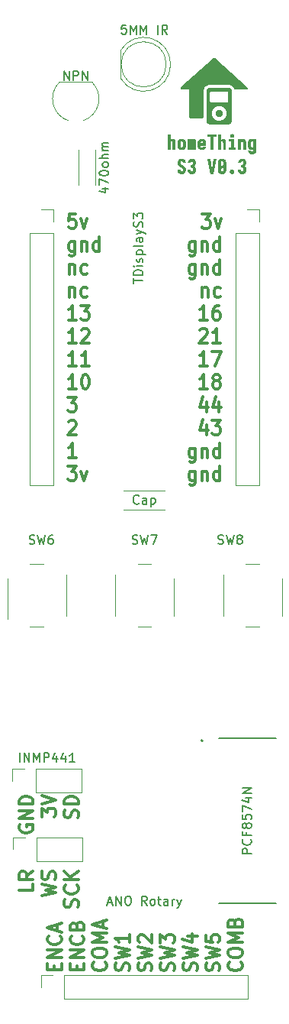
<source format=gbr>
%TF.GenerationSoftware,KiCad,Pcbnew,7.0.6-0*%
%TF.CreationDate,2023-12-10T07:55:44-08:00*%
%TF.ProjectId,s3,73332e6b-6963-4616-945f-706362585858,rev?*%
%TF.SameCoordinates,Original*%
%TF.FileFunction,Legend,Top*%
%TF.FilePolarity,Positive*%
%FSLAX46Y46*%
G04 Gerber Fmt 4.6, Leading zero omitted, Abs format (unit mm)*
G04 Created by KiCad (PCBNEW 7.0.6-0) date 2023-12-10 07:55:44*
%MOMM*%
%LPD*%
G01*
G04 APERTURE LIST*
%ADD10C,0.000000*%
%ADD11C,0.300000*%
%ADD12C,0.150000*%
%ADD13C,0.120000*%
%ADD14C,0.127000*%
%ADD15C,0.200000*%
G04 APERTURE END LIST*
D10*
G36*
X217928374Y-47548488D02*
G01*
X217934358Y-47548883D01*
X217940323Y-47549546D01*
X217946259Y-47550478D01*
X217952157Y-47551678D01*
X217958007Y-47553147D01*
X217963799Y-47554883D01*
X217969524Y-47556888D01*
X217975172Y-47559161D01*
X217980733Y-47561703D01*
X217986198Y-47564513D01*
X217991557Y-47567591D01*
X217996800Y-47570938D01*
X218001918Y-47574553D01*
X218006901Y-47578437D01*
X218011739Y-47582588D01*
X221615421Y-50825651D01*
X221615420Y-50825660D01*
X221623504Y-50833521D01*
X221630732Y-50841745D01*
X221637119Y-50850293D01*
X221642682Y-50859124D01*
X221647436Y-50868198D01*
X221651395Y-50877475D01*
X221654576Y-50886915D01*
X221656994Y-50896477D01*
X221658664Y-50906122D01*
X221659602Y-50915808D01*
X221659823Y-50925496D01*
X221659343Y-50935146D01*
X221658176Y-50944718D01*
X221656340Y-50954170D01*
X221653848Y-50963463D01*
X221650716Y-50972557D01*
X221646961Y-50981412D01*
X221642596Y-50989987D01*
X221637638Y-50998241D01*
X221632102Y-51006136D01*
X221626004Y-51013630D01*
X221619359Y-51020684D01*
X221612182Y-51027256D01*
X221604489Y-51033308D01*
X221596295Y-51038798D01*
X221587616Y-51043687D01*
X221578467Y-51047934D01*
X221568864Y-51051499D01*
X221558822Y-51054341D01*
X221548356Y-51056422D01*
X221537482Y-51057699D01*
X221526215Y-51058134D01*
X220515236Y-51058134D01*
X220515177Y-51057885D01*
X220515108Y-51057599D01*
X220515014Y-51057227D01*
X220298737Y-51057227D01*
X220293839Y-51057137D01*
X220288975Y-51056869D01*
X220284149Y-51056426D01*
X220279364Y-51055810D01*
X220274624Y-51055025D01*
X220269932Y-51054071D01*
X220265293Y-51052952D01*
X220260711Y-51051671D01*
X220256188Y-51050230D01*
X220251729Y-51048631D01*
X220247337Y-51046878D01*
X220243016Y-51044972D01*
X220238770Y-51042916D01*
X220234603Y-51040713D01*
X220230518Y-51038365D01*
X220226518Y-51035876D01*
X220222608Y-51033246D01*
X220218791Y-51030480D01*
X220215072Y-51027579D01*
X220211453Y-51024546D01*
X220207938Y-51021384D01*
X220204532Y-51018095D01*
X220201237Y-51014682D01*
X220198058Y-51011147D01*
X220194999Y-51007492D01*
X220192062Y-51003722D01*
X220189252Y-50999837D01*
X220186572Y-50995840D01*
X220184027Y-50991735D01*
X220181619Y-50987523D01*
X220179353Y-50983208D01*
X220177232Y-50978791D01*
X220161556Y-50946092D01*
X220143628Y-50911933D01*
X220123361Y-50876806D01*
X220100666Y-50841204D01*
X220075454Y-50805620D01*
X220047638Y-50770545D01*
X220017129Y-50736473D01*
X219983839Y-50703897D01*
X219947679Y-50673308D01*
X219928495Y-50658912D01*
X219908561Y-50645199D01*
X219887865Y-50632229D01*
X219866397Y-50620063D01*
X219844145Y-50608764D01*
X219821098Y-50598393D01*
X219797245Y-50589012D01*
X219772576Y-50580681D01*
X219747079Y-50573463D01*
X219720743Y-50567420D01*
X219693557Y-50562612D01*
X219665511Y-50559102D01*
X219636592Y-50556950D01*
X219606790Y-50556220D01*
X217430593Y-50556220D01*
X217387289Y-50557281D01*
X217345485Y-50560425D01*
X217305172Y-50565594D01*
X217266343Y-50572730D01*
X217228990Y-50581774D01*
X217193103Y-50592668D01*
X217158675Y-50605353D01*
X217125698Y-50619771D01*
X217094163Y-50635864D01*
X217064063Y-50653573D01*
X217035389Y-50672840D01*
X217008132Y-50693606D01*
X216982285Y-50715813D01*
X216957839Y-50739404D01*
X216934787Y-50764318D01*
X216913120Y-50790499D01*
X216892829Y-50817887D01*
X216873907Y-50846425D01*
X216856345Y-50876053D01*
X216840136Y-50906714D01*
X216825270Y-50938349D01*
X216811740Y-50970899D01*
X216788655Y-51038514D01*
X216770813Y-51109092D01*
X216758151Y-51182164D01*
X216750602Y-51257266D01*
X216748100Y-51333928D01*
X216763908Y-54082586D01*
X216763778Y-54089448D01*
X216763307Y-54096223D01*
X216762502Y-54102901D01*
X216761371Y-54109474D01*
X216759924Y-54115935D01*
X216758167Y-54122273D01*
X216756111Y-54128482D01*
X216753762Y-54134552D01*
X216751130Y-54140475D01*
X216748222Y-54146243D01*
X216745047Y-54151847D01*
X216741614Y-54157278D01*
X216737930Y-54162529D01*
X216734004Y-54167592D01*
X216729844Y-54172456D01*
X216725458Y-54177115D01*
X216720856Y-54181559D01*
X216716044Y-54185781D01*
X216711033Y-54189771D01*
X216705828Y-54193522D01*
X216700441Y-54197024D01*
X216694877Y-54200270D01*
X216689146Y-54203251D01*
X216683257Y-54205959D01*
X216677217Y-54208385D01*
X216671034Y-54210521D01*
X216664718Y-54212358D01*
X216658276Y-54213888D01*
X216651717Y-54215103D01*
X216645049Y-54215994D01*
X216638280Y-54216552D01*
X216631419Y-54216769D01*
X216181372Y-54219668D01*
X216181367Y-54219287D01*
X216181364Y-54218868D01*
X216181363Y-54217991D01*
X215308207Y-54218612D01*
X215301342Y-54218443D01*
X215294566Y-54217933D01*
X215287888Y-54217089D01*
X215281318Y-54215920D01*
X215274862Y-54214434D01*
X215268530Y-54212641D01*
X215262331Y-54210547D01*
X215256271Y-54208161D01*
X215250360Y-54205493D01*
X215244607Y-54202549D01*
X215239018Y-54199340D01*
X215233604Y-54195872D01*
X215228372Y-54192155D01*
X215223331Y-54188196D01*
X215218489Y-54184005D01*
X215213854Y-54179589D01*
X215209435Y-54174958D01*
X215205241Y-54170118D01*
X215201279Y-54165080D01*
X215197558Y-54159850D01*
X215194087Y-54154438D01*
X215190873Y-54148852D01*
X215187926Y-54143100D01*
X215185253Y-54137191D01*
X215182863Y-54131133D01*
X215180765Y-54124935D01*
X215178967Y-54118604D01*
X215177476Y-54112150D01*
X215176303Y-54105580D01*
X215175454Y-54098903D01*
X215174938Y-54092128D01*
X215174765Y-54085262D01*
X215174765Y-51191474D01*
X215174591Y-51184612D01*
X215174076Y-51177840D01*
X215173228Y-51171166D01*
X215172056Y-51164600D01*
X215170567Y-51158148D01*
X215168770Y-51151820D01*
X215166673Y-51145624D01*
X215164286Y-51139568D01*
X215161615Y-51133661D01*
X215158670Y-51127912D01*
X215155459Y-51122327D01*
X215151991Y-51116917D01*
X215148273Y-51111689D01*
X215144314Y-51106651D01*
X215140123Y-51101813D01*
X215135708Y-51097181D01*
X215131077Y-51092766D01*
X215126238Y-51088575D01*
X215121201Y-51084616D01*
X215115972Y-51080898D01*
X215110562Y-51077430D01*
X215104978Y-51074219D01*
X215099228Y-51071274D01*
X215093321Y-51068604D01*
X215087265Y-51066216D01*
X215081069Y-51064120D01*
X215074741Y-51062323D01*
X215068290Y-51060834D01*
X215061723Y-51059661D01*
X215055049Y-51058813D01*
X215048277Y-51058298D01*
X215041415Y-51058125D01*
X214335743Y-51058125D01*
X214324490Y-51057691D01*
X214313629Y-51056416D01*
X214303174Y-51054339D01*
X214293142Y-51051502D01*
X214283547Y-51047944D01*
X214274405Y-51043705D01*
X214265731Y-51038826D01*
X214257542Y-51033346D01*
X214249852Y-51027305D01*
X214242676Y-51020744D01*
X214236031Y-51013702D01*
X214229932Y-51006221D01*
X214224393Y-50998339D01*
X214219432Y-50990097D01*
X214215062Y-50981534D01*
X214211299Y-50972692D01*
X214208160Y-50963611D01*
X214205659Y-50954329D01*
X214203811Y-50944888D01*
X214202633Y-50935327D01*
X214202139Y-50925687D01*
X214202345Y-50916007D01*
X214203267Y-50906328D01*
X214204920Y-50896690D01*
X214207319Y-50887133D01*
X214210479Y-50877697D01*
X214214417Y-50868421D01*
X214219148Y-50859347D01*
X214224687Y-50850514D01*
X214231049Y-50841963D01*
X214238250Y-50833733D01*
X214246306Y-50825864D01*
X217833106Y-47582801D01*
X217837934Y-47578638D01*
X217842908Y-47574743D01*
X217848017Y-47571115D01*
X217853252Y-47567756D01*
X217858603Y-47564665D01*
X217864061Y-47561842D01*
X217869616Y-47559287D01*
X217875259Y-47557001D01*
X217880979Y-47554982D01*
X217886767Y-47553232D01*
X217892613Y-47551749D01*
X217898508Y-47550535D01*
X217904442Y-47549589D01*
X217910405Y-47548912D01*
X217916388Y-47548502D01*
X217922381Y-47548361D01*
X217928374Y-47548488D01*
G37*
G36*
X218506591Y-53292792D02*
G01*
X218516624Y-53293180D01*
X218526628Y-53293822D01*
X218536597Y-53294717D01*
X218546529Y-53295861D01*
X218556418Y-53297253D01*
X218566262Y-53298888D01*
X218576055Y-53300765D01*
X218585794Y-53302881D01*
X218595475Y-53305233D01*
X218605093Y-53307818D01*
X218614645Y-53310633D01*
X218624126Y-53313677D01*
X218633533Y-53316946D01*
X218642861Y-53320437D01*
X218652106Y-53324148D01*
X218661254Y-53328076D01*
X218670289Y-53332219D01*
X218679207Y-53336572D01*
X218688005Y-53341135D01*
X218696678Y-53345904D01*
X218705222Y-53350877D01*
X218713633Y-53356050D01*
X218721907Y-53361422D01*
X218730040Y-53366988D01*
X218738028Y-53372747D01*
X218745866Y-53378697D01*
X218753552Y-53384833D01*
X218761080Y-53391154D01*
X218768446Y-53397657D01*
X218775647Y-53404338D01*
X218782679Y-53411196D01*
X218789700Y-53418391D01*
X218796524Y-53425734D01*
X218803150Y-53433225D01*
X218809577Y-53440859D01*
X218815803Y-53448634D01*
X218821827Y-53456547D01*
X218827648Y-53464596D01*
X218833264Y-53472778D01*
X218838673Y-53481090D01*
X218843875Y-53489530D01*
X218848868Y-53498095D01*
X218853651Y-53506781D01*
X218858222Y-53515587D01*
X218862580Y-53524510D01*
X218866724Y-53533546D01*
X218870652Y-53542694D01*
X218874353Y-53551939D01*
X218877815Y-53561267D01*
X218881038Y-53570674D01*
X218884022Y-53580155D01*
X218886768Y-53589707D01*
X218889274Y-53599326D01*
X218891542Y-53609006D01*
X218893572Y-53618745D01*
X218895362Y-53628539D01*
X218896914Y-53638382D01*
X218898227Y-53648272D01*
X218899302Y-53658203D01*
X218900137Y-53668173D01*
X218900734Y-53678177D01*
X218901092Y-53688210D01*
X218901212Y-53698269D01*
X218901092Y-53708165D01*
X218900734Y-53718056D01*
X218900137Y-53727936D01*
X218899302Y-53737800D01*
X218898227Y-53747642D01*
X218896914Y-53757456D01*
X218895363Y-53767239D01*
X218893572Y-53776983D01*
X218891543Y-53786684D01*
X218889275Y-53796336D01*
X218886768Y-53805933D01*
X218884022Y-53815471D01*
X218881038Y-53824944D01*
X218877815Y-53834347D01*
X218874353Y-53843673D01*
X218870652Y-53852918D01*
X218866724Y-53862066D01*
X218862580Y-53871103D01*
X218858222Y-53880025D01*
X218853651Y-53888831D01*
X218848868Y-53897518D01*
X218843875Y-53906082D01*
X218838673Y-53914522D01*
X218833263Y-53922834D01*
X218827648Y-53931016D01*
X218821827Y-53939066D01*
X218815803Y-53946979D01*
X218809577Y-53954754D01*
X218803150Y-53962388D01*
X218796524Y-53969878D01*
X218789700Y-53977222D01*
X218782679Y-53984416D01*
X218775647Y-53991274D01*
X218768446Y-53997956D01*
X218761080Y-54004459D01*
X218753552Y-54010780D01*
X218745866Y-54016916D01*
X218738028Y-54022865D01*
X218730040Y-54028624D01*
X218721907Y-54034191D01*
X218713633Y-54039562D01*
X218705222Y-54044736D01*
X218696678Y-54049708D01*
X218688005Y-54054477D01*
X218679207Y-54059040D01*
X218670289Y-54063394D01*
X218661254Y-54067537D01*
X218652106Y-54071465D01*
X218642861Y-54075175D01*
X218633533Y-54078667D01*
X218624126Y-54081935D01*
X218614645Y-54084979D01*
X218605093Y-54087795D01*
X218595475Y-54090380D01*
X218585794Y-54092731D01*
X218576055Y-54094847D01*
X218566262Y-54096724D01*
X218556419Y-54098359D01*
X218546529Y-54099751D01*
X218536597Y-54100895D01*
X218526628Y-54101790D01*
X218516624Y-54102433D01*
X218506591Y-54102820D01*
X218496532Y-54102950D01*
X218486635Y-54102820D01*
X218476745Y-54102433D01*
X218466865Y-54101790D01*
X218457001Y-54100895D01*
X218447159Y-54099751D01*
X218437345Y-54098359D01*
X218427562Y-54096724D01*
X218417818Y-54094847D01*
X218408117Y-54092731D01*
X218398465Y-54090380D01*
X218388867Y-54087795D01*
X218379329Y-54084979D01*
X218369856Y-54081935D01*
X218360454Y-54078667D01*
X218351127Y-54075175D01*
X218341882Y-54071465D01*
X218332735Y-54067537D01*
X218323698Y-54063394D01*
X218314775Y-54059040D01*
X218305969Y-54054477D01*
X218297283Y-54049708D01*
X218288718Y-54044736D01*
X218280279Y-54039562D01*
X218271966Y-54034191D01*
X218263784Y-54028624D01*
X218255735Y-54022865D01*
X218247822Y-54016916D01*
X218240047Y-54010780D01*
X218232413Y-54004459D01*
X218224923Y-53997956D01*
X218217579Y-53991274D01*
X218210385Y-53984416D01*
X218203516Y-53977222D01*
X218196805Y-53969878D01*
X218190257Y-53962388D01*
X218183877Y-53954754D01*
X218177670Y-53946979D01*
X218171643Y-53939065D01*
X218165800Y-53931016D01*
X218160147Y-53922834D01*
X218154689Y-53914522D01*
X218149432Y-53906082D01*
X218144381Y-53897518D01*
X218139542Y-53888831D01*
X218134920Y-53880025D01*
X218130521Y-53871103D01*
X218126349Y-53862066D01*
X218122411Y-53852918D01*
X218118710Y-53843673D01*
X218115248Y-53834347D01*
X218112025Y-53824944D01*
X218109041Y-53815471D01*
X218106295Y-53805933D01*
X218103789Y-53796336D01*
X218101520Y-53786684D01*
X218099491Y-53776983D01*
X218097701Y-53767239D01*
X218096149Y-53757456D01*
X218094836Y-53747642D01*
X218093761Y-53737800D01*
X218092926Y-53727936D01*
X218092329Y-53718056D01*
X218091971Y-53708165D01*
X218091851Y-53698269D01*
X218091971Y-53688210D01*
X218092329Y-53678177D01*
X218092926Y-53668173D01*
X218093761Y-53658203D01*
X218094836Y-53648272D01*
X218096149Y-53638382D01*
X218097700Y-53628539D01*
X218099491Y-53618745D01*
X218101520Y-53609006D01*
X218103788Y-53599326D01*
X218106295Y-53589707D01*
X218109041Y-53580155D01*
X218112025Y-53570674D01*
X218115248Y-53561267D01*
X218118710Y-53551939D01*
X218122411Y-53542694D01*
X218126349Y-53533546D01*
X218130521Y-53524510D01*
X218134920Y-53515587D01*
X218139542Y-53506781D01*
X218144382Y-53498095D01*
X218149432Y-53489530D01*
X218154689Y-53481090D01*
X218160147Y-53472778D01*
X218165800Y-53464596D01*
X218171643Y-53456547D01*
X218177670Y-53448633D01*
X218183877Y-53440858D01*
X218190257Y-53433224D01*
X218196805Y-53425734D01*
X218203516Y-53418391D01*
X218210385Y-53411196D01*
X218217579Y-53404338D01*
X218224923Y-53397657D01*
X218232413Y-53391154D01*
X218240047Y-53384833D01*
X218247822Y-53378697D01*
X218255735Y-53372747D01*
X218263784Y-53366988D01*
X218271966Y-53361422D01*
X218280279Y-53356050D01*
X218288718Y-53350877D01*
X218297283Y-53345904D01*
X218305969Y-53341135D01*
X218314775Y-53336572D01*
X218323698Y-53332219D01*
X218332735Y-53328076D01*
X218341882Y-53324148D01*
X218351127Y-53320437D01*
X218360454Y-53316946D01*
X218369856Y-53313677D01*
X218379329Y-53310633D01*
X218388867Y-53307818D01*
X218398465Y-53305233D01*
X218408117Y-53302881D01*
X218417818Y-53300765D01*
X218427562Y-53298888D01*
X218437345Y-53297253D01*
X218447159Y-53295861D01*
X218457001Y-53294717D01*
X218466865Y-53293822D01*
X218476745Y-53293180D01*
X218486635Y-53292792D01*
X218496532Y-53292662D01*
X218506591Y-53292792D01*
G37*
G36*
X219518591Y-50863775D02*
G01*
X219528482Y-50864133D01*
X219538362Y-50864730D01*
X219548225Y-50865566D01*
X219558067Y-50866640D01*
X219567882Y-50867953D01*
X219577664Y-50869505D01*
X219587408Y-50871296D01*
X219597109Y-50873325D01*
X219606761Y-50875593D01*
X219616359Y-50878100D01*
X219625897Y-50880845D01*
X219635370Y-50883830D01*
X219644772Y-50887053D01*
X219654099Y-50890515D01*
X219663344Y-50894215D01*
X219672492Y-50898144D01*
X219681528Y-50902287D01*
X219690451Y-50906646D01*
X219699257Y-50911217D01*
X219707944Y-50916000D01*
X219716508Y-50920993D01*
X219724948Y-50926195D01*
X219733260Y-50931604D01*
X219741442Y-50937220D01*
X219749491Y-50943041D01*
X219757405Y-50949065D01*
X219765180Y-50955291D01*
X219772814Y-50961718D01*
X219780304Y-50968344D01*
X219787647Y-50975168D01*
X219794842Y-50982189D01*
X219801863Y-50989383D01*
X219808687Y-50996727D01*
X219815313Y-51004217D01*
X219821740Y-51011851D01*
X219827966Y-51019626D01*
X219833991Y-51027540D01*
X219839811Y-51035589D01*
X219845427Y-51043771D01*
X219850836Y-51052083D01*
X219856038Y-51060523D01*
X219861031Y-51069087D01*
X219865814Y-51077774D01*
X219870385Y-51086580D01*
X219874744Y-51095503D01*
X219878888Y-51104539D01*
X219882816Y-51113687D01*
X219886516Y-51122932D01*
X219889978Y-51132258D01*
X219893201Y-51141661D01*
X219896185Y-51151134D01*
X219898931Y-51160672D01*
X219901438Y-51170270D01*
X219903706Y-51179922D01*
X219905735Y-51189622D01*
X219907526Y-51199367D01*
X219909077Y-51209149D01*
X219910391Y-51218964D01*
X219911465Y-51228806D01*
X219912300Y-51238669D01*
X219912897Y-51248549D01*
X219913255Y-51258440D01*
X219913375Y-51268336D01*
X219913375Y-54506704D01*
X219913255Y-54516763D01*
X219912897Y-54526796D01*
X219912300Y-54536800D01*
X219911465Y-54546770D01*
X219910391Y-54556701D01*
X219909077Y-54566591D01*
X219907526Y-54576434D01*
X219905735Y-54586228D01*
X219903706Y-54595967D01*
X219901438Y-54605647D01*
X219898931Y-54615266D01*
X219896185Y-54624817D01*
X219893201Y-54634299D01*
X219889978Y-54643705D01*
X219886516Y-54653033D01*
X219882816Y-54662279D01*
X219878888Y-54671426D01*
X219874744Y-54680461D01*
X219870385Y-54689380D01*
X219865814Y-54698177D01*
X219861031Y-54706850D01*
X219856038Y-54715394D01*
X219850836Y-54723805D01*
X219845427Y-54732079D01*
X219839811Y-54740212D01*
X219833991Y-54748200D01*
X219827966Y-54756038D01*
X219821740Y-54763723D01*
X219815313Y-54771251D01*
X219808687Y-54778618D01*
X219801863Y-54785819D01*
X219794842Y-54792850D01*
X219787647Y-54799871D01*
X219780304Y-54806696D01*
X219772813Y-54813322D01*
X219765179Y-54819749D01*
X219757404Y-54825975D01*
X219749491Y-54831999D01*
X219741442Y-54837820D01*
X219733260Y-54843435D01*
X219724948Y-54848845D01*
X219716508Y-54854047D01*
X219707943Y-54859040D01*
X219699257Y-54863823D01*
X219690451Y-54868394D01*
X219681528Y-54872752D01*
X219672492Y-54876896D01*
X219663344Y-54880825D01*
X219654099Y-54884525D01*
X219644772Y-54887987D01*
X219635370Y-54891210D01*
X219625897Y-54894194D01*
X219616359Y-54896940D01*
X219606761Y-54899447D01*
X219597109Y-54901715D01*
X219587408Y-54903744D01*
X219577664Y-54905535D01*
X219567882Y-54907086D01*
X219558067Y-54908400D01*
X219548225Y-54909474D01*
X219538362Y-54910310D01*
X219528482Y-54910906D01*
X219518591Y-54911265D01*
X219508695Y-54911384D01*
X217484368Y-54911384D01*
X217474472Y-54911265D01*
X217464581Y-54910906D01*
X217454701Y-54910310D01*
X217444837Y-54909474D01*
X217434995Y-54908400D01*
X217425181Y-54907086D01*
X217415398Y-54905535D01*
X217405654Y-54903744D01*
X217395953Y-54901715D01*
X217386301Y-54899447D01*
X217376703Y-54896940D01*
X217367165Y-54894194D01*
X217357692Y-54891210D01*
X217348290Y-54887987D01*
X217338964Y-54884525D01*
X217329719Y-54880825D01*
X217320571Y-54876896D01*
X217311534Y-54872752D01*
X217302611Y-54868394D01*
X217293805Y-54863823D01*
X217285119Y-54859040D01*
X217276554Y-54854047D01*
X217268114Y-54848845D01*
X217259802Y-54843435D01*
X217251620Y-54837820D01*
X217243571Y-54831999D01*
X217235658Y-54825975D01*
X217227883Y-54819749D01*
X217220249Y-54813322D01*
X217212759Y-54806696D01*
X217205415Y-54799871D01*
X217198220Y-54792850D01*
X217191199Y-54785819D01*
X217184375Y-54778618D01*
X217177749Y-54771251D01*
X217171322Y-54763723D01*
X217165096Y-54756038D01*
X217159072Y-54748200D01*
X217153251Y-54740212D01*
X217147635Y-54732079D01*
X217142226Y-54723805D01*
X217137024Y-54715394D01*
X217132031Y-54706850D01*
X217127248Y-54698177D01*
X217122677Y-54689380D01*
X217118319Y-54680461D01*
X217114175Y-54671426D01*
X217110246Y-54662279D01*
X217106546Y-54653033D01*
X217103084Y-54643705D01*
X217099861Y-54634299D01*
X217096877Y-54624817D01*
X217094131Y-54615266D01*
X217091625Y-54605647D01*
X217089357Y-54595967D01*
X217087327Y-54586228D01*
X217085537Y-54576434D01*
X217083985Y-54566591D01*
X217082672Y-54556701D01*
X217081597Y-54546770D01*
X217080762Y-54536800D01*
X217080165Y-54526796D01*
X217079807Y-54516763D01*
X217079687Y-54506704D01*
X217079687Y-53698269D01*
X217687171Y-53698269D01*
X217687420Y-53718062D01*
X217688166Y-53737843D01*
X217689405Y-53757603D01*
X217691136Y-53777330D01*
X217693354Y-53797014D01*
X217696059Y-53816644D01*
X217699246Y-53836208D01*
X217702914Y-53855696D01*
X217707059Y-53875098D01*
X217711679Y-53894402D01*
X217716771Y-53913598D01*
X217722332Y-53932674D01*
X217728360Y-53951620D01*
X217734851Y-53970424D01*
X217741804Y-53989077D01*
X217749216Y-54007567D01*
X217756920Y-54025873D01*
X217765092Y-54043974D01*
X217773727Y-54061861D01*
X217782814Y-54079524D01*
X217792346Y-54096953D01*
X217802315Y-54114140D01*
X217812712Y-54131074D01*
X217823531Y-54147747D01*
X217834761Y-54164148D01*
X217846396Y-54180269D01*
X217858427Y-54196099D01*
X217870845Y-54211629D01*
X217883644Y-54226850D01*
X217896814Y-54241753D01*
X217910348Y-54256327D01*
X217924238Y-54270563D01*
X217938474Y-54284442D01*
X217953048Y-54297949D01*
X217967950Y-54311077D01*
X217983171Y-54323825D01*
X217998702Y-54336188D01*
X218014532Y-54348161D01*
X218030653Y-54359741D01*
X218047054Y-54370923D01*
X218063726Y-54381704D01*
X218080661Y-54392079D01*
X218097848Y-54402045D01*
X218115277Y-54411597D01*
X218132940Y-54420731D01*
X218150827Y-54429443D01*
X218168928Y-54437729D01*
X218187233Y-54445585D01*
X218205713Y-54452997D01*
X218224338Y-54459950D01*
X218243102Y-54466442D01*
X218261997Y-54472470D01*
X218281017Y-54478031D01*
X218300154Y-54483123D01*
X218319403Y-54487743D01*
X218338757Y-54491888D01*
X218358208Y-54495555D01*
X218377750Y-54498743D01*
X218397376Y-54501447D01*
X218417080Y-54503666D01*
X218436854Y-54505396D01*
X218456692Y-54506636D01*
X218476586Y-54507381D01*
X218496531Y-54507630D01*
X218516487Y-54507381D01*
X218536411Y-54506636D01*
X218556294Y-54505396D01*
X218576128Y-54503666D01*
X218595901Y-54501447D01*
X218615606Y-54498743D01*
X218635231Y-54495555D01*
X218654769Y-54491888D01*
X218674209Y-54487743D01*
X218693541Y-54483123D01*
X218712757Y-54478031D01*
X218731847Y-54472470D01*
X218750801Y-54466442D01*
X218769610Y-54459950D01*
X218788265Y-54452997D01*
X218806755Y-54445585D01*
X218825050Y-54437729D01*
X218843122Y-54429443D01*
X218860963Y-54420731D01*
X218878567Y-54411597D01*
X218895926Y-54402045D01*
X218913035Y-54392079D01*
X218929885Y-54381704D01*
X218946472Y-54370923D01*
X218962787Y-54359741D01*
X218978823Y-54348161D01*
X218994575Y-54336188D01*
X219010036Y-54323825D01*
X219025198Y-54311077D01*
X219040054Y-54297948D01*
X219054599Y-54284442D01*
X219068825Y-54270563D01*
X219082867Y-54256327D01*
X219096516Y-54241753D01*
X219109769Y-54226850D01*
X219122622Y-54211629D01*
X219135075Y-54196099D01*
X219147123Y-54180268D01*
X219158764Y-54164148D01*
X219169995Y-54147747D01*
X219180814Y-54131074D01*
X219191218Y-54114140D01*
X219201204Y-54096953D01*
X219210770Y-54079523D01*
X219219912Y-54061861D01*
X219228629Y-54043974D01*
X219236917Y-54025873D01*
X219244773Y-54007567D01*
X219252185Y-53989077D01*
X219259138Y-53970424D01*
X219265629Y-53951619D01*
X219271657Y-53932673D01*
X219277218Y-53913597D01*
X219282310Y-53894402D01*
X219286930Y-53875098D01*
X219291075Y-53855696D01*
X219294743Y-53836208D01*
X219297930Y-53816643D01*
X219300634Y-53797014D01*
X219302853Y-53777330D01*
X219304584Y-53757603D01*
X219305823Y-53737843D01*
X219306569Y-53718062D01*
X219306818Y-53698269D01*
X219306569Y-53678314D01*
X219305823Y-53658390D01*
X219304584Y-53638506D01*
X219302853Y-53618673D01*
X219300634Y-53598900D01*
X219297930Y-53579195D01*
X219294743Y-53559569D01*
X219291075Y-53540032D01*
X219286930Y-53520592D01*
X219282310Y-53501259D01*
X219277218Y-53482043D01*
X219271657Y-53462953D01*
X219265629Y-53443999D01*
X219259138Y-53425190D01*
X219252185Y-53406536D01*
X219244773Y-53388045D01*
X219236917Y-53369750D01*
X219228629Y-53351676D01*
X219219912Y-53333831D01*
X219210770Y-53316219D01*
X219201204Y-53298846D01*
X219191218Y-53281717D01*
X219180814Y-53264837D01*
X219169995Y-53248213D01*
X219158764Y-53231849D01*
X219147123Y-53215751D01*
X219135075Y-53199924D01*
X219122622Y-53184374D01*
X219109769Y-53169106D01*
X219096516Y-53154126D01*
X219082867Y-53139438D01*
X219068825Y-53125049D01*
X219054599Y-53111170D01*
X219040054Y-53097664D01*
X219025198Y-53084535D01*
X219010036Y-53071787D01*
X218994576Y-53059425D01*
X218978824Y-53047451D01*
X218962787Y-53035872D01*
X218946472Y-53024689D01*
X218929886Y-53013908D01*
X218913035Y-53003533D01*
X218895926Y-52993568D01*
X218878567Y-52984016D01*
X218860963Y-52974882D01*
X218843122Y-52966169D01*
X218825051Y-52957883D01*
X218806755Y-52950027D01*
X218788265Y-52942615D01*
X218769610Y-52935662D01*
X218750801Y-52929171D01*
X218731847Y-52923143D01*
X218712757Y-52917581D01*
X218693541Y-52912490D01*
X218674208Y-52907870D01*
X218654769Y-52903725D01*
X218635231Y-52900057D01*
X218615605Y-52896870D01*
X218595901Y-52894166D01*
X218576128Y-52891947D01*
X218556294Y-52890216D01*
X218536411Y-52888977D01*
X218516487Y-52888231D01*
X218496531Y-52887982D01*
X218476586Y-52888231D01*
X218456692Y-52888977D01*
X218436854Y-52890216D01*
X218417080Y-52891947D01*
X218397376Y-52894166D01*
X218377750Y-52896870D01*
X218358208Y-52900057D01*
X218338757Y-52903725D01*
X218319403Y-52907870D01*
X218300154Y-52912490D01*
X218281017Y-52917581D01*
X218261997Y-52923143D01*
X218243102Y-52929171D01*
X218224338Y-52935662D01*
X218205713Y-52942615D01*
X218187233Y-52950027D01*
X218168928Y-52957883D01*
X218150827Y-52966169D01*
X218132940Y-52974882D01*
X218115277Y-52984016D01*
X218097848Y-52993568D01*
X218080661Y-53003533D01*
X218063726Y-53013909D01*
X218047054Y-53024689D01*
X218030653Y-53035872D01*
X218014532Y-53047452D01*
X217998702Y-53059425D01*
X217983171Y-53071787D01*
X217967950Y-53084535D01*
X217953048Y-53097664D01*
X217938474Y-53111170D01*
X217924238Y-53125049D01*
X217910348Y-53139438D01*
X217896814Y-53154126D01*
X217883644Y-53169106D01*
X217870845Y-53184374D01*
X217858427Y-53199924D01*
X217846396Y-53215751D01*
X217834761Y-53231849D01*
X217823531Y-53248213D01*
X217812712Y-53264838D01*
X217802315Y-53281717D01*
X217792346Y-53298846D01*
X217782814Y-53316219D01*
X217773727Y-53333831D01*
X217765092Y-53351677D01*
X217756920Y-53369750D01*
X217749216Y-53388045D01*
X217741804Y-53406536D01*
X217734851Y-53425190D01*
X217728360Y-53443999D01*
X217722332Y-53462953D01*
X217716770Y-53482043D01*
X217711679Y-53501259D01*
X217707059Y-53520592D01*
X217702914Y-53540032D01*
X217699246Y-53559569D01*
X217696059Y-53579195D01*
X217693354Y-53598899D01*
X217691136Y-53618673D01*
X217689405Y-53638506D01*
X217688166Y-53658390D01*
X217687420Y-53678314D01*
X217687171Y-53698269D01*
X217079687Y-53698269D01*
X217079687Y-52349952D01*
X217484368Y-52349952D01*
X217484541Y-52356815D01*
X217485056Y-52363587D01*
X217485904Y-52370260D01*
X217487077Y-52376827D01*
X217488566Y-52383279D01*
X217490363Y-52389607D01*
X217492459Y-52395803D01*
X217494847Y-52401858D01*
X217497517Y-52407765D01*
X217500462Y-52413515D01*
X217503673Y-52419099D01*
X217507142Y-52424510D01*
X217510859Y-52429738D01*
X217514818Y-52434776D01*
X217519009Y-52439614D01*
X217523425Y-52444245D01*
X217528056Y-52448661D01*
X217532894Y-52452852D01*
X217537932Y-52456811D01*
X217543160Y-52460528D01*
X217548570Y-52463997D01*
X217554155Y-52467208D01*
X217559904Y-52470153D01*
X217565811Y-52472823D01*
X217571867Y-52475211D01*
X217578063Y-52477307D01*
X217584391Y-52479104D01*
X217590843Y-52480593D01*
X217597410Y-52481766D01*
X217604083Y-52482614D01*
X217610855Y-52483129D01*
X217617718Y-52483302D01*
X219375344Y-52483302D01*
X219382207Y-52483129D01*
X219388979Y-52482614D01*
X219395652Y-52481766D01*
X219402219Y-52480593D01*
X219408671Y-52479104D01*
X219414999Y-52477307D01*
X219421195Y-52475211D01*
X219427251Y-52472823D01*
X219433158Y-52470153D01*
X219438907Y-52467208D01*
X219444492Y-52463997D01*
X219449902Y-52460528D01*
X219455130Y-52456811D01*
X219460168Y-52452852D01*
X219465006Y-52448661D01*
X219469638Y-52444245D01*
X219474053Y-52439614D01*
X219478244Y-52434776D01*
X219482203Y-52429738D01*
X219485921Y-52424510D01*
X219489389Y-52419099D01*
X219492600Y-52413515D01*
X219495545Y-52407765D01*
X219498215Y-52401858D01*
X219500603Y-52395803D01*
X219502700Y-52389607D01*
X219504497Y-52383279D01*
X219505986Y-52376827D01*
X219507158Y-52370260D01*
X219508006Y-52363587D01*
X219508521Y-52356815D01*
X219508695Y-52349952D01*
X219508695Y-51401686D01*
X219508521Y-51394823D01*
X219508006Y-51388051D01*
X219507158Y-51381378D01*
X219505986Y-51374811D01*
X219504497Y-51368359D01*
X219502700Y-51362031D01*
X219500603Y-51355835D01*
X219498215Y-51349779D01*
X219495545Y-51343873D01*
X219492600Y-51338123D01*
X219489389Y-51332538D01*
X219485921Y-51327128D01*
X219482203Y-51321900D01*
X219478244Y-51316862D01*
X219474053Y-51312024D01*
X219469638Y-51307393D01*
X219465006Y-51302977D01*
X219460168Y-51298786D01*
X219455130Y-51294827D01*
X219449902Y-51291110D01*
X219444492Y-51287641D01*
X219438907Y-51284430D01*
X219433158Y-51281485D01*
X219427251Y-51278815D01*
X219421195Y-51276427D01*
X219414999Y-51274331D01*
X219408671Y-51272534D01*
X219402219Y-51271045D01*
X219395652Y-51269872D01*
X219388979Y-51269024D01*
X219382207Y-51268509D01*
X219375344Y-51268336D01*
X217617718Y-51268336D01*
X217610855Y-51268509D01*
X217604083Y-51269024D01*
X217597410Y-51269872D01*
X217590843Y-51271045D01*
X217584391Y-51272534D01*
X217578063Y-51274331D01*
X217571867Y-51276427D01*
X217565811Y-51278815D01*
X217559904Y-51281485D01*
X217554155Y-51284430D01*
X217548570Y-51287641D01*
X217543160Y-51291110D01*
X217537932Y-51294827D01*
X217532894Y-51298786D01*
X217528056Y-51302977D01*
X217523425Y-51307393D01*
X217519009Y-51312024D01*
X217514818Y-51316862D01*
X217510859Y-51321900D01*
X217507142Y-51327128D01*
X217503673Y-51332538D01*
X217500462Y-51338123D01*
X217497517Y-51343873D01*
X217494847Y-51349779D01*
X217492459Y-51355835D01*
X217490363Y-51362031D01*
X217488566Y-51368359D01*
X217487077Y-51374811D01*
X217485904Y-51381378D01*
X217485056Y-51388051D01*
X217484541Y-51394823D01*
X217484368Y-51401686D01*
X217484368Y-52349952D01*
X217079687Y-52349952D01*
X217079687Y-51268336D01*
X217079807Y-51258440D01*
X217080165Y-51248549D01*
X217080762Y-51238669D01*
X217081597Y-51228806D01*
X217082672Y-51218964D01*
X217083985Y-51209149D01*
X217085537Y-51199367D01*
X217087327Y-51189623D01*
X217089356Y-51179922D01*
X217091624Y-51170270D01*
X217094131Y-51160672D01*
X217096877Y-51151134D01*
X217099861Y-51141661D01*
X217103084Y-51132259D01*
X217106546Y-51122932D01*
X217110246Y-51113687D01*
X217114175Y-51104539D01*
X217118319Y-51095503D01*
X217122677Y-51086580D01*
X217127248Y-51077774D01*
X217132031Y-51069087D01*
X217137024Y-51060523D01*
X217142226Y-51052083D01*
X217147636Y-51043771D01*
X217153251Y-51035589D01*
X217159072Y-51027540D01*
X217165096Y-51019627D01*
X217171322Y-51011852D01*
X217177749Y-51004218D01*
X217184375Y-50996727D01*
X217191199Y-50989384D01*
X217198220Y-50982189D01*
X217205415Y-50975168D01*
X217212759Y-50968344D01*
X217220249Y-50961718D01*
X217227883Y-50955291D01*
X217235658Y-50949064D01*
X217243571Y-50943040D01*
X217251620Y-50937220D01*
X217259802Y-50931604D01*
X217268114Y-50926195D01*
X217276554Y-50920993D01*
X217285119Y-50916000D01*
X217293805Y-50911217D01*
X217302611Y-50906646D01*
X217311534Y-50902287D01*
X217320571Y-50898144D01*
X217329719Y-50894215D01*
X217338964Y-50890515D01*
X217348290Y-50887053D01*
X217357692Y-50883830D01*
X217367165Y-50880846D01*
X217376703Y-50878100D01*
X217386301Y-50875593D01*
X217395953Y-50873325D01*
X217405654Y-50871296D01*
X217415398Y-50869505D01*
X217425181Y-50867953D01*
X217434995Y-50866640D01*
X217444837Y-50865566D01*
X217454701Y-50864730D01*
X217464581Y-50864134D01*
X217474472Y-50863775D01*
X217484368Y-50863656D01*
X219508695Y-50863656D01*
X219518591Y-50863775D01*
G37*
D11*
X200161542Y-148610489D02*
X200161542Y-148110489D01*
X200978685Y-147896203D02*
X200978685Y-148610489D01*
X200978685Y-148610489D02*
X199418685Y-148610489D01*
X199418685Y-148610489D02*
X199418685Y-147896203D01*
X200978685Y-147253346D02*
X199418685Y-147253346D01*
X199418685Y-147253346D02*
X200978685Y-146396203D01*
X200978685Y-146396203D02*
X199418685Y-146396203D01*
X200830114Y-144824774D02*
X200904400Y-144896202D01*
X200904400Y-144896202D02*
X200978685Y-145110488D01*
X200978685Y-145110488D02*
X200978685Y-145253345D01*
X200978685Y-145253345D02*
X200904400Y-145467631D01*
X200904400Y-145467631D02*
X200755828Y-145610488D01*
X200755828Y-145610488D02*
X200607257Y-145681917D01*
X200607257Y-145681917D02*
X200310114Y-145753345D01*
X200310114Y-145753345D02*
X200087257Y-145753345D01*
X200087257Y-145753345D02*
X199790114Y-145681917D01*
X199790114Y-145681917D02*
X199641542Y-145610488D01*
X199641542Y-145610488D02*
X199492971Y-145467631D01*
X199492971Y-145467631D02*
X199418685Y-145253345D01*
X199418685Y-145253345D02*
X199418685Y-145110488D01*
X199418685Y-145110488D02*
X199492971Y-144896202D01*
X199492971Y-144896202D02*
X199567257Y-144824774D01*
X200532971Y-144253345D02*
X200532971Y-143539060D01*
X200978685Y-144396202D02*
X199418685Y-143896202D01*
X199418685Y-143896202D02*
X200978685Y-143396202D01*
X202673142Y-148610489D02*
X202673142Y-148110489D01*
X203490285Y-147896203D02*
X203490285Y-148610489D01*
X203490285Y-148610489D02*
X201930285Y-148610489D01*
X201930285Y-148610489D02*
X201930285Y-147896203D01*
X203490285Y-147253346D02*
X201930285Y-147253346D01*
X201930285Y-147253346D02*
X203490285Y-146396203D01*
X203490285Y-146396203D02*
X201930285Y-146396203D01*
X203341714Y-144824774D02*
X203416000Y-144896202D01*
X203416000Y-144896202D02*
X203490285Y-145110488D01*
X203490285Y-145110488D02*
X203490285Y-145253345D01*
X203490285Y-145253345D02*
X203416000Y-145467631D01*
X203416000Y-145467631D02*
X203267428Y-145610488D01*
X203267428Y-145610488D02*
X203118857Y-145681917D01*
X203118857Y-145681917D02*
X202821714Y-145753345D01*
X202821714Y-145753345D02*
X202598857Y-145753345D01*
X202598857Y-145753345D02*
X202301714Y-145681917D01*
X202301714Y-145681917D02*
X202153142Y-145610488D01*
X202153142Y-145610488D02*
X202004571Y-145467631D01*
X202004571Y-145467631D02*
X201930285Y-145253345D01*
X201930285Y-145253345D02*
X201930285Y-145110488D01*
X201930285Y-145110488D02*
X202004571Y-144896202D01*
X202004571Y-144896202D02*
X202078857Y-144824774D01*
X202673142Y-143681917D02*
X202747428Y-143467631D01*
X202747428Y-143467631D02*
X202821714Y-143396202D01*
X202821714Y-143396202D02*
X202970285Y-143324774D01*
X202970285Y-143324774D02*
X203193142Y-143324774D01*
X203193142Y-143324774D02*
X203341714Y-143396202D01*
X203341714Y-143396202D02*
X203416000Y-143467631D01*
X203416000Y-143467631D02*
X203490285Y-143610488D01*
X203490285Y-143610488D02*
X203490285Y-144181917D01*
X203490285Y-144181917D02*
X201930285Y-144181917D01*
X201930285Y-144181917D02*
X201930285Y-143681917D01*
X201930285Y-143681917D02*
X202004571Y-143539060D01*
X202004571Y-143539060D02*
X202078857Y-143467631D01*
X202078857Y-143467631D02*
X202227428Y-143396202D01*
X202227428Y-143396202D02*
X202376000Y-143396202D01*
X202376000Y-143396202D02*
X202524571Y-143467631D01*
X202524571Y-143467631D02*
X202598857Y-143539060D01*
X202598857Y-143539060D02*
X202673142Y-143681917D01*
X202673142Y-143681917D02*
X202673142Y-144181917D01*
X205853314Y-147753346D02*
X205927600Y-147824774D01*
X205927600Y-147824774D02*
X206001885Y-148039060D01*
X206001885Y-148039060D02*
X206001885Y-148181917D01*
X206001885Y-148181917D02*
X205927600Y-148396203D01*
X205927600Y-148396203D02*
X205779028Y-148539060D01*
X205779028Y-148539060D02*
X205630457Y-148610489D01*
X205630457Y-148610489D02*
X205333314Y-148681917D01*
X205333314Y-148681917D02*
X205110457Y-148681917D01*
X205110457Y-148681917D02*
X204813314Y-148610489D01*
X204813314Y-148610489D02*
X204664742Y-148539060D01*
X204664742Y-148539060D02*
X204516171Y-148396203D01*
X204516171Y-148396203D02*
X204441885Y-148181917D01*
X204441885Y-148181917D02*
X204441885Y-148039060D01*
X204441885Y-148039060D02*
X204516171Y-147824774D01*
X204516171Y-147824774D02*
X204590457Y-147753346D01*
X204441885Y-146824774D02*
X204441885Y-146539060D01*
X204441885Y-146539060D02*
X204516171Y-146396203D01*
X204516171Y-146396203D02*
X204664742Y-146253346D01*
X204664742Y-146253346D02*
X204961885Y-146181917D01*
X204961885Y-146181917D02*
X205481885Y-146181917D01*
X205481885Y-146181917D02*
X205779028Y-146253346D01*
X205779028Y-146253346D02*
X205927600Y-146396203D01*
X205927600Y-146396203D02*
X206001885Y-146539060D01*
X206001885Y-146539060D02*
X206001885Y-146824774D01*
X206001885Y-146824774D02*
X205927600Y-146967632D01*
X205927600Y-146967632D02*
X205779028Y-147110489D01*
X205779028Y-147110489D02*
X205481885Y-147181917D01*
X205481885Y-147181917D02*
X204961885Y-147181917D01*
X204961885Y-147181917D02*
X204664742Y-147110489D01*
X204664742Y-147110489D02*
X204516171Y-146967632D01*
X204516171Y-146967632D02*
X204441885Y-146824774D01*
X206001885Y-145539060D02*
X204441885Y-145539060D01*
X204441885Y-145539060D02*
X205556171Y-145039060D01*
X205556171Y-145039060D02*
X204441885Y-144539060D01*
X204441885Y-144539060D02*
X206001885Y-144539060D01*
X205556171Y-143896202D02*
X205556171Y-143181917D01*
X206001885Y-144039059D02*
X204441885Y-143539059D01*
X204441885Y-143539059D02*
X206001885Y-143039059D01*
X208439200Y-148681917D02*
X208513485Y-148467632D01*
X208513485Y-148467632D02*
X208513485Y-148110489D01*
X208513485Y-148110489D02*
X208439200Y-147967632D01*
X208439200Y-147967632D02*
X208364914Y-147896203D01*
X208364914Y-147896203D02*
X208216342Y-147824774D01*
X208216342Y-147824774D02*
X208067771Y-147824774D01*
X208067771Y-147824774D02*
X207919200Y-147896203D01*
X207919200Y-147896203D02*
X207844914Y-147967632D01*
X207844914Y-147967632D02*
X207770628Y-148110489D01*
X207770628Y-148110489D02*
X207696342Y-148396203D01*
X207696342Y-148396203D02*
X207622057Y-148539060D01*
X207622057Y-148539060D02*
X207547771Y-148610489D01*
X207547771Y-148610489D02*
X207399200Y-148681917D01*
X207399200Y-148681917D02*
X207250628Y-148681917D01*
X207250628Y-148681917D02*
X207102057Y-148610489D01*
X207102057Y-148610489D02*
X207027771Y-148539060D01*
X207027771Y-148539060D02*
X206953485Y-148396203D01*
X206953485Y-148396203D02*
X206953485Y-148039060D01*
X206953485Y-148039060D02*
X207027771Y-147824774D01*
X206953485Y-147324775D02*
X208513485Y-146967632D01*
X208513485Y-146967632D02*
X207399200Y-146681918D01*
X207399200Y-146681918D02*
X208513485Y-146396203D01*
X208513485Y-146396203D02*
X206953485Y-146039061D01*
X208513485Y-144681917D02*
X208513485Y-145539060D01*
X208513485Y-145110489D02*
X206953485Y-145110489D01*
X206953485Y-145110489D02*
X207176342Y-145253346D01*
X207176342Y-145253346D02*
X207324914Y-145396203D01*
X207324914Y-145396203D02*
X207399200Y-145539060D01*
X210950800Y-148681917D02*
X211025085Y-148467632D01*
X211025085Y-148467632D02*
X211025085Y-148110489D01*
X211025085Y-148110489D02*
X210950800Y-147967632D01*
X210950800Y-147967632D02*
X210876514Y-147896203D01*
X210876514Y-147896203D02*
X210727942Y-147824774D01*
X210727942Y-147824774D02*
X210579371Y-147824774D01*
X210579371Y-147824774D02*
X210430800Y-147896203D01*
X210430800Y-147896203D02*
X210356514Y-147967632D01*
X210356514Y-147967632D02*
X210282228Y-148110489D01*
X210282228Y-148110489D02*
X210207942Y-148396203D01*
X210207942Y-148396203D02*
X210133657Y-148539060D01*
X210133657Y-148539060D02*
X210059371Y-148610489D01*
X210059371Y-148610489D02*
X209910800Y-148681917D01*
X209910800Y-148681917D02*
X209762228Y-148681917D01*
X209762228Y-148681917D02*
X209613657Y-148610489D01*
X209613657Y-148610489D02*
X209539371Y-148539060D01*
X209539371Y-148539060D02*
X209465085Y-148396203D01*
X209465085Y-148396203D02*
X209465085Y-148039060D01*
X209465085Y-148039060D02*
X209539371Y-147824774D01*
X209465085Y-147324775D02*
X211025085Y-146967632D01*
X211025085Y-146967632D02*
X209910800Y-146681918D01*
X209910800Y-146681918D02*
X211025085Y-146396203D01*
X211025085Y-146396203D02*
X209465085Y-146039061D01*
X209613657Y-145539060D02*
X209539371Y-145467632D01*
X209539371Y-145467632D02*
X209465085Y-145324775D01*
X209465085Y-145324775D02*
X209465085Y-144967632D01*
X209465085Y-144967632D02*
X209539371Y-144824775D01*
X209539371Y-144824775D02*
X209613657Y-144753346D01*
X209613657Y-144753346D02*
X209762228Y-144681917D01*
X209762228Y-144681917D02*
X209910800Y-144681917D01*
X209910800Y-144681917D02*
X210133657Y-144753346D01*
X210133657Y-144753346D02*
X211025085Y-145610489D01*
X211025085Y-145610489D02*
X211025085Y-144681917D01*
X213462400Y-148681917D02*
X213536685Y-148467632D01*
X213536685Y-148467632D02*
X213536685Y-148110489D01*
X213536685Y-148110489D02*
X213462400Y-147967632D01*
X213462400Y-147967632D02*
X213388114Y-147896203D01*
X213388114Y-147896203D02*
X213239542Y-147824774D01*
X213239542Y-147824774D02*
X213090971Y-147824774D01*
X213090971Y-147824774D02*
X212942400Y-147896203D01*
X212942400Y-147896203D02*
X212868114Y-147967632D01*
X212868114Y-147967632D02*
X212793828Y-148110489D01*
X212793828Y-148110489D02*
X212719542Y-148396203D01*
X212719542Y-148396203D02*
X212645257Y-148539060D01*
X212645257Y-148539060D02*
X212570971Y-148610489D01*
X212570971Y-148610489D02*
X212422400Y-148681917D01*
X212422400Y-148681917D02*
X212273828Y-148681917D01*
X212273828Y-148681917D02*
X212125257Y-148610489D01*
X212125257Y-148610489D02*
X212050971Y-148539060D01*
X212050971Y-148539060D02*
X211976685Y-148396203D01*
X211976685Y-148396203D02*
X211976685Y-148039060D01*
X211976685Y-148039060D02*
X212050971Y-147824774D01*
X211976685Y-147324775D02*
X213536685Y-146967632D01*
X213536685Y-146967632D02*
X212422400Y-146681918D01*
X212422400Y-146681918D02*
X213536685Y-146396203D01*
X213536685Y-146396203D02*
X211976685Y-146039061D01*
X211976685Y-145610489D02*
X211976685Y-144681917D01*
X211976685Y-144681917D02*
X212570971Y-145181917D01*
X212570971Y-145181917D02*
X212570971Y-144967632D01*
X212570971Y-144967632D02*
X212645257Y-144824775D01*
X212645257Y-144824775D02*
X212719542Y-144753346D01*
X212719542Y-144753346D02*
X212868114Y-144681917D01*
X212868114Y-144681917D02*
X213239542Y-144681917D01*
X213239542Y-144681917D02*
X213388114Y-144753346D01*
X213388114Y-144753346D02*
X213462400Y-144824775D01*
X213462400Y-144824775D02*
X213536685Y-144967632D01*
X213536685Y-144967632D02*
X213536685Y-145396203D01*
X213536685Y-145396203D02*
X213462400Y-145539060D01*
X213462400Y-145539060D02*
X213388114Y-145610489D01*
X215974000Y-148681917D02*
X216048285Y-148467632D01*
X216048285Y-148467632D02*
X216048285Y-148110489D01*
X216048285Y-148110489D02*
X215974000Y-147967632D01*
X215974000Y-147967632D02*
X215899714Y-147896203D01*
X215899714Y-147896203D02*
X215751142Y-147824774D01*
X215751142Y-147824774D02*
X215602571Y-147824774D01*
X215602571Y-147824774D02*
X215454000Y-147896203D01*
X215454000Y-147896203D02*
X215379714Y-147967632D01*
X215379714Y-147967632D02*
X215305428Y-148110489D01*
X215305428Y-148110489D02*
X215231142Y-148396203D01*
X215231142Y-148396203D02*
X215156857Y-148539060D01*
X215156857Y-148539060D02*
X215082571Y-148610489D01*
X215082571Y-148610489D02*
X214934000Y-148681917D01*
X214934000Y-148681917D02*
X214785428Y-148681917D01*
X214785428Y-148681917D02*
X214636857Y-148610489D01*
X214636857Y-148610489D02*
X214562571Y-148539060D01*
X214562571Y-148539060D02*
X214488285Y-148396203D01*
X214488285Y-148396203D02*
X214488285Y-148039060D01*
X214488285Y-148039060D02*
X214562571Y-147824774D01*
X214488285Y-147324775D02*
X216048285Y-146967632D01*
X216048285Y-146967632D02*
X214934000Y-146681918D01*
X214934000Y-146681918D02*
X216048285Y-146396203D01*
X216048285Y-146396203D02*
X214488285Y-146039061D01*
X215008285Y-144824775D02*
X216048285Y-144824775D01*
X214414000Y-145181917D02*
X215528285Y-145539060D01*
X215528285Y-145539060D02*
X215528285Y-144610489D01*
X218485600Y-148681917D02*
X218559885Y-148467632D01*
X218559885Y-148467632D02*
X218559885Y-148110489D01*
X218559885Y-148110489D02*
X218485600Y-147967632D01*
X218485600Y-147967632D02*
X218411314Y-147896203D01*
X218411314Y-147896203D02*
X218262742Y-147824774D01*
X218262742Y-147824774D02*
X218114171Y-147824774D01*
X218114171Y-147824774D02*
X217965600Y-147896203D01*
X217965600Y-147896203D02*
X217891314Y-147967632D01*
X217891314Y-147967632D02*
X217817028Y-148110489D01*
X217817028Y-148110489D02*
X217742742Y-148396203D01*
X217742742Y-148396203D02*
X217668457Y-148539060D01*
X217668457Y-148539060D02*
X217594171Y-148610489D01*
X217594171Y-148610489D02*
X217445600Y-148681917D01*
X217445600Y-148681917D02*
X217297028Y-148681917D01*
X217297028Y-148681917D02*
X217148457Y-148610489D01*
X217148457Y-148610489D02*
X217074171Y-148539060D01*
X217074171Y-148539060D02*
X216999885Y-148396203D01*
X216999885Y-148396203D02*
X216999885Y-148039060D01*
X216999885Y-148039060D02*
X217074171Y-147824774D01*
X216999885Y-147324775D02*
X218559885Y-146967632D01*
X218559885Y-146967632D02*
X217445600Y-146681918D01*
X217445600Y-146681918D02*
X218559885Y-146396203D01*
X218559885Y-146396203D02*
X216999885Y-146039061D01*
X216999885Y-144753346D02*
X216999885Y-145467632D01*
X216999885Y-145467632D02*
X217742742Y-145539060D01*
X217742742Y-145539060D02*
X217668457Y-145467632D01*
X217668457Y-145467632D02*
X217594171Y-145324775D01*
X217594171Y-145324775D02*
X217594171Y-144967632D01*
X217594171Y-144967632D02*
X217668457Y-144824775D01*
X217668457Y-144824775D02*
X217742742Y-144753346D01*
X217742742Y-144753346D02*
X217891314Y-144681917D01*
X217891314Y-144681917D02*
X218262742Y-144681917D01*
X218262742Y-144681917D02*
X218411314Y-144753346D01*
X218411314Y-144753346D02*
X218485600Y-144824775D01*
X218485600Y-144824775D02*
X218559885Y-144967632D01*
X218559885Y-144967632D02*
X218559885Y-145324775D01*
X218559885Y-145324775D02*
X218485600Y-145467632D01*
X218485600Y-145467632D02*
X218411314Y-145539060D01*
X220922914Y-147753346D02*
X220997200Y-147824774D01*
X220997200Y-147824774D02*
X221071485Y-148039060D01*
X221071485Y-148039060D02*
X221071485Y-148181917D01*
X221071485Y-148181917D02*
X220997200Y-148396203D01*
X220997200Y-148396203D02*
X220848628Y-148539060D01*
X220848628Y-148539060D02*
X220700057Y-148610489D01*
X220700057Y-148610489D02*
X220402914Y-148681917D01*
X220402914Y-148681917D02*
X220180057Y-148681917D01*
X220180057Y-148681917D02*
X219882914Y-148610489D01*
X219882914Y-148610489D02*
X219734342Y-148539060D01*
X219734342Y-148539060D02*
X219585771Y-148396203D01*
X219585771Y-148396203D02*
X219511485Y-148181917D01*
X219511485Y-148181917D02*
X219511485Y-148039060D01*
X219511485Y-148039060D02*
X219585771Y-147824774D01*
X219585771Y-147824774D02*
X219660057Y-147753346D01*
X219511485Y-146824774D02*
X219511485Y-146539060D01*
X219511485Y-146539060D02*
X219585771Y-146396203D01*
X219585771Y-146396203D02*
X219734342Y-146253346D01*
X219734342Y-146253346D02*
X220031485Y-146181917D01*
X220031485Y-146181917D02*
X220551485Y-146181917D01*
X220551485Y-146181917D02*
X220848628Y-146253346D01*
X220848628Y-146253346D02*
X220997200Y-146396203D01*
X220997200Y-146396203D02*
X221071485Y-146539060D01*
X221071485Y-146539060D02*
X221071485Y-146824774D01*
X221071485Y-146824774D02*
X220997200Y-146967632D01*
X220997200Y-146967632D02*
X220848628Y-147110489D01*
X220848628Y-147110489D02*
X220551485Y-147181917D01*
X220551485Y-147181917D02*
X220031485Y-147181917D01*
X220031485Y-147181917D02*
X219734342Y-147110489D01*
X219734342Y-147110489D02*
X219585771Y-146967632D01*
X219585771Y-146967632D02*
X219511485Y-146824774D01*
X221071485Y-145539060D02*
X219511485Y-145539060D01*
X219511485Y-145539060D02*
X220625771Y-145039060D01*
X220625771Y-145039060D02*
X219511485Y-144539060D01*
X219511485Y-144539060D02*
X221071485Y-144539060D01*
X220254342Y-143324774D02*
X220328628Y-143110488D01*
X220328628Y-143110488D02*
X220402914Y-143039059D01*
X220402914Y-143039059D02*
X220551485Y-142967631D01*
X220551485Y-142967631D02*
X220774342Y-142967631D01*
X220774342Y-142967631D02*
X220922914Y-143039059D01*
X220922914Y-143039059D02*
X220997200Y-143110488D01*
X220997200Y-143110488D02*
X221071485Y-143253345D01*
X221071485Y-143253345D02*
X221071485Y-143824774D01*
X221071485Y-143824774D02*
X219511485Y-143824774D01*
X219511485Y-143824774D02*
X219511485Y-143324774D01*
X219511485Y-143324774D02*
X219585771Y-143181917D01*
X219585771Y-143181917D02*
X219660057Y-143110488D01*
X219660057Y-143110488D02*
X219808628Y-143039059D01*
X219808628Y-143039059D02*
X219957200Y-143039059D01*
X219957200Y-143039059D02*
X220105771Y-143110488D01*
X220105771Y-143110488D02*
X220180057Y-143181917D01*
X220180057Y-143181917D02*
X220254342Y-143324774D01*
X220254342Y-143324774D02*
X220254342Y-143824774D01*
X216567492Y-64829638D02*
X217496064Y-64829638D01*
X217496064Y-64829638D02*
X216996064Y-65431542D01*
X216996064Y-65431542D02*
X217210349Y-65431542D01*
X217210349Y-65431542D02*
X217353207Y-65506780D01*
X217353207Y-65506780D02*
X217424635Y-65582019D01*
X217424635Y-65582019D02*
X217496064Y-65732495D01*
X217496064Y-65732495D02*
X217496064Y-66108685D01*
X217496064Y-66108685D02*
X217424635Y-66259161D01*
X217424635Y-66259161D02*
X217353207Y-66334400D01*
X217353207Y-66334400D02*
X217210349Y-66409638D01*
X217210349Y-66409638D02*
X216781778Y-66409638D01*
X216781778Y-66409638D02*
X216638921Y-66334400D01*
X216638921Y-66334400D02*
X216567492Y-66259161D01*
X217996063Y-65356304D02*
X218353206Y-66409638D01*
X218353206Y-66409638D02*
X218710349Y-65356304D01*
X215853206Y-67900104D02*
X215853206Y-69179152D01*
X215853206Y-69179152D02*
X215781777Y-69329628D01*
X215781777Y-69329628D02*
X215710348Y-69404866D01*
X215710348Y-69404866D02*
X215567491Y-69480104D01*
X215567491Y-69480104D02*
X215353206Y-69480104D01*
X215353206Y-69480104D02*
X215210348Y-69404866D01*
X215853206Y-68878200D02*
X215710348Y-68953438D01*
X215710348Y-68953438D02*
X215424634Y-68953438D01*
X215424634Y-68953438D02*
X215281777Y-68878200D01*
X215281777Y-68878200D02*
X215210348Y-68802961D01*
X215210348Y-68802961D02*
X215138920Y-68652485D01*
X215138920Y-68652485D02*
X215138920Y-68201057D01*
X215138920Y-68201057D02*
X215210348Y-68050580D01*
X215210348Y-68050580D02*
X215281777Y-67975342D01*
X215281777Y-67975342D02*
X215424634Y-67900104D01*
X215424634Y-67900104D02*
X215710348Y-67900104D01*
X215710348Y-67900104D02*
X215853206Y-67975342D01*
X216567491Y-67900104D02*
X216567491Y-68953438D01*
X216567491Y-68050580D02*
X216638920Y-67975342D01*
X216638920Y-67975342D02*
X216781777Y-67900104D01*
X216781777Y-67900104D02*
X216996063Y-67900104D01*
X216996063Y-67900104D02*
X217138920Y-67975342D01*
X217138920Y-67975342D02*
X217210349Y-68125819D01*
X217210349Y-68125819D02*
X217210349Y-68953438D01*
X218567492Y-68953438D02*
X218567492Y-67373438D01*
X218567492Y-68878200D02*
X218424634Y-68953438D01*
X218424634Y-68953438D02*
X218138920Y-68953438D01*
X218138920Y-68953438D02*
X217996063Y-68878200D01*
X217996063Y-68878200D02*
X217924634Y-68802961D01*
X217924634Y-68802961D02*
X217853206Y-68652485D01*
X217853206Y-68652485D02*
X217853206Y-68201057D01*
X217853206Y-68201057D02*
X217924634Y-68050580D01*
X217924634Y-68050580D02*
X217996063Y-67975342D01*
X217996063Y-67975342D02*
X218138920Y-67900104D01*
X218138920Y-67900104D02*
X218424634Y-67900104D01*
X218424634Y-67900104D02*
X218567492Y-67975342D01*
X215853206Y-70443904D02*
X215853206Y-71722952D01*
X215853206Y-71722952D02*
X215781777Y-71873428D01*
X215781777Y-71873428D02*
X215710348Y-71948666D01*
X215710348Y-71948666D02*
X215567491Y-72023904D01*
X215567491Y-72023904D02*
X215353206Y-72023904D01*
X215353206Y-72023904D02*
X215210348Y-71948666D01*
X215853206Y-71422000D02*
X215710348Y-71497238D01*
X215710348Y-71497238D02*
X215424634Y-71497238D01*
X215424634Y-71497238D02*
X215281777Y-71422000D01*
X215281777Y-71422000D02*
X215210348Y-71346761D01*
X215210348Y-71346761D02*
X215138920Y-71196285D01*
X215138920Y-71196285D02*
X215138920Y-70744857D01*
X215138920Y-70744857D02*
X215210348Y-70594380D01*
X215210348Y-70594380D02*
X215281777Y-70519142D01*
X215281777Y-70519142D02*
X215424634Y-70443904D01*
X215424634Y-70443904D02*
X215710348Y-70443904D01*
X215710348Y-70443904D02*
X215853206Y-70519142D01*
X216567491Y-70443904D02*
X216567491Y-71497238D01*
X216567491Y-70594380D02*
X216638920Y-70519142D01*
X216638920Y-70519142D02*
X216781777Y-70443904D01*
X216781777Y-70443904D02*
X216996063Y-70443904D01*
X216996063Y-70443904D02*
X217138920Y-70519142D01*
X217138920Y-70519142D02*
X217210349Y-70669619D01*
X217210349Y-70669619D02*
X217210349Y-71497238D01*
X218567492Y-71497238D02*
X218567492Y-69917238D01*
X218567492Y-71422000D02*
X218424634Y-71497238D01*
X218424634Y-71497238D02*
X218138920Y-71497238D01*
X218138920Y-71497238D02*
X217996063Y-71422000D01*
X217996063Y-71422000D02*
X217924634Y-71346761D01*
X217924634Y-71346761D02*
X217853206Y-71196285D01*
X217853206Y-71196285D02*
X217853206Y-70744857D01*
X217853206Y-70744857D02*
X217924634Y-70594380D01*
X217924634Y-70594380D02*
X217996063Y-70519142D01*
X217996063Y-70519142D02*
X218138920Y-70443904D01*
X218138920Y-70443904D02*
X218424634Y-70443904D01*
X218424634Y-70443904D02*
X218567492Y-70519142D01*
X216638920Y-72987704D02*
X216638920Y-74041038D01*
X216638920Y-73138180D02*
X216710349Y-73062942D01*
X216710349Y-73062942D02*
X216853206Y-72987704D01*
X216853206Y-72987704D02*
X217067492Y-72987704D01*
X217067492Y-72987704D02*
X217210349Y-73062942D01*
X217210349Y-73062942D02*
X217281778Y-73213419D01*
X217281778Y-73213419D02*
X217281778Y-74041038D01*
X218638921Y-73965800D02*
X218496063Y-74041038D01*
X218496063Y-74041038D02*
X218210349Y-74041038D01*
X218210349Y-74041038D02*
X218067492Y-73965800D01*
X218067492Y-73965800D02*
X217996063Y-73890561D01*
X217996063Y-73890561D02*
X217924635Y-73740085D01*
X217924635Y-73740085D02*
X217924635Y-73288657D01*
X217924635Y-73288657D02*
X217996063Y-73138180D01*
X217996063Y-73138180D02*
X218067492Y-73062942D01*
X218067492Y-73062942D02*
X218210349Y-72987704D01*
X218210349Y-72987704D02*
X218496063Y-72987704D01*
X218496063Y-72987704D02*
X218638921Y-73062942D01*
X217210350Y-76584838D02*
X216353207Y-76584838D01*
X216781778Y-76584838D02*
X216781778Y-75004838D01*
X216781778Y-75004838D02*
X216638921Y-75230552D01*
X216638921Y-75230552D02*
X216496064Y-75381028D01*
X216496064Y-75381028D02*
X216353207Y-75456266D01*
X218496064Y-75004838D02*
X218210349Y-75004838D01*
X218210349Y-75004838D02*
X218067492Y-75080076D01*
X218067492Y-75080076D02*
X217996064Y-75155314D01*
X217996064Y-75155314D02*
X217853206Y-75381028D01*
X217853206Y-75381028D02*
X217781778Y-75681980D01*
X217781778Y-75681980D02*
X217781778Y-76283885D01*
X217781778Y-76283885D02*
X217853206Y-76434361D01*
X217853206Y-76434361D02*
X217924635Y-76509600D01*
X217924635Y-76509600D02*
X218067492Y-76584838D01*
X218067492Y-76584838D02*
X218353206Y-76584838D01*
X218353206Y-76584838D02*
X218496064Y-76509600D01*
X218496064Y-76509600D02*
X218567492Y-76434361D01*
X218567492Y-76434361D02*
X218638921Y-76283885D01*
X218638921Y-76283885D02*
X218638921Y-75907695D01*
X218638921Y-75907695D02*
X218567492Y-75757219D01*
X218567492Y-75757219D02*
X218496064Y-75681980D01*
X218496064Y-75681980D02*
X218353206Y-75606742D01*
X218353206Y-75606742D02*
X218067492Y-75606742D01*
X218067492Y-75606742D02*
X217924635Y-75681980D01*
X217924635Y-75681980D02*
X217853206Y-75757219D01*
X217853206Y-75757219D02*
X217781778Y-75907695D01*
X216353207Y-77699114D02*
X216424635Y-77623876D01*
X216424635Y-77623876D02*
X216567493Y-77548638D01*
X216567493Y-77548638D02*
X216924635Y-77548638D01*
X216924635Y-77548638D02*
X217067493Y-77623876D01*
X217067493Y-77623876D02*
X217138921Y-77699114D01*
X217138921Y-77699114D02*
X217210350Y-77849590D01*
X217210350Y-77849590D02*
X217210350Y-78000066D01*
X217210350Y-78000066D02*
X217138921Y-78225780D01*
X217138921Y-78225780D02*
X216281778Y-79128638D01*
X216281778Y-79128638D02*
X217210350Y-79128638D01*
X218638921Y-79128638D02*
X217781778Y-79128638D01*
X218210349Y-79128638D02*
X218210349Y-77548638D01*
X218210349Y-77548638D02*
X218067492Y-77774352D01*
X218067492Y-77774352D02*
X217924635Y-77924828D01*
X217924635Y-77924828D02*
X217781778Y-78000066D01*
X217210350Y-81672438D02*
X216353207Y-81672438D01*
X216781778Y-81672438D02*
X216781778Y-80092438D01*
X216781778Y-80092438D02*
X216638921Y-80318152D01*
X216638921Y-80318152D02*
X216496064Y-80468628D01*
X216496064Y-80468628D02*
X216353207Y-80543866D01*
X217710349Y-80092438D02*
X218710349Y-80092438D01*
X218710349Y-80092438D02*
X218067492Y-81672438D01*
X217210350Y-84216238D02*
X216353207Y-84216238D01*
X216781778Y-84216238D02*
X216781778Y-82636238D01*
X216781778Y-82636238D02*
X216638921Y-82861952D01*
X216638921Y-82861952D02*
X216496064Y-83012428D01*
X216496064Y-83012428D02*
X216353207Y-83087666D01*
X218067492Y-83313380D02*
X217924635Y-83238142D01*
X217924635Y-83238142D02*
X217853206Y-83162904D01*
X217853206Y-83162904D02*
X217781778Y-83012428D01*
X217781778Y-83012428D02*
X217781778Y-82937190D01*
X217781778Y-82937190D02*
X217853206Y-82786714D01*
X217853206Y-82786714D02*
X217924635Y-82711476D01*
X217924635Y-82711476D02*
X218067492Y-82636238D01*
X218067492Y-82636238D02*
X218353206Y-82636238D01*
X218353206Y-82636238D02*
X218496064Y-82711476D01*
X218496064Y-82711476D02*
X218567492Y-82786714D01*
X218567492Y-82786714D02*
X218638921Y-82937190D01*
X218638921Y-82937190D02*
X218638921Y-83012428D01*
X218638921Y-83012428D02*
X218567492Y-83162904D01*
X218567492Y-83162904D02*
X218496064Y-83238142D01*
X218496064Y-83238142D02*
X218353206Y-83313380D01*
X218353206Y-83313380D02*
X218067492Y-83313380D01*
X218067492Y-83313380D02*
X217924635Y-83388619D01*
X217924635Y-83388619D02*
X217853206Y-83463857D01*
X217853206Y-83463857D02*
X217781778Y-83614333D01*
X217781778Y-83614333D02*
X217781778Y-83915285D01*
X217781778Y-83915285D02*
X217853206Y-84065761D01*
X217853206Y-84065761D02*
X217924635Y-84141000D01*
X217924635Y-84141000D02*
X218067492Y-84216238D01*
X218067492Y-84216238D02*
X218353206Y-84216238D01*
X218353206Y-84216238D02*
X218496064Y-84141000D01*
X218496064Y-84141000D02*
X218567492Y-84065761D01*
X218567492Y-84065761D02*
X218638921Y-83915285D01*
X218638921Y-83915285D02*
X218638921Y-83614333D01*
X218638921Y-83614333D02*
X218567492Y-83463857D01*
X218567492Y-83463857D02*
X218496064Y-83388619D01*
X218496064Y-83388619D02*
X218353206Y-83313380D01*
X217067493Y-85706704D02*
X217067493Y-86760038D01*
X216710350Y-85104800D02*
X216353207Y-86233371D01*
X216353207Y-86233371D02*
X217281778Y-86233371D01*
X218496064Y-85706704D02*
X218496064Y-86760038D01*
X218138921Y-85104800D02*
X217781778Y-86233371D01*
X217781778Y-86233371D02*
X218710349Y-86233371D01*
X217067493Y-88250504D02*
X217067493Y-89303838D01*
X216710350Y-87648600D02*
X216353207Y-88777171D01*
X216353207Y-88777171D02*
X217281778Y-88777171D01*
X217710349Y-87723838D02*
X218638921Y-87723838D01*
X218638921Y-87723838D02*
X218138921Y-88325742D01*
X218138921Y-88325742D02*
X218353206Y-88325742D01*
X218353206Y-88325742D02*
X218496064Y-88400980D01*
X218496064Y-88400980D02*
X218567492Y-88476219D01*
X218567492Y-88476219D02*
X218638921Y-88626695D01*
X218638921Y-88626695D02*
X218638921Y-89002885D01*
X218638921Y-89002885D02*
X218567492Y-89153361D01*
X218567492Y-89153361D02*
X218496064Y-89228600D01*
X218496064Y-89228600D02*
X218353206Y-89303838D01*
X218353206Y-89303838D02*
X217924635Y-89303838D01*
X217924635Y-89303838D02*
X217781778Y-89228600D01*
X217781778Y-89228600D02*
X217710349Y-89153361D01*
X215853206Y-90794304D02*
X215853206Y-92073352D01*
X215853206Y-92073352D02*
X215781777Y-92223828D01*
X215781777Y-92223828D02*
X215710348Y-92299066D01*
X215710348Y-92299066D02*
X215567491Y-92374304D01*
X215567491Y-92374304D02*
X215353206Y-92374304D01*
X215353206Y-92374304D02*
X215210348Y-92299066D01*
X215853206Y-91772400D02*
X215710348Y-91847638D01*
X215710348Y-91847638D02*
X215424634Y-91847638D01*
X215424634Y-91847638D02*
X215281777Y-91772400D01*
X215281777Y-91772400D02*
X215210348Y-91697161D01*
X215210348Y-91697161D02*
X215138920Y-91546685D01*
X215138920Y-91546685D02*
X215138920Y-91095257D01*
X215138920Y-91095257D02*
X215210348Y-90944780D01*
X215210348Y-90944780D02*
X215281777Y-90869542D01*
X215281777Y-90869542D02*
X215424634Y-90794304D01*
X215424634Y-90794304D02*
X215710348Y-90794304D01*
X215710348Y-90794304D02*
X215853206Y-90869542D01*
X216567491Y-90794304D02*
X216567491Y-91847638D01*
X216567491Y-90944780D02*
X216638920Y-90869542D01*
X216638920Y-90869542D02*
X216781777Y-90794304D01*
X216781777Y-90794304D02*
X216996063Y-90794304D01*
X216996063Y-90794304D02*
X217138920Y-90869542D01*
X217138920Y-90869542D02*
X217210349Y-91020019D01*
X217210349Y-91020019D02*
X217210349Y-91847638D01*
X218567492Y-91847638D02*
X218567492Y-90267638D01*
X218567492Y-91772400D02*
X218424634Y-91847638D01*
X218424634Y-91847638D02*
X218138920Y-91847638D01*
X218138920Y-91847638D02*
X217996063Y-91772400D01*
X217996063Y-91772400D02*
X217924634Y-91697161D01*
X217924634Y-91697161D02*
X217853206Y-91546685D01*
X217853206Y-91546685D02*
X217853206Y-91095257D01*
X217853206Y-91095257D02*
X217924634Y-90944780D01*
X217924634Y-90944780D02*
X217996063Y-90869542D01*
X217996063Y-90869542D02*
X218138920Y-90794304D01*
X218138920Y-90794304D02*
X218424634Y-90794304D01*
X218424634Y-90794304D02*
X218567492Y-90869542D01*
X215853206Y-93338104D02*
X215853206Y-94617152D01*
X215853206Y-94617152D02*
X215781777Y-94767628D01*
X215781777Y-94767628D02*
X215710348Y-94842866D01*
X215710348Y-94842866D02*
X215567491Y-94918104D01*
X215567491Y-94918104D02*
X215353206Y-94918104D01*
X215353206Y-94918104D02*
X215210348Y-94842866D01*
X215853206Y-94316200D02*
X215710348Y-94391438D01*
X215710348Y-94391438D02*
X215424634Y-94391438D01*
X215424634Y-94391438D02*
X215281777Y-94316200D01*
X215281777Y-94316200D02*
X215210348Y-94240961D01*
X215210348Y-94240961D02*
X215138920Y-94090485D01*
X215138920Y-94090485D02*
X215138920Y-93639057D01*
X215138920Y-93639057D02*
X215210348Y-93488580D01*
X215210348Y-93488580D02*
X215281777Y-93413342D01*
X215281777Y-93413342D02*
X215424634Y-93338104D01*
X215424634Y-93338104D02*
X215710348Y-93338104D01*
X215710348Y-93338104D02*
X215853206Y-93413342D01*
X216567491Y-93338104D02*
X216567491Y-94391438D01*
X216567491Y-93488580D02*
X216638920Y-93413342D01*
X216638920Y-93413342D02*
X216781777Y-93338104D01*
X216781777Y-93338104D02*
X216996063Y-93338104D01*
X216996063Y-93338104D02*
X217138920Y-93413342D01*
X217138920Y-93413342D02*
X217210349Y-93563819D01*
X217210349Y-93563819D02*
X217210349Y-94391438D01*
X218567492Y-94391438D02*
X218567492Y-92811438D01*
X218567492Y-94316200D02*
X218424634Y-94391438D01*
X218424634Y-94391438D02*
X218138920Y-94391438D01*
X218138920Y-94391438D02*
X217996063Y-94316200D01*
X217996063Y-94316200D02*
X217924634Y-94240961D01*
X217924634Y-94240961D02*
X217853206Y-94090485D01*
X217853206Y-94090485D02*
X217853206Y-93639057D01*
X217853206Y-93639057D02*
X217924634Y-93488580D01*
X217924634Y-93488580D02*
X217996063Y-93413342D01*
X217996063Y-93413342D02*
X218138920Y-93338104D01*
X218138920Y-93338104D02*
X218424634Y-93338104D01*
X218424634Y-93338104D02*
X218567492Y-93413342D01*
X196347971Y-132530939D02*
X196273685Y-132673797D01*
X196273685Y-132673797D02*
X196273685Y-132888082D01*
X196273685Y-132888082D02*
X196347971Y-133102368D01*
X196347971Y-133102368D02*
X196496542Y-133245225D01*
X196496542Y-133245225D02*
X196645114Y-133316654D01*
X196645114Y-133316654D02*
X196942257Y-133388082D01*
X196942257Y-133388082D02*
X197165114Y-133388082D01*
X197165114Y-133388082D02*
X197462257Y-133316654D01*
X197462257Y-133316654D02*
X197610828Y-133245225D01*
X197610828Y-133245225D02*
X197759400Y-133102368D01*
X197759400Y-133102368D02*
X197833685Y-132888082D01*
X197833685Y-132888082D02*
X197833685Y-132745225D01*
X197833685Y-132745225D02*
X197759400Y-132530939D01*
X197759400Y-132530939D02*
X197685114Y-132459511D01*
X197685114Y-132459511D02*
X197165114Y-132459511D01*
X197165114Y-132459511D02*
X197165114Y-132745225D01*
X197833685Y-131816654D02*
X196273685Y-131816654D01*
X196273685Y-131816654D02*
X197833685Y-130959511D01*
X197833685Y-130959511D02*
X196273685Y-130959511D01*
X197833685Y-130245225D02*
X196273685Y-130245225D01*
X196273685Y-130245225D02*
X196273685Y-129888082D01*
X196273685Y-129888082D02*
X196347971Y-129673796D01*
X196347971Y-129673796D02*
X196496542Y-129530939D01*
X196496542Y-129530939D02*
X196645114Y-129459510D01*
X196645114Y-129459510D02*
X196942257Y-129388082D01*
X196942257Y-129388082D02*
X197165114Y-129388082D01*
X197165114Y-129388082D02*
X197462257Y-129459510D01*
X197462257Y-129459510D02*
X197610828Y-129530939D01*
X197610828Y-129530939D02*
X197759400Y-129673796D01*
X197759400Y-129673796D02*
X197833685Y-129888082D01*
X197833685Y-129888082D02*
X197833685Y-130245225D01*
X198785285Y-131602367D02*
X198785285Y-130673795D01*
X198785285Y-130673795D02*
X199379571Y-131173795D01*
X199379571Y-131173795D02*
X199379571Y-130959510D01*
X199379571Y-130959510D02*
X199453857Y-130816653D01*
X199453857Y-130816653D02*
X199528142Y-130745224D01*
X199528142Y-130745224D02*
X199676714Y-130673795D01*
X199676714Y-130673795D02*
X200048142Y-130673795D01*
X200048142Y-130673795D02*
X200196714Y-130745224D01*
X200196714Y-130745224D02*
X200271000Y-130816653D01*
X200271000Y-130816653D02*
X200345285Y-130959510D01*
X200345285Y-130959510D02*
X200345285Y-131388081D01*
X200345285Y-131388081D02*
X200271000Y-131530938D01*
X200271000Y-131530938D02*
X200196714Y-131602367D01*
X198785285Y-130245224D02*
X200345285Y-129745224D01*
X200345285Y-129745224D02*
X198785285Y-129245224D01*
X202782600Y-131745224D02*
X202856885Y-131530939D01*
X202856885Y-131530939D02*
X202856885Y-131173796D01*
X202856885Y-131173796D02*
X202782600Y-131030939D01*
X202782600Y-131030939D02*
X202708314Y-130959510D01*
X202708314Y-130959510D02*
X202559742Y-130888081D01*
X202559742Y-130888081D02*
X202411171Y-130888081D01*
X202411171Y-130888081D02*
X202262600Y-130959510D01*
X202262600Y-130959510D02*
X202188314Y-131030939D01*
X202188314Y-131030939D02*
X202114028Y-131173796D01*
X202114028Y-131173796D02*
X202039742Y-131459510D01*
X202039742Y-131459510D02*
X201965457Y-131602367D01*
X201965457Y-131602367D02*
X201891171Y-131673796D01*
X201891171Y-131673796D02*
X201742600Y-131745224D01*
X201742600Y-131745224D02*
X201594028Y-131745224D01*
X201594028Y-131745224D02*
X201445457Y-131673796D01*
X201445457Y-131673796D02*
X201371171Y-131602367D01*
X201371171Y-131602367D02*
X201296885Y-131459510D01*
X201296885Y-131459510D02*
X201296885Y-131102367D01*
X201296885Y-131102367D02*
X201371171Y-130888081D01*
X202856885Y-130245225D02*
X201296885Y-130245225D01*
X201296885Y-130245225D02*
X201296885Y-129888082D01*
X201296885Y-129888082D02*
X201371171Y-129673796D01*
X201371171Y-129673796D02*
X201519742Y-129530939D01*
X201519742Y-129530939D02*
X201668314Y-129459510D01*
X201668314Y-129459510D02*
X201965457Y-129388082D01*
X201965457Y-129388082D02*
X202188314Y-129388082D01*
X202188314Y-129388082D02*
X202485457Y-129459510D01*
X202485457Y-129459510D02*
X202634028Y-129530939D01*
X202634028Y-129530939D02*
X202782600Y-129673796D01*
X202782600Y-129673796D02*
X202856885Y-129888082D01*
X202856885Y-129888082D02*
X202856885Y-130245225D01*
X202563796Y-64829638D02*
X201849510Y-64829638D01*
X201849510Y-64829638D02*
X201778082Y-65582019D01*
X201778082Y-65582019D02*
X201849510Y-65506780D01*
X201849510Y-65506780D02*
X201992368Y-65431542D01*
X201992368Y-65431542D02*
X202349510Y-65431542D01*
X202349510Y-65431542D02*
X202492368Y-65506780D01*
X202492368Y-65506780D02*
X202563796Y-65582019D01*
X202563796Y-65582019D02*
X202635225Y-65732495D01*
X202635225Y-65732495D02*
X202635225Y-66108685D01*
X202635225Y-66108685D02*
X202563796Y-66259161D01*
X202563796Y-66259161D02*
X202492368Y-66334400D01*
X202492368Y-66334400D02*
X202349510Y-66409638D01*
X202349510Y-66409638D02*
X201992368Y-66409638D01*
X201992368Y-66409638D02*
X201849510Y-66334400D01*
X201849510Y-66334400D02*
X201778082Y-66259161D01*
X203135224Y-65356304D02*
X203492367Y-66409638D01*
X203492367Y-66409638D02*
X203849510Y-65356304D01*
X202492368Y-67900104D02*
X202492368Y-69179152D01*
X202492368Y-69179152D02*
X202420939Y-69329628D01*
X202420939Y-69329628D02*
X202349510Y-69404866D01*
X202349510Y-69404866D02*
X202206653Y-69480104D01*
X202206653Y-69480104D02*
X201992368Y-69480104D01*
X201992368Y-69480104D02*
X201849510Y-69404866D01*
X202492368Y-68878200D02*
X202349510Y-68953438D01*
X202349510Y-68953438D02*
X202063796Y-68953438D01*
X202063796Y-68953438D02*
X201920939Y-68878200D01*
X201920939Y-68878200D02*
X201849510Y-68802961D01*
X201849510Y-68802961D02*
X201778082Y-68652485D01*
X201778082Y-68652485D02*
X201778082Y-68201057D01*
X201778082Y-68201057D02*
X201849510Y-68050580D01*
X201849510Y-68050580D02*
X201920939Y-67975342D01*
X201920939Y-67975342D02*
X202063796Y-67900104D01*
X202063796Y-67900104D02*
X202349510Y-67900104D01*
X202349510Y-67900104D02*
X202492368Y-67975342D01*
X203206653Y-67900104D02*
X203206653Y-68953438D01*
X203206653Y-68050580D02*
X203278082Y-67975342D01*
X203278082Y-67975342D02*
X203420939Y-67900104D01*
X203420939Y-67900104D02*
X203635225Y-67900104D01*
X203635225Y-67900104D02*
X203778082Y-67975342D01*
X203778082Y-67975342D02*
X203849511Y-68125819D01*
X203849511Y-68125819D02*
X203849511Y-68953438D01*
X205206654Y-68953438D02*
X205206654Y-67373438D01*
X205206654Y-68878200D02*
X205063796Y-68953438D01*
X205063796Y-68953438D02*
X204778082Y-68953438D01*
X204778082Y-68953438D02*
X204635225Y-68878200D01*
X204635225Y-68878200D02*
X204563796Y-68802961D01*
X204563796Y-68802961D02*
X204492368Y-68652485D01*
X204492368Y-68652485D02*
X204492368Y-68201057D01*
X204492368Y-68201057D02*
X204563796Y-68050580D01*
X204563796Y-68050580D02*
X204635225Y-67975342D01*
X204635225Y-67975342D02*
X204778082Y-67900104D01*
X204778082Y-67900104D02*
X205063796Y-67900104D01*
X205063796Y-67900104D02*
X205206654Y-67975342D01*
X201849510Y-70443904D02*
X201849510Y-71497238D01*
X201849510Y-70594380D02*
X201920939Y-70519142D01*
X201920939Y-70519142D02*
X202063796Y-70443904D01*
X202063796Y-70443904D02*
X202278082Y-70443904D01*
X202278082Y-70443904D02*
X202420939Y-70519142D01*
X202420939Y-70519142D02*
X202492368Y-70669619D01*
X202492368Y-70669619D02*
X202492368Y-71497238D01*
X203849511Y-71422000D02*
X203706653Y-71497238D01*
X203706653Y-71497238D02*
X203420939Y-71497238D01*
X203420939Y-71497238D02*
X203278082Y-71422000D01*
X203278082Y-71422000D02*
X203206653Y-71346761D01*
X203206653Y-71346761D02*
X203135225Y-71196285D01*
X203135225Y-71196285D02*
X203135225Y-70744857D01*
X203135225Y-70744857D02*
X203206653Y-70594380D01*
X203206653Y-70594380D02*
X203278082Y-70519142D01*
X203278082Y-70519142D02*
X203420939Y-70443904D01*
X203420939Y-70443904D02*
X203706653Y-70443904D01*
X203706653Y-70443904D02*
X203849511Y-70519142D01*
X201849510Y-72987704D02*
X201849510Y-74041038D01*
X201849510Y-73138180D02*
X201920939Y-73062942D01*
X201920939Y-73062942D02*
X202063796Y-72987704D01*
X202063796Y-72987704D02*
X202278082Y-72987704D01*
X202278082Y-72987704D02*
X202420939Y-73062942D01*
X202420939Y-73062942D02*
X202492368Y-73213419D01*
X202492368Y-73213419D02*
X202492368Y-74041038D01*
X203849511Y-73965800D02*
X203706653Y-74041038D01*
X203706653Y-74041038D02*
X203420939Y-74041038D01*
X203420939Y-74041038D02*
X203278082Y-73965800D01*
X203278082Y-73965800D02*
X203206653Y-73890561D01*
X203206653Y-73890561D02*
X203135225Y-73740085D01*
X203135225Y-73740085D02*
X203135225Y-73288657D01*
X203135225Y-73288657D02*
X203206653Y-73138180D01*
X203206653Y-73138180D02*
X203278082Y-73062942D01*
X203278082Y-73062942D02*
X203420939Y-72987704D01*
X203420939Y-72987704D02*
X203706653Y-72987704D01*
X203706653Y-72987704D02*
X203849511Y-73062942D01*
X202635225Y-76584838D02*
X201778082Y-76584838D01*
X202206653Y-76584838D02*
X202206653Y-75004838D01*
X202206653Y-75004838D02*
X202063796Y-75230552D01*
X202063796Y-75230552D02*
X201920939Y-75381028D01*
X201920939Y-75381028D02*
X201778082Y-75456266D01*
X203135224Y-75004838D02*
X204063796Y-75004838D01*
X204063796Y-75004838D02*
X203563796Y-75606742D01*
X203563796Y-75606742D02*
X203778081Y-75606742D01*
X203778081Y-75606742D02*
X203920939Y-75681980D01*
X203920939Y-75681980D02*
X203992367Y-75757219D01*
X203992367Y-75757219D02*
X204063796Y-75907695D01*
X204063796Y-75907695D02*
X204063796Y-76283885D01*
X204063796Y-76283885D02*
X203992367Y-76434361D01*
X203992367Y-76434361D02*
X203920939Y-76509600D01*
X203920939Y-76509600D02*
X203778081Y-76584838D01*
X203778081Y-76584838D02*
X203349510Y-76584838D01*
X203349510Y-76584838D02*
X203206653Y-76509600D01*
X203206653Y-76509600D02*
X203135224Y-76434361D01*
X202635225Y-79128638D02*
X201778082Y-79128638D01*
X202206653Y-79128638D02*
X202206653Y-77548638D01*
X202206653Y-77548638D02*
X202063796Y-77774352D01*
X202063796Y-77774352D02*
X201920939Y-77924828D01*
X201920939Y-77924828D02*
X201778082Y-78000066D01*
X203206653Y-77699114D02*
X203278081Y-77623876D01*
X203278081Y-77623876D02*
X203420939Y-77548638D01*
X203420939Y-77548638D02*
X203778081Y-77548638D01*
X203778081Y-77548638D02*
X203920939Y-77623876D01*
X203920939Y-77623876D02*
X203992367Y-77699114D01*
X203992367Y-77699114D02*
X204063796Y-77849590D01*
X204063796Y-77849590D02*
X204063796Y-78000066D01*
X204063796Y-78000066D02*
X203992367Y-78225780D01*
X203992367Y-78225780D02*
X203135224Y-79128638D01*
X203135224Y-79128638D02*
X204063796Y-79128638D01*
X202635225Y-81672438D02*
X201778082Y-81672438D01*
X202206653Y-81672438D02*
X202206653Y-80092438D01*
X202206653Y-80092438D02*
X202063796Y-80318152D01*
X202063796Y-80318152D02*
X201920939Y-80468628D01*
X201920939Y-80468628D02*
X201778082Y-80543866D01*
X204063796Y-81672438D02*
X203206653Y-81672438D01*
X203635224Y-81672438D02*
X203635224Y-80092438D01*
X203635224Y-80092438D02*
X203492367Y-80318152D01*
X203492367Y-80318152D02*
X203349510Y-80468628D01*
X203349510Y-80468628D02*
X203206653Y-80543866D01*
X202635225Y-84216238D02*
X201778082Y-84216238D01*
X202206653Y-84216238D02*
X202206653Y-82636238D01*
X202206653Y-82636238D02*
X202063796Y-82861952D01*
X202063796Y-82861952D02*
X201920939Y-83012428D01*
X201920939Y-83012428D02*
X201778082Y-83087666D01*
X203563796Y-82636238D02*
X203706653Y-82636238D01*
X203706653Y-82636238D02*
X203849510Y-82711476D01*
X203849510Y-82711476D02*
X203920939Y-82786714D01*
X203920939Y-82786714D02*
X203992367Y-82937190D01*
X203992367Y-82937190D02*
X204063796Y-83238142D01*
X204063796Y-83238142D02*
X204063796Y-83614333D01*
X204063796Y-83614333D02*
X203992367Y-83915285D01*
X203992367Y-83915285D02*
X203920939Y-84065761D01*
X203920939Y-84065761D02*
X203849510Y-84141000D01*
X203849510Y-84141000D02*
X203706653Y-84216238D01*
X203706653Y-84216238D02*
X203563796Y-84216238D01*
X203563796Y-84216238D02*
X203420939Y-84141000D01*
X203420939Y-84141000D02*
X203349510Y-84065761D01*
X203349510Y-84065761D02*
X203278081Y-83915285D01*
X203278081Y-83915285D02*
X203206653Y-83614333D01*
X203206653Y-83614333D02*
X203206653Y-83238142D01*
X203206653Y-83238142D02*
X203278081Y-82937190D01*
X203278081Y-82937190D02*
X203349510Y-82786714D01*
X203349510Y-82786714D02*
X203420939Y-82711476D01*
X203420939Y-82711476D02*
X203563796Y-82636238D01*
X201706653Y-85180038D02*
X202635225Y-85180038D01*
X202635225Y-85180038D02*
X202135225Y-85781942D01*
X202135225Y-85781942D02*
X202349510Y-85781942D01*
X202349510Y-85781942D02*
X202492368Y-85857180D01*
X202492368Y-85857180D02*
X202563796Y-85932419D01*
X202563796Y-85932419D02*
X202635225Y-86082895D01*
X202635225Y-86082895D02*
X202635225Y-86459085D01*
X202635225Y-86459085D02*
X202563796Y-86609561D01*
X202563796Y-86609561D02*
X202492368Y-86684800D01*
X202492368Y-86684800D02*
X202349510Y-86760038D01*
X202349510Y-86760038D02*
X201920939Y-86760038D01*
X201920939Y-86760038D02*
X201778082Y-86684800D01*
X201778082Y-86684800D02*
X201706653Y-86609561D01*
X201778082Y-87874314D02*
X201849510Y-87799076D01*
X201849510Y-87799076D02*
X201992368Y-87723838D01*
X201992368Y-87723838D02*
X202349510Y-87723838D01*
X202349510Y-87723838D02*
X202492368Y-87799076D01*
X202492368Y-87799076D02*
X202563796Y-87874314D01*
X202563796Y-87874314D02*
X202635225Y-88024790D01*
X202635225Y-88024790D02*
X202635225Y-88175266D01*
X202635225Y-88175266D02*
X202563796Y-88400980D01*
X202563796Y-88400980D02*
X201706653Y-89303838D01*
X201706653Y-89303838D02*
X202635225Y-89303838D01*
X202635225Y-91847638D02*
X201778082Y-91847638D01*
X202206653Y-91847638D02*
X202206653Y-90267638D01*
X202206653Y-90267638D02*
X202063796Y-90493352D01*
X202063796Y-90493352D02*
X201920939Y-90643828D01*
X201920939Y-90643828D02*
X201778082Y-90719066D01*
X201706653Y-92811438D02*
X202635225Y-92811438D01*
X202635225Y-92811438D02*
X202135225Y-93413342D01*
X202135225Y-93413342D02*
X202349510Y-93413342D01*
X202349510Y-93413342D02*
X202492368Y-93488580D01*
X202492368Y-93488580D02*
X202563796Y-93563819D01*
X202563796Y-93563819D02*
X202635225Y-93714295D01*
X202635225Y-93714295D02*
X202635225Y-94090485D01*
X202635225Y-94090485D02*
X202563796Y-94240961D01*
X202563796Y-94240961D02*
X202492368Y-94316200D01*
X202492368Y-94316200D02*
X202349510Y-94391438D01*
X202349510Y-94391438D02*
X201920939Y-94391438D01*
X201920939Y-94391438D02*
X201778082Y-94316200D01*
X201778082Y-94316200D02*
X201706653Y-94240961D01*
X203135224Y-93338104D02*
X203492367Y-94391438D01*
X203492367Y-94391438D02*
X203849510Y-93338104D01*
G36*
X212767742Y-57734000D02*
G01*
X212767742Y-56033288D01*
X213101085Y-56033288D01*
X213096786Y-56676526D01*
X213102942Y-56661241D01*
X213111717Y-56647881D01*
X213119061Y-56637447D01*
X213129063Y-56624267D01*
X213139724Y-56611691D01*
X213151045Y-56599720D01*
X213163025Y-56588354D01*
X213175664Y-56577592D01*
X213180024Y-56574139D01*
X213193635Y-56564389D01*
X213207795Y-56555656D01*
X213222504Y-56547939D01*
X213237763Y-56541240D01*
X213253572Y-56535556D01*
X213258963Y-56533888D01*
X213275404Y-56529505D01*
X213291900Y-56526029D01*
X213308450Y-56523460D01*
X213325056Y-56521798D01*
X213341716Y-56521042D01*
X213347282Y-56520992D01*
X213364218Y-56521488D01*
X213381079Y-56522976D01*
X213397863Y-56525457D01*
X213414571Y-56528930D01*
X213431202Y-56533395D01*
X213447757Y-56538852D01*
X213454358Y-56541313D01*
X213470585Y-56548037D01*
X213486048Y-56555754D01*
X213500749Y-56564462D01*
X213514686Y-56574163D01*
X213527860Y-56584857D01*
X213540270Y-56596542D01*
X213545021Y-56601494D01*
X213556504Y-56614161D01*
X213567262Y-56627247D01*
X213577295Y-56640752D01*
X213586603Y-56654678D01*
X213595186Y-56669024D01*
X213603044Y-56683789D01*
X213605984Y-56689812D01*
X213612960Y-56705041D01*
X213619478Y-56720442D01*
X213625538Y-56736014D01*
X213631141Y-56751759D01*
X213636285Y-56767674D01*
X213640971Y-56783762D01*
X213642718Y-56790245D01*
X213646876Y-56806422D01*
X213650556Y-56822714D01*
X213653760Y-56839120D01*
X213656487Y-56855641D01*
X213658737Y-56872276D01*
X213660509Y-56889026D01*
X213661085Y-56895758D01*
X213662436Y-56912460D01*
X213663558Y-56929105D01*
X213664451Y-56945692D01*
X213665115Y-56962223D01*
X213665550Y-56978696D01*
X213665756Y-56995111D01*
X213665774Y-57001662D01*
X213665774Y-57734000D01*
X213332432Y-57734000D01*
X213332432Y-57001271D01*
X213332163Y-56984638D01*
X213331357Y-56967956D01*
X213330014Y-56951226D01*
X213328133Y-56934446D01*
X213325471Y-56917911D01*
X213321783Y-56901913D01*
X213317069Y-56886452D01*
X213311329Y-56871529D01*
X213304197Y-56857461D01*
X213295307Y-56844565D01*
X213284658Y-56832841D01*
X213272250Y-56822290D01*
X213258963Y-56813399D01*
X213243549Y-56806434D01*
X213227639Y-56802683D01*
X213216758Y-56801969D01*
X213200488Y-56803576D01*
X213184651Y-56808398D01*
X213169247Y-56816436D01*
X213160875Y-56822290D01*
X213148639Y-56832841D01*
X213138112Y-56844565D01*
X213128313Y-56859155D01*
X213122187Y-56871529D01*
X213116448Y-56886452D01*
X213111734Y-56901913D01*
X213108046Y-56917911D01*
X213105384Y-56934446D01*
X213103503Y-56951226D01*
X213102160Y-56967956D01*
X213101354Y-56984638D01*
X213101085Y-57001271D01*
X213101085Y-57734000D01*
X212767742Y-57734000D01*
G37*
G36*
X214352060Y-56521224D02*
G01*
X214368070Y-56521920D01*
X214384007Y-56523080D01*
X214399871Y-56524704D01*
X214415661Y-56526793D01*
X214431378Y-56529345D01*
X214447022Y-56532361D01*
X214462592Y-56535842D01*
X214478041Y-56539786D01*
X214493318Y-56544195D01*
X214508424Y-56549068D01*
X214523360Y-56554404D01*
X214538124Y-56560205D01*
X214552718Y-56566470D01*
X214567140Y-56573199D01*
X214581392Y-56580392D01*
X214595454Y-56588073D01*
X214609113Y-56596267D01*
X214622370Y-56604975D01*
X214635223Y-56614195D01*
X214647673Y-56623928D01*
X214659721Y-56634174D01*
X214671365Y-56644933D01*
X214682606Y-56656205D01*
X214693389Y-56667818D01*
X214703660Y-56679799D01*
X214713417Y-56692145D01*
X214722662Y-56704858D01*
X214731394Y-56717937D01*
X214739612Y-56731383D01*
X214747318Y-56745195D01*
X214754511Y-56759373D01*
X214761265Y-56773801D01*
X214767456Y-56788364D01*
X214773086Y-56803062D01*
X214778154Y-56817893D01*
X214783699Y-56836622D01*
X214788366Y-56855560D01*
X214792156Y-56874709D01*
X214792808Y-56878563D01*
X214795848Y-56897794D01*
X214798373Y-56917138D01*
X214800021Y-56932697D01*
X214801340Y-56948328D01*
X214802329Y-56964033D01*
X214802989Y-56979811D01*
X214803319Y-56995663D01*
X214803360Y-57003616D01*
X214803360Y-57270915D01*
X214803102Y-57290014D01*
X214802329Y-57309208D01*
X214801041Y-57328497D01*
X214799238Y-57347882D01*
X214797425Y-57363459D01*
X214795281Y-57379096D01*
X214792808Y-57394795D01*
X214789987Y-57410347D01*
X214786605Y-57425741D01*
X214782660Y-57440975D01*
X214778154Y-57456051D01*
X214773086Y-57470968D01*
X214767456Y-57485727D01*
X214761265Y-57500326D01*
X214754511Y-57514767D01*
X214747318Y-57528952D01*
X214739612Y-57542782D01*
X214731394Y-57556258D01*
X214722662Y-57569380D01*
X214713417Y-57582148D01*
X214703660Y-57594561D01*
X214693389Y-57606621D01*
X214682606Y-57618326D01*
X214671365Y-57629512D01*
X214659721Y-57640210D01*
X214647673Y-57650420D01*
X214635223Y-57660140D01*
X214622370Y-57669373D01*
X214609113Y-57678117D01*
X214595454Y-57686372D01*
X214581392Y-57694139D01*
X214567030Y-57701277D01*
X214552474Y-57707841D01*
X214537721Y-57713831D01*
X214522774Y-57719247D01*
X214507631Y-57724089D01*
X214492292Y-57728357D01*
X214476758Y-57732052D01*
X214461029Y-57735172D01*
X214445312Y-57737828D01*
X214429619Y-57740130D01*
X214413951Y-57742078D01*
X214398307Y-57743672D01*
X214382688Y-57744911D01*
X214363198Y-57745962D01*
X214343747Y-57746460D01*
X214335977Y-57746505D01*
X214316531Y-57746228D01*
X214297028Y-57745398D01*
X214281384Y-57744336D01*
X214265703Y-57742919D01*
X214249986Y-57741148D01*
X214234233Y-57739023D01*
X214218442Y-57736544D01*
X214210534Y-57735172D01*
X214194896Y-57732052D01*
X214179441Y-57728357D01*
X214164170Y-57724089D01*
X214149082Y-57719247D01*
X214134177Y-57713831D01*
X214119455Y-57707841D01*
X214104917Y-57701277D01*
X214090561Y-57694139D01*
X214076499Y-57686372D01*
X214062840Y-57678117D01*
X214049584Y-57669373D01*
X214036730Y-57660140D01*
X214024280Y-57650420D01*
X214012233Y-57640210D01*
X214000589Y-57629512D01*
X213989347Y-57618326D01*
X213978558Y-57606621D01*
X213968269Y-57594561D01*
X213958481Y-57582148D01*
X213949194Y-57569380D01*
X213940407Y-57556258D01*
X213932121Y-57542782D01*
X213924336Y-57528952D01*
X213917051Y-57514767D01*
X213910384Y-57500326D01*
X213904253Y-57485727D01*
X213898660Y-57470968D01*
X213893604Y-57456051D01*
X213889086Y-57440975D01*
X213885104Y-57425741D01*
X213881661Y-57410347D01*
X213878754Y-57394795D01*
X213876373Y-57379096D01*
X213874309Y-57363459D01*
X213872563Y-57347882D01*
X213870826Y-57328497D01*
X213869586Y-57309208D01*
X213868842Y-57290014D01*
X213868594Y-57270915D01*
X213868594Y-57265835D01*
X214202327Y-57265835D01*
X214202645Y-57283005D01*
X214203597Y-57300127D01*
X214205185Y-57317199D01*
X214207407Y-57334223D01*
X214210778Y-57350758D01*
X214215418Y-57366756D01*
X214221329Y-57382217D01*
X214228510Y-57397140D01*
X214237205Y-57411037D01*
X214247658Y-57423420D01*
X214259871Y-57434289D01*
X214273841Y-57443644D01*
X214288862Y-57450995D01*
X214304225Y-57456247D01*
X214319930Y-57459397D01*
X214335977Y-57460448D01*
X214352023Y-57459397D01*
X214367728Y-57456247D01*
X214383091Y-57450995D01*
X214398112Y-57443644D01*
X214412083Y-57434289D01*
X214424295Y-57423420D01*
X214434748Y-57411037D01*
X214443444Y-57397140D01*
X214450600Y-57382217D01*
X214456437Y-57366756D01*
X214460956Y-57350758D01*
X214464155Y-57334223D01*
X214466549Y-57317199D01*
X214468259Y-57300127D01*
X214469284Y-57283005D01*
X214469626Y-57265835D01*
X214469626Y-57001662D01*
X214469284Y-56984467D01*
X214468259Y-56967272D01*
X214466549Y-56950078D01*
X214464155Y-56932883D01*
X214460882Y-56915908D01*
X214456144Y-56899764D01*
X214449940Y-56884450D01*
X214442271Y-56869966D01*
X214433210Y-56856411D01*
X214422439Y-56844272D01*
X214409958Y-56833549D01*
X214395767Y-56824244D01*
X214380746Y-56816721D01*
X214365384Y-56811348D01*
X214349679Y-56808124D01*
X214333632Y-56807049D01*
X214317658Y-56808173D01*
X214302173Y-56811543D01*
X214287177Y-56817161D01*
X214272669Y-56825025D01*
X214259211Y-56834673D01*
X214247365Y-56845639D01*
X214237132Y-56857925D01*
X214228510Y-56871529D01*
X214221329Y-56885964D01*
X214215418Y-56901131D01*
X214210778Y-56917032D01*
X214207407Y-56933665D01*
X214205185Y-56950517D01*
X214203597Y-56967468D01*
X214202645Y-56984516D01*
X214202327Y-57001662D01*
X214202327Y-57265835D01*
X213868594Y-57265835D01*
X213868594Y-57003616D01*
X213868752Y-56987728D01*
X213869229Y-56971913D01*
X213870022Y-56956172D01*
X213871134Y-56940503D01*
X213872563Y-56924908D01*
X213874795Y-56905518D01*
X213877524Y-56886242D01*
X213878754Y-56878563D01*
X213881661Y-56863194D01*
X213886049Y-56844172D01*
X213891278Y-56825360D01*
X213896065Y-56810461D01*
X213901389Y-56795696D01*
X213907251Y-56781066D01*
X213913650Y-56766570D01*
X213917051Y-56759373D01*
X213924336Y-56745195D01*
X213932121Y-56731383D01*
X213940407Y-56717937D01*
X213949194Y-56704858D01*
X213958481Y-56692145D01*
X213968269Y-56679799D01*
X213978558Y-56667818D01*
X213989347Y-56656205D01*
X214000582Y-56644933D01*
X214012208Y-56634174D01*
X214024225Y-56623928D01*
X214036633Y-56614195D01*
X214049431Y-56604975D01*
X214062620Y-56596267D01*
X214076200Y-56588073D01*
X214090171Y-56580392D01*
X214104514Y-56573199D01*
X214119016Y-56566470D01*
X214133676Y-56560205D01*
X214148496Y-56554404D01*
X214163474Y-56549068D01*
X214178611Y-56544195D01*
X214193907Y-56539786D01*
X214209361Y-56535842D01*
X214224932Y-56532361D01*
X214240575Y-56529345D01*
X214256292Y-56526793D01*
X214272083Y-56524704D01*
X214287946Y-56523080D01*
X214303883Y-56521920D01*
X214319893Y-56521224D01*
X214335977Y-56520992D01*
X214352060Y-56521224D01*
G37*
G36*
X214963192Y-57734000D02*
G01*
X214963192Y-56533497D01*
X215240261Y-56533497D01*
X215232446Y-56629631D01*
X215234043Y-56613516D01*
X215241043Y-56601494D01*
X215250330Y-56588298D01*
X215260607Y-56575968D01*
X215271873Y-56564503D01*
X215278559Y-56558508D01*
X215291332Y-56548698D01*
X215305033Y-56540372D01*
X215319661Y-56533531D01*
X215328189Y-56530371D01*
X215344078Y-56525837D01*
X215360090Y-56522787D01*
X215376226Y-56521221D01*
X215385244Y-56520992D01*
X215401222Y-56521721D01*
X215417012Y-56523909D01*
X215432616Y-56527555D01*
X215448033Y-56532661D01*
X215456758Y-56536233D01*
X215471603Y-56543480D01*
X215485364Y-56551887D01*
X215498039Y-56561453D01*
X215509631Y-56572179D01*
X215515767Y-56578829D01*
X215525881Y-56590925D01*
X215535023Y-56603619D01*
X215544280Y-56618860D01*
X215551337Y-56632837D01*
X215554065Y-56639010D01*
X215560000Y-56653542D01*
X215564956Y-56669135D01*
X215564616Y-56674572D01*
X215566884Y-56658704D01*
X215572699Y-56644072D01*
X215574386Y-56640182D01*
X215581957Y-56624404D01*
X215590603Y-56609115D01*
X215600324Y-56594314D01*
X215609712Y-56581763D01*
X215611120Y-56580001D01*
X215621731Y-56568308D01*
X215633389Y-56557850D01*
X215646094Y-56548625D01*
X215659846Y-56540635D01*
X215668175Y-56536623D01*
X215683180Y-56530533D01*
X215698447Y-56525938D01*
X215713976Y-56522839D01*
X215729767Y-56521236D01*
X215738908Y-56520992D01*
X215756731Y-56521871D01*
X215773956Y-56524507D01*
X215790583Y-56528902D01*
X215806612Y-56535054D01*
X215815502Y-56539359D01*
X215830347Y-56547803D01*
X215844108Y-56557407D01*
X215856783Y-56568170D01*
X215868375Y-56580092D01*
X215874511Y-56587426D01*
X215884473Y-56600737D01*
X215893500Y-56614685D01*
X215901591Y-56629268D01*
X215908748Y-56644487D01*
X215912418Y-56653469D01*
X215918273Y-56669332D01*
X215923531Y-56685120D01*
X215928190Y-56700833D01*
X215932250Y-56716472D01*
X215934302Y-56725374D01*
X215937612Y-56741045D01*
X215940361Y-56756940D01*
X215942548Y-56773059D01*
X215944175Y-56789403D01*
X215944853Y-56798842D01*
X215945767Y-56815352D01*
X215946456Y-56831711D01*
X215946921Y-56847922D01*
X215947161Y-56863982D01*
X215947198Y-56873092D01*
X215947198Y-57734000D01*
X215670129Y-57734000D01*
X215670129Y-56869184D01*
X215669935Y-56853443D01*
X215669294Y-56837500D01*
X215668956Y-56832060D01*
X215667170Y-56815573D01*
X215664264Y-56800186D01*
X215663485Y-56796889D01*
X215658877Y-56780894D01*
X215652380Y-56766618D01*
X215651371Y-56764844D01*
X215641125Y-56752771D01*
X215633004Y-56750385D01*
X215618097Y-56756612D01*
X215611901Y-56764844D01*
X215604965Y-56779889D01*
X215600059Y-56795769D01*
X215599787Y-56796889D01*
X215596891Y-56812276D01*
X215594950Y-56828762D01*
X215594707Y-56832060D01*
X215594146Y-56848781D01*
X215593932Y-56865472D01*
X215593925Y-56869184D01*
X215593925Y-57734000D01*
X215316465Y-57734000D01*
X215316465Y-56869184D01*
X215316272Y-56853443D01*
X215315631Y-56837500D01*
X215315293Y-56832060D01*
X215313787Y-56815573D01*
X215310988Y-56800186D01*
X215310213Y-56796889D01*
X215305604Y-56780894D01*
X215299107Y-56766618D01*
X215298098Y-56764844D01*
X215287698Y-56753152D01*
X215277386Y-56750385D01*
X215263430Y-56757854D01*
X215258628Y-56764844D01*
X215251692Y-56779889D01*
X215246786Y-56795769D01*
X215246514Y-56796889D01*
X215243618Y-56812276D01*
X215241678Y-56828762D01*
X215241434Y-56832060D01*
X215240592Y-56848781D01*
X215240272Y-56865472D01*
X215240261Y-56869184D01*
X215240261Y-57734000D01*
X214963192Y-57734000D01*
G37*
G36*
X216593859Y-56521278D02*
G01*
X216613363Y-56522137D01*
X216629006Y-56523236D01*
X216644687Y-56524701D01*
X216660404Y-56526533D01*
X216676157Y-56528731D01*
X216691948Y-56531296D01*
X216699857Y-56532715D01*
X216715586Y-56535842D01*
X216731120Y-56539554D01*
X216746458Y-56543853D01*
X216761601Y-56548738D01*
X216776549Y-56554209D01*
X216791301Y-56560266D01*
X216805858Y-56566909D01*
X216820220Y-56574139D01*
X216834276Y-56581918D01*
X216847917Y-56590210D01*
X216861142Y-56599015D01*
X216873953Y-56608333D01*
X216886348Y-56618164D01*
X216898328Y-56628508D01*
X216909893Y-56639364D01*
X216921043Y-56650734D01*
X216931826Y-56662537D01*
X216942097Y-56674694D01*
X216951854Y-56687205D01*
X216961099Y-56700071D01*
X216969830Y-56713290D01*
X216978049Y-56726864D01*
X216985755Y-56740792D01*
X216992948Y-56755074D01*
X216999701Y-56769619D01*
X217005893Y-56784334D01*
X217011523Y-56799221D01*
X217016591Y-56814279D01*
X217021097Y-56829507D01*
X217025042Y-56844907D01*
X217028424Y-56860477D01*
X217031245Y-56876219D01*
X217033718Y-56891930D01*
X217035862Y-56907604D01*
X217037675Y-56923241D01*
X217039159Y-56938842D01*
X217040550Y-56958292D01*
X217041426Y-56977685D01*
X217041786Y-56997020D01*
X217041797Y-57000880D01*
X217041797Y-57269743D01*
X216422788Y-57269743D01*
X216422788Y-57270133D01*
X216423087Y-57286149D01*
X216423984Y-57302051D01*
X216425480Y-57317842D01*
X216427575Y-57333521D01*
X216429040Y-57342429D01*
X216433021Y-57359648D01*
X216438712Y-57376135D01*
X216446113Y-57391889D01*
X216455223Y-57406909D01*
X216466092Y-57420685D01*
X216478768Y-57433092D01*
X216491342Y-57442827D01*
X216505300Y-57451514D01*
X216509543Y-57453804D01*
X216524625Y-57460656D01*
X216539783Y-57465825D01*
X216557197Y-57469672D01*
X216574710Y-57471321D01*
X216579103Y-57471390D01*
X216596009Y-57470817D01*
X216612534Y-57469100D01*
X216628677Y-57466238D01*
X216631859Y-57465528D01*
X216647201Y-57460933D01*
X216662842Y-57454292D01*
X216677191Y-57445988D01*
X216690053Y-57435838D01*
X216700699Y-57423655D01*
X216708454Y-57410817D01*
X216714736Y-57395919D01*
X216719019Y-57380421D01*
X216721736Y-57364985D01*
X216722913Y-57354544D01*
X217037498Y-57354544D01*
X217036564Y-57371580D01*
X217035129Y-57388103D01*
X217033193Y-57404113D01*
X217030757Y-57419610D01*
X217027007Y-57438260D01*
X217022475Y-57456109D01*
X217017161Y-57473157D01*
X217016005Y-57476470D01*
X217009950Y-57492785D01*
X217003266Y-57508756D01*
X216995952Y-57524383D01*
X216988008Y-57539668D01*
X216979435Y-57554608D01*
X216970232Y-57569206D01*
X216966374Y-57574949D01*
X216956280Y-57588867D01*
X216945537Y-57602288D01*
X216934146Y-57615214D01*
X216922105Y-57627644D01*
X216909416Y-57639578D01*
X216896078Y-57651015D01*
X216890561Y-57655451D01*
X216876590Y-57666070D01*
X216862275Y-57675945D01*
X216847617Y-57685075D01*
X216832615Y-57693461D01*
X216817270Y-57701103D01*
X216801581Y-57708001D01*
X216795209Y-57710552D01*
X216779116Y-57716382D01*
X216762832Y-57721658D01*
X216746357Y-57726380D01*
X216729691Y-57730550D01*
X216712834Y-57734166D01*
X216695787Y-57737228D01*
X216688915Y-57738298D01*
X216671705Y-57740662D01*
X216654514Y-57742626D01*
X216637343Y-57744189D01*
X216620191Y-57745351D01*
X216603057Y-57746112D01*
X216585943Y-57746473D01*
X216579103Y-57746505D01*
X216559657Y-57746228D01*
X216540154Y-57745398D01*
X216524510Y-57744336D01*
X216508830Y-57742919D01*
X216493113Y-57741148D01*
X216477359Y-57739023D01*
X216461569Y-57736544D01*
X216453660Y-57735172D01*
X216437931Y-57732064D01*
X216422397Y-57728406D01*
X216407058Y-57724199D01*
X216391915Y-57719443D01*
X216376968Y-57714136D01*
X216362215Y-57708281D01*
X216347658Y-57701875D01*
X216333297Y-57694921D01*
X216319308Y-57687312D01*
X216305673Y-57679143D01*
X216292392Y-57670411D01*
X216279466Y-57661117D01*
X216266893Y-57651262D01*
X216254675Y-57640845D01*
X216242811Y-57629867D01*
X216231301Y-57618326D01*
X216220219Y-57606364D01*
X216209637Y-57594122D01*
X216199556Y-57581598D01*
X216189975Y-57568794D01*
X216180896Y-57555708D01*
X216172317Y-57542342D01*
X216164238Y-57528695D01*
X216156661Y-57514767D01*
X216149718Y-57500503D01*
X216143349Y-57486044D01*
X216137555Y-57471390D01*
X216132334Y-57456540D01*
X216127687Y-57441494D01*
X216123614Y-57426254D01*
X216120116Y-57410817D01*
X216117191Y-57395186D01*
X216114810Y-57379353D01*
X216112746Y-57363508D01*
X216110999Y-57347650D01*
X216109571Y-57331780D01*
X216108459Y-57315898D01*
X216107665Y-57300004D01*
X216107189Y-57284098D01*
X216107030Y-57268180D01*
X216107030Y-56999317D01*
X216107231Y-56983685D01*
X216422788Y-56983685D01*
X216726038Y-56984075D01*
X216725649Y-56966979D01*
X216724476Y-56950078D01*
X216722522Y-56933371D01*
X216719787Y-56916861D01*
X216715879Y-56900789D01*
X216710408Y-56885402D01*
X216703374Y-56870699D01*
X216694776Y-56856679D01*
X216684567Y-56843685D01*
X216672697Y-56832060D01*
X216659166Y-56821801D01*
X216643974Y-56812911D01*
X216629693Y-56806363D01*
X216612730Y-56800849D01*
X216597327Y-56797748D01*
X216581400Y-56796255D01*
X216574414Y-56796107D01*
X216558262Y-56796948D01*
X216542634Y-56799473D01*
X216527530Y-56803680D01*
X216512950Y-56809571D01*
X216504853Y-56813692D01*
X216489808Y-56823047D01*
X216476326Y-56833916D01*
X216464407Y-56846299D01*
X216454051Y-56860196D01*
X216445453Y-56875217D01*
X216438419Y-56890971D01*
X216432948Y-56907457D01*
X216429040Y-56924676D01*
X216426305Y-56941407D01*
X216424161Y-56958652D01*
X216422940Y-56975856D01*
X216422788Y-56983685D01*
X216107231Y-56983685D01*
X216107278Y-56979993D01*
X216108023Y-56960612D01*
X216109263Y-56941174D01*
X216110612Y-56925582D01*
X216112279Y-56909954D01*
X216114264Y-56894288D01*
X216116566Y-56878587D01*
X216117191Y-56874655D01*
X216120097Y-56859012D01*
X216123541Y-56843539D01*
X216127522Y-56828237D01*
X216132041Y-56813106D01*
X216137097Y-56798146D01*
X216142690Y-56783357D01*
X216148820Y-56768740D01*
X216155488Y-56754293D01*
X216162767Y-56740102D01*
X216170534Y-56726254D01*
X216178789Y-56712747D01*
X216187533Y-56699582D01*
X216196765Y-56686759D01*
X216206486Y-56674279D01*
X216216695Y-56662140D01*
X216227393Y-56650343D01*
X216238635Y-56638973D01*
X216250279Y-56628117D01*
X216262326Y-56617773D01*
X216274776Y-56607942D01*
X216287630Y-56598624D01*
X216300886Y-56589819D01*
X216314545Y-56581527D01*
X216328608Y-56573748D01*
X216342969Y-56566519D01*
X216357526Y-56559875D01*
X216372278Y-56553818D01*
X216387226Y-56548347D01*
X216402369Y-56543462D01*
X216417707Y-56539163D01*
X216433241Y-56535451D01*
X216448970Y-56532325D01*
X216464779Y-56529669D01*
X216480551Y-56527367D01*
X216496286Y-56525419D01*
X216511985Y-56523825D01*
X216527647Y-56522586D01*
X216543273Y-56521700D01*
X216562753Y-56521091D01*
X216574414Y-56520992D01*
X216593859Y-56521278D01*
G37*
G36*
X217527938Y-57734000D02*
G01*
X217527938Y-56319345D01*
X217217261Y-56319345D01*
X217217261Y-56033288D01*
X218170003Y-56033288D01*
X218170003Y-56319345D01*
X217859326Y-56319345D01*
X217859326Y-57734000D01*
X217527938Y-57734000D01*
G37*
G36*
X218363834Y-57734000D02*
G01*
X218363834Y-56033288D01*
X218697177Y-56033288D01*
X218692878Y-56676526D01*
X218699034Y-56661241D01*
X218707809Y-56647881D01*
X218715153Y-56637447D01*
X218725155Y-56624267D01*
X218735816Y-56611691D01*
X218747137Y-56599720D01*
X218759117Y-56588354D01*
X218771757Y-56577592D01*
X218776116Y-56574139D01*
X218789727Y-56564389D01*
X218803887Y-56555656D01*
X218818596Y-56547939D01*
X218833855Y-56541240D01*
X218849664Y-56535556D01*
X218855056Y-56533888D01*
X218871496Y-56529505D01*
X218887992Y-56526029D01*
X218904542Y-56523460D01*
X218921148Y-56521798D01*
X218937808Y-56521042D01*
X218943374Y-56520992D01*
X218960310Y-56521488D01*
X218977171Y-56522976D01*
X218993955Y-56525457D01*
X219010663Y-56528930D01*
X219027294Y-56533395D01*
X219043849Y-56538852D01*
X219050450Y-56541313D01*
X219066677Y-56548037D01*
X219082140Y-56555754D01*
X219096841Y-56564462D01*
X219110778Y-56574163D01*
X219123952Y-56584857D01*
X219136362Y-56596542D01*
X219141113Y-56601494D01*
X219152596Y-56614161D01*
X219163354Y-56627247D01*
X219173387Y-56640752D01*
X219182695Y-56654678D01*
X219191278Y-56669024D01*
X219199136Y-56683789D01*
X219202076Y-56689812D01*
X219209052Y-56705041D01*
X219215570Y-56720442D01*
X219221630Y-56736014D01*
X219227233Y-56751759D01*
X219232377Y-56767674D01*
X219237064Y-56783762D01*
X219238810Y-56790245D01*
X219242968Y-56806422D01*
X219246649Y-56822714D01*
X219249852Y-56839120D01*
X219252579Y-56855641D01*
X219254829Y-56872276D01*
X219256601Y-56889026D01*
X219257177Y-56895758D01*
X219258528Y-56912460D01*
X219259650Y-56929105D01*
X219260543Y-56945692D01*
X219261207Y-56962223D01*
X219261642Y-56978696D01*
X219261848Y-56995111D01*
X219261866Y-57001662D01*
X219261866Y-57734000D01*
X218928524Y-57734000D01*
X218928524Y-57001271D01*
X218928255Y-56984638D01*
X218927449Y-56967956D01*
X218926106Y-56951226D01*
X218924225Y-56934446D01*
X218921563Y-56917911D01*
X218917875Y-56901913D01*
X218913161Y-56886452D01*
X218907421Y-56871529D01*
X218900289Y-56857461D01*
X218891399Y-56844565D01*
X218880750Y-56832841D01*
X218868342Y-56822290D01*
X218855056Y-56813399D01*
X218839641Y-56806434D01*
X218823731Y-56802683D01*
X218812850Y-56801969D01*
X218796580Y-56803576D01*
X218780743Y-56808398D01*
X218765339Y-56816436D01*
X218756968Y-56822290D01*
X218744731Y-56832841D01*
X218734204Y-56844565D01*
X218724405Y-56859155D01*
X218718280Y-56871529D01*
X218712540Y-56886452D01*
X218707826Y-56901913D01*
X218704138Y-56917911D01*
X218701476Y-56934446D01*
X218699595Y-56951226D01*
X218698252Y-56967956D01*
X218697446Y-56984638D01*
X218697177Y-57001271D01*
X218697177Y-57734000D01*
X218363834Y-57734000D01*
G37*
G36*
X219525649Y-57734000D02*
G01*
X219525649Y-57447942D01*
X219782397Y-57447942D01*
X219782397Y-56819554D01*
X219557303Y-56819554D01*
X219557303Y-56533497D01*
X220113395Y-56533497D01*
X220113395Y-57447942D01*
X220338489Y-57447942D01*
X220338489Y-57734000D01*
X219525649Y-57734000D01*
G37*
G36*
X219932069Y-56408445D02*
G01*
X219916082Y-56407991D01*
X219900067Y-56406631D01*
X219884025Y-56404364D01*
X219867955Y-56401191D01*
X219851858Y-56397110D01*
X219846486Y-56395549D01*
X219830939Y-56389989D01*
X219816243Y-56383275D01*
X219802399Y-56375408D01*
X219789407Y-56366386D01*
X219777266Y-56356210D01*
X219773409Y-56352562D01*
X219762715Y-56340852D01*
X219753204Y-56328290D01*
X219744873Y-56314877D01*
X219737725Y-56300612D01*
X219731758Y-56285494D01*
X219730031Y-56280266D01*
X219725648Y-56264320D01*
X219722173Y-56248429D01*
X219719603Y-56232593D01*
X219717941Y-56216812D01*
X219717185Y-56201086D01*
X219717135Y-56195856D01*
X219717588Y-56180162D01*
X219718949Y-56164440D01*
X219721215Y-56148691D01*
X219724389Y-56132914D01*
X219728469Y-56117110D01*
X219730031Y-56111836D01*
X219735604Y-56096316D01*
X219742359Y-56081703D01*
X219750296Y-56067996D01*
X219759414Y-56055196D01*
X219769713Y-56043303D01*
X219773409Y-56039540D01*
X219785265Y-56028861D01*
X219797973Y-56019390D01*
X219811533Y-56011129D01*
X219825945Y-56004076D01*
X219841209Y-55998233D01*
X219846486Y-55996554D01*
X219862592Y-55992038D01*
X219878671Y-55988457D01*
X219894723Y-55985810D01*
X219910746Y-55984097D01*
X219926743Y-55983319D01*
X219932069Y-55983267D01*
X219948042Y-55983734D01*
X219964016Y-55985135D01*
X219979989Y-55987471D01*
X219995963Y-55990741D01*
X220011936Y-55994945D01*
X220017261Y-55996554D01*
X220032927Y-56001994D01*
X220047687Y-56008644D01*
X220061540Y-56016502D01*
X220074487Y-56025570D01*
X220086526Y-56035846D01*
X220090338Y-56039540D01*
X220101150Y-56051131D01*
X220110726Y-56063629D01*
X220119066Y-56077033D01*
X220126169Y-56091344D01*
X220132035Y-56106562D01*
X220133716Y-56111836D01*
X220138231Y-56127649D01*
X220141812Y-56143435D01*
X220144459Y-56159193D01*
X220146172Y-56174924D01*
X220146951Y-56190627D01*
X220147002Y-56195856D01*
X220146535Y-56211564D01*
X220145134Y-56227326D01*
X220142798Y-56243144D01*
X220139529Y-56259017D01*
X220135325Y-56274945D01*
X220133716Y-56280266D01*
X220128261Y-56295667D01*
X220121571Y-56310216D01*
X220113644Y-56323914D01*
X220104480Y-56336759D01*
X220094080Y-56348753D01*
X220090338Y-56352562D01*
X220078601Y-56363122D01*
X220065957Y-56372529D01*
X220052406Y-56380781D01*
X220037948Y-56387879D01*
X220022584Y-56393824D01*
X220017261Y-56395549D01*
X220001287Y-56399931D01*
X219985314Y-56403407D01*
X219969340Y-56405976D01*
X219953367Y-56407639D01*
X219937393Y-56408394D01*
X219932069Y-56408445D01*
G37*
G36*
X220602271Y-57734000D02*
G01*
X220602271Y-56533497D01*
X220935614Y-56533497D01*
X220931315Y-56673009D01*
X220937471Y-56657999D01*
X220946246Y-56644920D01*
X220953590Y-56634711D01*
X220963606Y-56621705D01*
X220974308Y-56609359D01*
X220985697Y-56597672D01*
X220997774Y-56586644D01*
X221010537Y-56576276D01*
X221014944Y-56572967D01*
X221028554Y-56563496D01*
X221042714Y-56555015D01*
X221057424Y-56547523D01*
X221072683Y-56541020D01*
X221088492Y-56535506D01*
X221093883Y-56533888D01*
X221110191Y-56529505D01*
X221126581Y-56526029D01*
X221143054Y-56523460D01*
X221159609Y-56521798D01*
X221176246Y-56521042D01*
X221181811Y-56520992D01*
X221198747Y-56521488D01*
X221215608Y-56522976D01*
X221232392Y-56525457D01*
X221249099Y-56528930D01*
X221265731Y-56533395D01*
X221282286Y-56538852D01*
X221288887Y-56541313D01*
X221305114Y-56548037D01*
X221320577Y-56555754D01*
X221335278Y-56564462D01*
X221349215Y-56574163D01*
X221362388Y-56584857D01*
X221374799Y-56596542D01*
X221379550Y-56601494D01*
X221391033Y-56614161D01*
X221401791Y-56627247D01*
X221411824Y-56640752D01*
X221421132Y-56654678D01*
X221429715Y-56669024D01*
X221437573Y-56683789D01*
X221440513Y-56689812D01*
X221447489Y-56705041D01*
X221454007Y-56720442D01*
X221460067Y-56736014D01*
X221465670Y-56751759D01*
X221470814Y-56767674D01*
X221475500Y-56783762D01*
X221477247Y-56790245D01*
X221481405Y-56806422D01*
X221485085Y-56822714D01*
X221488289Y-56839120D01*
X221491016Y-56855641D01*
X221493266Y-56872276D01*
X221495038Y-56889026D01*
X221495614Y-56895758D01*
X221496965Y-56912460D01*
X221498087Y-56929105D01*
X221498980Y-56945692D01*
X221499644Y-56962223D01*
X221500079Y-56978696D01*
X221500285Y-56995111D01*
X221500303Y-57001662D01*
X221500303Y-57734000D01*
X221166961Y-57734000D01*
X221166961Y-56997754D01*
X221166692Y-56981121D01*
X221165886Y-56964439D01*
X221164543Y-56947709D01*
X221162662Y-56930929D01*
X221160000Y-56914223D01*
X221156312Y-56898103D01*
X221151598Y-56882569D01*
X221145858Y-56867621D01*
X221138726Y-56853528D01*
X221129836Y-56840559D01*
X221119187Y-56828713D01*
X221106779Y-56817991D01*
X221093492Y-56809101D01*
X221078078Y-56802135D01*
X221062168Y-56798385D01*
X221051287Y-56797670D01*
X221035017Y-56799278D01*
X221019180Y-56804100D01*
X221003775Y-56812137D01*
X220995404Y-56817991D01*
X220983168Y-56828713D01*
X220972641Y-56840559D01*
X220963824Y-56853528D01*
X220956716Y-56867621D01*
X220950977Y-56882569D01*
X220946263Y-56898103D01*
X220942575Y-56914223D01*
X220939912Y-56930929D01*
X220938032Y-56947709D01*
X220936688Y-56964439D01*
X220935882Y-56981121D01*
X220935614Y-56997754D01*
X220935614Y-57734000D01*
X220602271Y-57734000D01*
G37*
G36*
X222054303Y-56521404D02*
G01*
X222070885Y-56522640D01*
X222087385Y-56524701D01*
X222103803Y-56527586D01*
X222120138Y-56531296D01*
X222125565Y-56532715D01*
X222141717Y-56537487D01*
X222157347Y-56543303D01*
X222172455Y-56550164D01*
X222187041Y-56558068D01*
X222201105Y-56567016D01*
X222205677Y-56570231D01*
X222219067Y-56580407D01*
X222231688Y-56591297D01*
X222243540Y-56602902D01*
X222254623Y-56615221D01*
X222264936Y-56628254D01*
X222268203Y-56632757D01*
X222278084Y-56647068D01*
X222286668Y-56660796D01*
X222290478Y-56672227D01*
X222286179Y-56533497D01*
X222619522Y-56533497D01*
X222619522Y-57752757D01*
X222619274Y-57772062D01*
X222618529Y-57791386D01*
X222617289Y-57810729D01*
X222615553Y-57830091D01*
X222613320Y-57849472D01*
X222611177Y-57864990D01*
X222609361Y-57876637D01*
X222606577Y-57892110D01*
X222603304Y-57907461D01*
X222599543Y-57922689D01*
X222595293Y-57937796D01*
X222590554Y-57952780D01*
X222585328Y-57967642D01*
X222579612Y-57982382D01*
X222573409Y-57997000D01*
X222566784Y-58011368D01*
X222559609Y-58025357D01*
X222551885Y-58038967D01*
X222541457Y-58055448D01*
X222530170Y-58071337D01*
X222518025Y-58086635D01*
X222507690Y-58098447D01*
X222505021Y-58101341D01*
X222494072Y-58112729D01*
X222482721Y-58123640D01*
X222470967Y-58134075D01*
X222458810Y-58144034D01*
X222446250Y-58153517D01*
X222433287Y-58162524D01*
X222419920Y-58171054D01*
X222406151Y-58179108D01*
X222392077Y-58186710D01*
X222377795Y-58193689D01*
X222363305Y-58200045D01*
X222348608Y-58205779D01*
X222333703Y-58210890D01*
X222318590Y-58215378D01*
X222303270Y-58219243D01*
X222287742Y-58222485D01*
X222272214Y-58225233D01*
X222256699Y-58227614D01*
X222241196Y-58229629D01*
X222221834Y-58231633D01*
X222202491Y-58233064D01*
X222183167Y-58233923D01*
X222163862Y-58234209D01*
X222145958Y-58233980D01*
X222128149Y-58233293D01*
X222110436Y-58232148D01*
X222092818Y-58230545D01*
X222075296Y-58228484D01*
X222057868Y-58225966D01*
X222050924Y-58224830D01*
X222033688Y-58221556D01*
X222016662Y-58217594D01*
X221999845Y-58212946D01*
X221983239Y-58207611D01*
X221966842Y-58201589D01*
X221950655Y-58194880D01*
X221944239Y-58192004D01*
X221928554Y-58184295D01*
X221913251Y-58175823D01*
X221898329Y-58166587D01*
X221883789Y-58156588D01*
X221869631Y-58145827D01*
X221855854Y-58134301D01*
X221850450Y-58129478D01*
X221837350Y-58117130D01*
X221824919Y-58104267D01*
X221813155Y-58090889D01*
X221802059Y-58076996D01*
X221791631Y-58062587D01*
X221781871Y-58047664D01*
X221778154Y-58041550D01*
X221769451Y-58026020D01*
X221761416Y-58010203D01*
X221754048Y-57994100D01*
X221747349Y-57977711D01*
X221741317Y-57961036D01*
X221735953Y-57944074D01*
X221733995Y-57937210D01*
X221729650Y-57919647D01*
X221725897Y-57901397D01*
X221722735Y-57882461D01*
X221720631Y-57866817D01*
X221718906Y-57850734D01*
X221717560Y-57834211D01*
X221716592Y-57817248D01*
X221716409Y-57812939D01*
X222050143Y-57812939D01*
X222050582Y-57829816D01*
X222052128Y-57847110D01*
X222054786Y-57862610D01*
X222057177Y-57871948D01*
X222063159Y-57887505D01*
X222070896Y-57901400D01*
X222079452Y-57912590D01*
X222090761Y-57923442D01*
X222103733Y-57932354D01*
X222116968Y-57938773D01*
X222132559Y-57944112D01*
X222148704Y-57947236D01*
X222163862Y-57948152D01*
X222180383Y-57946606D01*
X222196533Y-57941969D01*
X222212312Y-57934241D01*
X222220917Y-57928612D01*
X222233960Y-57918427D01*
X222245342Y-57907021D01*
X222255063Y-57894394D01*
X222263123Y-57880545D01*
X222269717Y-57865964D01*
X222275042Y-57850748D01*
X222279096Y-57834896D01*
X222281880Y-57818410D01*
X222283761Y-57801704D01*
X222285104Y-57784802D01*
X222285910Y-57767705D01*
X222286179Y-57750413D01*
X222290478Y-57592143D01*
X222284322Y-57607653D01*
X222275547Y-57621520D01*
X222268203Y-57632394D01*
X222258146Y-57645959D01*
X222247320Y-57658809D01*
X222235725Y-57670945D01*
X222223360Y-57682367D01*
X222210226Y-57693074D01*
X222205677Y-57696484D01*
X222191787Y-57705927D01*
X222177375Y-57714326D01*
X222162441Y-57721681D01*
X222146985Y-57727991D01*
X222131007Y-57733258D01*
X222125565Y-57734781D01*
X222109257Y-57738765D01*
X222092867Y-57741925D01*
X222076394Y-57744261D01*
X222059839Y-57745772D01*
X222043202Y-57746459D01*
X222037638Y-57746505D01*
X222020138Y-57746047D01*
X222002810Y-57744673D01*
X221985654Y-57742383D01*
X221968669Y-57739177D01*
X221951857Y-57735056D01*
X221935216Y-57730018D01*
X221928608Y-57727747D01*
X221912426Y-57721408D01*
X221896856Y-57714115D01*
X221881896Y-57705868D01*
X221867547Y-57696667D01*
X221853808Y-57686512D01*
X221840680Y-57675403D01*
X221835600Y-57670692D01*
X221823458Y-57658363D01*
X221811946Y-57645558D01*
X221801064Y-57632275D01*
X221790812Y-57618515D01*
X221781189Y-57604279D01*
X221772196Y-57589565D01*
X221768775Y-57583546D01*
X221760757Y-57568195D01*
X221753311Y-57552672D01*
X221746438Y-57536978D01*
X221740138Y-57521111D01*
X221734409Y-57505073D01*
X221729253Y-57488864D01*
X221727351Y-57482332D01*
X221722959Y-57465826D01*
X221719062Y-57449283D01*
X221715662Y-57432701D01*
X221712758Y-57416081D01*
X221710350Y-57399423D01*
X221708438Y-57382726D01*
X221707812Y-57376037D01*
X221706461Y-57359184D01*
X221705339Y-57342332D01*
X221704446Y-57325479D01*
X221703782Y-57308626D01*
X221703347Y-57291773D01*
X221703141Y-57274921D01*
X221703123Y-57268180D01*
X221703123Y-57265835D01*
X222036856Y-57265835D01*
X222037173Y-57283396D01*
X222038126Y-57300908D01*
X222039714Y-57318371D01*
X222041936Y-57335786D01*
X222045307Y-57352663D01*
X222049947Y-57368905D01*
X222055858Y-57384512D01*
X222063039Y-57399484D01*
X222071661Y-57413284D01*
X222081894Y-57425765D01*
X222093740Y-57436927D01*
X222107198Y-57446770D01*
X222121706Y-57454806D01*
X222136702Y-57460545D01*
X222152187Y-57463989D01*
X222168161Y-57465137D01*
X222184607Y-57463847D01*
X222200925Y-57459977D01*
X222208412Y-57457321D01*
X222222535Y-57450067D01*
X222235010Y-57440615D01*
X222242411Y-57433092D01*
X222252376Y-57420526D01*
X222260582Y-57406861D01*
X222265076Y-57397140D01*
X222271030Y-57381734D01*
X222275994Y-57365999D01*
X222278754Y-57355325D01*
X222282198Y-57339040D01*
X222284323Y-57322426D01*
X222285007Y-57311166D01*
X222285674Y-57295407D01*
X222286086Y-57278426D01*
X222286179Y-57265835D01*
X222286179Y-56995800D01*
X222286014Y-56979039D01*
X222285520Y-56962168D01*
X222285007Y-56950859D01*
X222283915Y-56935193D01*
X222281461Y-56918523D01*
X222278754Y-56906309D01*
X222274449Y-56890409D01*
X222269155Y-56874949D01*
X222265076Y-56864886D01*
X222258042Y-56850250D01*
X222249250Y-56836822D01*
X222242411Y-56828542D01*
X222231035Y-56817680D01*
X222216851Y-56808516D01*
X222208412Y-56804704D01*
X222193410Y-56799703D01*
X222177033Y-56796890D01*
X222168161Y-56796498D01*
X222152187Y-56797646D01*
X222136702Y-56801090D01*
X222121706Y-56806829D01*
X222107198Y-56814865D01*
X222093740Y-56824732D01*
X222081894Y-56835967D01*
X222071661Y-56848570D01*
X222063039Y-56862541D01*
X222055858Y-56877367D01*
X222049947Y-56892925D01*
X222045307Y-56909216D01*
X222041936Y-56926240D01*
X222039714Y-56943483D01*
X222038126Y-56960824D01*
X222037173Y-56978263D01*
X222036856Y-56995800D01*
X222036856Y-57265835D01*
X221703123Y-57265835D01*
X221703123Y-56999317D01*
X221703237Y-56982474D01*
X221703580Y-56965650D01*
X221704153Y-56948845D01*
X221704954Y-56932059D01*
X221705985Y-56915292D01*
X221707244Y-56898544D01*
X221707812Y-56891850D01*
X221709526Y-56875036D01*
X221711735Y-56858297D01*
X221714441Y-56841635D01*
X221717643Y-56825050D01*
X221721341Y-56808540D01*
X221725535Y-56792107D01*
X221727351Y-56785556D01*
X221732278Y-56769174D01*
X221737778Y-56753003D01*
X221743849Y-56737041D01*
X221750493Y-56721289D01*
X221757710Y-56705747D01*
X221765499Y-56690415D01*
X221768775Y-56684341D01*
X221777516Y-56669334D01*
X221786887Y-56654841D01*
X221796888Y-56640864D01*
X221807518Y-56627402D01*
X221818778Y-56614456D01*
X221830668Y-56602024D01*
X221835600Y-56597196D01*
X221848484Y-56585592D01*
X221861978Y-56574962D01*
X221876083Y-56565305D01*
X221890799Y-56556621D01*
X221906125Y-56548910D01*
X221922062Y-56542172D01*
X221928608Y-56539750D01*
X221945180Y-56534346D01*
X221961924Y-56529858D01*
X221978839Y-56526286D01*
X221995927Y-56523630D01*
X222013186Y-56521889D01*
X222030617Y-56521065D01*
X222037638Y-56520992D01*
X222054303Y-56521404D01*
G37*
G36*
X214331287Y-60434505D02*
G01*
X214312677Y-60434247D01*
X214293971Y-60433474D01*
X214275170Y-60432186D01*
X214256274Y-60430383D01*
X214237282Y-60428065D01*
X214218195Y-60425231D01*
X214210533Y-60423953D01*
X214191606Y-60420311D01*
X214172927Y-60415733D01*
X214154497Y-60410221D01*
X214136314Y-60403773D01*
X214118379Y-60396390D01*
X214100693Y-60388073D01*
X214093687Y-60384484D01*
X214079991Y-60376827D01*
X214063370Y-60366603D01*
X214047301Y-60355654D01*
X214031786Y-60343980D01*
X214016824Y-60331581D01*
X214002416Y-60318457D01*
X213994036Y-60310234D01*
X213980609Y-60296064D01*
X213967925Y-60281398D01*
X213955986Y-60266236D01*
X213944791Y-60250578D01*
X213934340Y-60234423D01*
X213924633Y-60217773D01*
X213920959Y-60210974D01*
X213912284Y-60193592D01*
X213904335Y-60175887D01*
X213897111Y-60157857D01*
X213890612Y-60139502D01*
X213885934Y-60124585D01*
X213881721Y-60109460D01*
X213877972Y-60094128D01*
X213874766Y-60078478D01*
X213871988Y-60062401D01*
X213869637Y-60045896D01*
X213867714Y-60028964D01*
X213866218Y-60011604D01*
X213865149Y-59993817D01*
X213864508Y-59975603D01*
X213864294Y-59956961D01*
X214197637Y-59956961D01*
X214197898Y-59973241D01*
X214198863Y-59991159D01*
X214200537Y-60007916D01*
X214202923Y-60023515D01*
X214205062Y-60033946D01*
X214209361Y-60049651D01*
X214214832Y-60064721D01*
X214221475Y-60079156D01*
X214229291Y-60092956D01*
X214239578Y-60107134D01*
X214251534Y-60119334D01*
X214265159Y-60129555D01*
X214273450Y-60134379D01*
X214289085Y-60141180D01*
X214305214Y-60145755D01*
X214321838Y-60148104D01*
X214331287Y-60148448D01*
X214347431Y-60147422D01*
X214363038Y-60144344D01*
X214378108Y-60139215D01*
X214392641Y-60132034D01*
X214406391Y-60122924D01*
X214418726Y-60112397D01*
X214429643Y-60100454D01*
X214439144Y-60087094D01*
X214447473Y-60072635D01*
X214454483Y-60057394D01*
X214460174Y-60041371D01*
X214464546Y-60024568D01*
X214467794Y-60007471D01*
X214470114Y-59990569D01*
X214471507Y-59973863D01*
X214471971Y-59957352D01*
X214471215Y-59938997D01*
X214468948Y-59920862D01*
X214465170Y-59902947D01*
X214459881Y-59885251D01*
X214453080Y-59867776D01*
X214450477Y-59862000D01*
X214443530Y-59847923D01*
X214434261Y-59831913D01*
X214423975Y-59816865D01*
X214412673Y-59802778D01*
X214400354Y-59789653D01*
X214393813Y-59783451D01*
X214380120Y-59771604D01*
X214365713Y-59760388D01*
X214350591Y-59749805D01*
X214334755Y-59739854D01*
X214321013Y-59732044D01*
X214312529Y-59727568D01*
X214298353Y-59720174D01*
X214284159Y-59712647D01*
X214269945Y-59704985D01*
X214255712Y-59697191D01*
X214241460Y-59689262D01*
X214227189Y-59681200D01*
X214221475Y-59677938D01*
X214207385Y-59669670D01*
X214193448Y-59661230D01*
X214179664Y-59652619D01*
X214166032Y-59643836D01*
X214152553Y-59634881D01*
X214139226Y-59625754D01*
X214133939Y-59622055D01*
X214120854Y-59612518D01*
X214107980Y-59602714D01*
X214095316Y-59592643D01*
X214082861Y-59582305D01*
X214070617Y-59571699D01*
X214058582Y-59560827D01*
X214053827Y-59556403D01*
X214042115Y-59545147D01*
X214030670Y-59533604D01*
X214019492Y-59521776D01*
X214008581Y-59509661D01*
X213997937Y-59497260D01*
X213987561Y-59484573D01*
X213983485Y-59479418D01*
X213973710Y-59466179D01*
X213964411Y-59452597D01*
X213955590Y-59438671D01*
X213947245Y-59424402D01*
X213939378Y-59409789D01*
X213931988Y-59394833D01*
X213929165Y-59388755D01*
X213922613Y-59373413D01*
X213916633Y-59357919D01*
X213911225Y-59342272D01*
X213906390Y-59326473D01*
X213902127Y-59310521D01*
X213898437Y-59294416D01*
X213897121Y-59287931D01*
X213894194Y-59271605D01*
X213891763Y-59255355D01*
X213889828Y-59239182D01*
X213888389Y-59223085D01*
X213887446Y-59207064D01*
X213887000Y-59191119D01*
X213886960Y-59184763D01*
X213887266Y-59165290D01*
X213888181Y-59145951D01*
X213889708Y-59126746D01*
X213891845Y-59107674D01*
X213894593Y-59088735D01*
X213897951Y-59069931D01*
X213899465Y-59062446D01*
X213903717Y-59043716D01*
X213908655Y-59025138D01*
X213914280Y-59006713D01*
X213920592Y-58988441D01*
X213927592Y-58970321D01*
X213935278Y-58952354D01*
X213938544Y-58945210D01*
X213945426Y-58931111D01*
X213954698Y-58913951D01*
X213964713Y-58897306D01*
X213975473Y-58881176D01*
X213986978Y-58865562D01*
X213999226Y-58850463D01*
X214006932Y-58841651D01*
X214017661Y-58830281D01*
X214031569Y-58816790D01*
X214046031Y-58804101D01*
X214061046Y-58792214D01*
X214076615Y-58781127D01*
X214092737Y-58770842D01*
X214102675Y-58765056D01*
X214119587Y-58755960D01*
X214136862Y-58747722D01*
X214154499Y-58740344D01*
X214172498Y-58733823D01*
X214190861Y-58728162D01*
X214209585Y-58723359D01*
X214217177Y-58721678D01*
X214232527Y-58718656D01*
X214251750Y-58715445D01*
X214271011Y-58712863D01*
X214290310Y-58710911D01*
X214309647Y-58709588D01*
X214329022Y-58708896D01*
X214340666Y-58708782D01*
X214359247Y-58709069D01*
X214377867Y-58709927D01*
X214396525Y-58711358D01*
X214415221Y-58713362D01*
X214433955Y-58715938D01*
X214452727Y-58719086D01*
X214460247Y-58720506D01*
X214478892Y-58724609D01*
X214497212Y-58729589D01*
X214515207Y-58735447D01*
X214532879Y-58742183D01*
X214550226Y-58749796D01*
X214567248Y-58758287D01*
X214573966Y-58761930D01*
X214590411Y-58771490D01*
X214606283Y-58781851D01*
X214621582Y-58793013D01*
X214636309Y-58804978D01*
X214650464Y-58817743D01*
X214664046Y-58831310D01*
X214669319Y-58836961D01*
X214682014Y-58851394D01*
X214693965Y-58866362D01*
X214705171Y-58881864D01*
X214715633Y-58897900D01*
X214725352Y-58914470D01*
X214734326Y-58931575D01*
X214737707Y-58938566D01*
X214745780Y-58956115D01*
X214753148Y-58973836D01*
X214759809Y-58991729D01*
X214765764Y-59009793D01*
X214771014Y-59028030D01*
X214775557Y-59046438D01*
X214777177Y-59053849D01*
X214780779Y-59072793D01*
X214783222Y-59088498D01*
X214785273Y-59104691D01*
X214786934Y-59121373D01*
X214788204Y-59138543D01*
X214789083Y-59156202D01*
X214789572Y-59174349D01*
X214789682Y-59188280D01*
X214456339Y-59188280D01*
X214456147Y-59171908D01*
X214455436Y-59154023D01*
X214454202Y-59137447D01*
X214452150Y-59120106D01*
X214450868Y-59112076D01*
X214447141Y-59094924D01*
X214442117Y-59078636D01*
X214435793Y-59063215D01*
X214431719Y-59055021D01*
X214423287Y-59041193D01*
X214412939Y-59028725D01*
X214400674Y-59017618D01*
X214393031Y-59012034D01*
X214378778Y-59003723D01*
X214364153Y-58998131D01*
X214347468Y-58995108D01*
X214340666Y-58994840D01*
X214324018Y-58996293D01*
X214307926Y-59000651D01*
X214292391Y-59007915D01*
X214284001Y-59013207D01*
X214271692Y-59022854D01*
X214259711Y-59035284D01*
X214249710Y-59049384D01*
X214244141Y-59059711D01*
X214237913Y-59074072D01*
X214232515Y-59089020D01*
X214227948Y-59104554D01*
X214224211Y-59120674D01*
X214221475Y-59136916D01*
X214219521Y-59153207D01*
X214218349Y-59169547D01*
X214217958Y-59185935D01*
X214218659Y-59204249D01*
X214220761Y-59222260D01*
X214224264Y-59239969D01*
X214229169Y-59257376D01*
X214235475Y-59274481D01*
X214237888Y-59280115D01*
X214246086Y-59296583D01*
X214255437Y-59312282D01*
X214265943Y-59327211D01*
X214277602Y-59341371D01*
X214290416Y-59354762D01*
X214294943Y-59359055D01*
X214309021Y-59371300D01*
X214323703Y-59382832D01*
X214338990Y-59393649D01*
X214352190Y-59402117D01*
X214365811Y-59410089D01*
X214377009Y-59416110D01*
X214391259Y-59423363D01*
X214405433Y-59430711D01*
X214419530Y-59438155D01*
X214433551Y-59445694D01*
X214447496Y-59453328D01*
X214461364Y-59461058D01*
X214466890Y-59464177D01*
X214480784Y-59472117D01*
X214494620Y-59480304D01*
X214508398Y-59488740D01*
X214522120Y-59497424D01*
X214535784Y-59506356D01*
X214549391Y-59515536D01*
X214554818Y-59519278D01*
X214568240Y-59528712D01*
X214581395Y-59538451D01*
X214594282Y-59548495D01*
X214606903Y-59558845D01*
X214619256Y-59569500D01*
X214631342Y-59580461D01*
X214636102Y-59584930D01*
X214647805Y-59596215D01*
X214659221Y-59607843D01*
X214670351Y-59619815D01*
X214681195Y-59632130D01*
X214691753Y-59644789D01*
X214702025Y-59657791D01*
X214706053Y-59663088D01*
X214715931Y-59676523D01*
X214725295Y-59690207D01*
X214734143Y-59704138D01*
X214742476Y-59718318D01*
X214750293Y-59732745D01*
X214757596Y-59747421D01*
X214760373Y-59753360D01*
X214767038Y-59768374D01*
X214773111Y-59783616D01*
X214778594Y-59799087D01*
X214783484Y-59814787D01*
X214787783Y-59830717D01*
X214791491Y-59846875D01*
X214792808Y-59853402D01*
X214795848Y-59869673D01*
X214798372Y-59886001D01*
X214800382Y-59902386D01*
X214801876Y-59918829D01*
X214802854Y-59935328D01*
X214803318Y-59951885D01*
X214803359Y-59958524D01*
X214803140Y-59974247D01*
X214802480Y-59989958D01*
X214801381Y-60005657D01*
X214799842Y-60021344D01*
X214797864Y-60037018D01*
X214795446Y-60052680D01*
X214792588Y-60068330D01*
X214789291Y-60083967D01*
X214785560Y-60099404D01*
X214781402Y-60114644D01*
X214776816Y-60129690D01*
X214771803Y-60144540D01*
X214766363Y-60159194D01*
X214758961Y-60177238D01*
X214750891Y-60194976D01*
X214747477Y-60201986D01*
X214738518Y-60219117D01*
X214728739Y-60235828D01*
X214718139Y-60252120D01*
X214709068Y-60264851D01*
X214699473Y-60277314D01*
X214689352Y-60289508D01*
X214678706Y-60301433D01*
X214675962Y-60304372D01*
X214664739Y-60315748D01*
X214653150Y-60326623D01*
X214641194Y-60336997D01*
X214628872Y-60346870D01*
X214616184Y-60356243D01*
X214603129Y-60365115D01*
X214589708Y-60373487D01*
X214575920Y-60381357D01*
X214561938Y-60388587D01*
X214547735Y-60395230D01*
X214533312Y-60401288D01*
X214514975Y-60408035D01*
X214500058Y-60412773D01*
X214484921Y-60416925D01*
X214469564Y-60420491D01*
X214457902Y-60422781D01*
X214442332Y-60425529D01*
X214426688Y-60427910D01*
X214410971Y-60429925D01*
X214395181Y-60431574D01*
X214379317Y-60432856D01*
X214363380Y-60433772D01*
X214347370Y-60434322D01*
X214331287Y-60434505D01*
G37*
G36*
X215459884Y-60434505D02*
G01*
X215440457Y-60434219D01*
X215421011Y-60433360D01*
X215401546Y-60431929D01*
X215385961Y-60430372D01*
X215370363Y-60428448D01*
X215354752Y-60426158D01*
X215339130Y-60423502D01*
X215335223Y-60422781D01*
X215319786Y-60419667D01*
X215304546Y-60415991D01*
X215285770Y-60410606D01*
X215267299Y-60404344D01*
X215249133Y-60397204D01*
X215234820Y-60390859D01*
X215220703Y-60383953D01*
X215217204Y-60382139D01*
X215203490Y-60374561D01*
X215190093Y-60366483D01*
X215177014Y-60357904D01*
X215164253Y-60348824D01*
X215151808Y-60339244D01*
X215139682Y-60329163D01*
X215127873Y-60318581D01*
X215116381Y-60307498D01*
X215105396Y-60295909D01*
X215094912Y-60284002D01*
X215084929Y-60271778D01*
X215075446Y-60259236D01*
X215066464Y-60246377D01*
X215057983Y-60233200D01*
X215050002Y-60219705D01*
X215042522Y-60205893D01*
X215035506Y-60191727D01*
X215028918Y-60177366D01*
X215022757Y-60162809D01*
X215017023Y-60148057D01*
X215011717Y-60133109D01*
X215006838Y-60117966D01*
X215002387Y-60102628D01*
X214998363Y-60087094D01*
X214994882Y-60071261D01*
X214991866Y-60055025D01*
X214989314Y-60038386D01*
X214987225Y-60021344D01*
X214985601Y-60003898D01*
X214984441Y-59986050D01*
X214983745Y-59967799D01*
X214983513Y-59949145D01*
X215316856Y-59949145D01*
X215317117Y-59966250D01*
X215317900Y-59982393D01*
X215319473Y-60000011D01*
X215321757Y-60016320D01*
X215324281Y-60029257D01*
X215328628Y-60045377D01*
X215334246Y-60060911D01*
X215341133Y-60075859D01*
X215349291Y-60090220D01*
X215358841Y-60103311D01*
X215369905Y-60114840D01*
X215382484Y-60124805D01*
X215396576Y-60133207D01*
X215411817Y-60139875D01*
X215427449Y-60144637D01*
X215443471Y-60147495D01*
X215459884Y-60148448D01*
X215476932Y-60147300D01*
X215493687Y-60143856D01*
X215510149Y-60138116D01*
X215524313Y-60131210D01*
X215526318Y-60130080D01*
X215539608Y-60121428D01*
X215553011Y-60110028D01*
X215564509Y-60097016D01*
X215574102Y-60082392D01*
X215575167Y-60080450D01*
X215583056Y-60064477D01*
X215589117Y-60049939D01*
X215594393Y-60034878D01*
X215598884Y-60019293D01*
X215600568Y-60012453D01*
X215603918Y-59996401D01*
X215606445Y-59980386D01*
X215608149Y-59964408D01*
X215609031Y-59948468D01*
X215609165Y-59939376D01*
X215608698Y-59922637D01*
X215607295Y-59906272D01*
X215604958Y-59890281D01*
X215601685Y-59874663D01*
X215599396Y-59865907D01*
X215594713Y-59850744D01*
X215588870Y-59836030D01*
X215581869Y-59821765D01*
X215573707Y-59807949D01*
X215568523Y-59800255D01*
X215558861Y-59787216D01*
X215548338Y-59775112D01*
X215536955Y-59763942D01*
X215524712Y-59753708D01*
X215517330Y-59748280D01*
X215504056Y-59739344D01*
X215490221Y-59731343D01*
X215475824Y-59724277D01*
X215460867Y-59718147D01*
X215452068Y-59715063D01*
X215436513Y-59710345D01*
X215420621Y-59706450D01*
X215404392Y-59703378D01*
X215387826Y-59701129D01*
X215378209Y-59700213D01*
X215360875Y-59698843D01*
X215345093Y-59697936D01*
X215328460Y-59697276D01*
X215310976Y-59696864D01*
X215292639Y-59696699D01*
X215289500Y-59696696D01*
X215289500Y-59410639D01*
X215307150Y-59410639D01*
X215323755Y-59410639D01*
X215341809Y-59410639D01*
X215358441Y-59410639D01*
X215371566Y-59410639D01*
X215388419Y-59409906D01*
X215404978Y-59407708D01*
X215421245Y-59404044D01*
X215437218Y-59398915D01*
X215452899Y-59392467D01*
X215467895Y-59384847D01*
X215482208Y-59376054D01*
X215495837Y-59366089D01*
X215508513Y-59354951D01*
X215519968Y-59343032D01*
X215530202Y-59330332D01*
X215539214Y-59316849D01*
X215547103Y-59302439D01*
X215553966Y-59287345D01*
X215559804Y-59271567D01*
X215564615Y-59255105D01*
X215568377Y-59238228D01*
X215571063Y-59221204D01*
X215572675Y-59204034D01*
X215573213Y-59186717D01*
X215572780Y-59169386D01*
X215571669Y-59153669D01*
X215569874Y-59137658D01*
X215567742Y-59123409D01*
X215564567Y-59107094D01*
X215560512Y-59091364D01*
X215555578Y-59076221D01*
X215549766Y-59061665D01*
X215541804Y-59046360D01*
X215531988Y-59032539D01*
X215520317Y-59020201D01*
X215513031Y-59013988D01*
X215499190Y-59004732D01*
X215484482Y-58998505D01*
X215468910Y-58995307D01*
X215459884Y-58994840D01*
X215443207Y-58996595D01*
X215427369Y-59001862D01*
X215412371Y-59010639D01*
X215409472Y-59012816D01*
X215397338Y-59023670D01*
X215386872Y-59036007D01*
X215378076Y-59049828D01*
X215373911Y-59058147D01*
X215367526Y-59073593D01*
X215362439Y-59089595D01*
X215358650Y-59106154D01*
X215357107Y-59115593D01*
X215355226Y-59131469D01*
X215353883Y-59149006D01*
X215353148Y-59165713D01*
X215352825Y-59183691D01*
X215352808Y-59189062D01*
X215019465Y-59189062D01*
X215019661Y-59171098D01*
X215020247Y-59153549D01*
X215021224Y-59136415D01*
X215022592Y-59119697D01*
X215024350Y-59103393D01*
X215026500Y-59087505D01*
X215029040Y-59072033D01*
X215031971Y-59056975D01*
X215036193Y-59038415D01*
X215041046Y-59020102D01*
X215046528Y-59002038D01*
X215052640Y-58984221D01*
X215059381Y-58966653D01*
X215066752Y-58949333D01*
X215069877Y-58942474D01*
X215078300Y-58925455D01*
X215087447Y-58908837D01*
X215097320Y-58892620D01*
X215107918Y-58876803D01*
X215119241Y-58861387D01*
X215131289Y-58846372D01*
X215136311Y-58840478D01*
X215149298Y-58826224D01*
X215162857Y-58812772D01*
X215176989Y-58800121D01*
X215191693Y-58788271D01*
X215206970Y-58777223D01*
X215222819Y-58766976D01*
X215229319Y-58763102D01*
X215245845Y-58753922D01*
X215262696Y-58745677D01*
X215279871Y-58738367D01*
X215297371Y-58731992D01*
X215315195Y-58726552D01*
X215333343Y-58722046D01*
X215340694Y-58720506D01*
X215359266Y-58717129D01*
X215377857Y-58714324D01*
X215396467Y-58712091D01*
X215415096Y-58710431D01*
X215433744Y-58709343D01*
X215452412Y-58708828D01*
X215459884Y-58708782D01*
X215479141Y-58709097D01*
X215498322Y-58710042D01*
X215517426Y-58711616D01*
X215536454Y-58713820D01*
X215555406Y-58716654D01*
X215574281Y-58720117D01*
X215581810Y-58721678D01*
X215600539Y-58726138D01*
X215618866Y-58731456D01*
X215636793Y-58737633D01*
X215654320Y-58744668D01*
X215671445Y-58752562D01*
X215688170Y-58761315D01*
X215694748Y-58765056D01*
X215710817Y-58775020D01*
X215726294Y-58785862D01*
X215741179Y-58797582D01*
X215755473Y-58810180D01*
X215769175Y-58823655D01*
X215782286Y-58838008D01*
X215787365Y-58843995D01*
X215797287Y-58856122D01*
X215809021Y-58871589D01*
X215820010Y-58887400D01*
X215830254Y-58903555D01*
X215839755Y-58920053D01*
X215848512Y-58936894D01*
X215853408Y-58947163D01*
X215861060Y-58964394D01*
X215868139Y-58981892D01*
X215874646Y-58999657D01*
X215880580Y-59017689D01*
X215885942Y-59035988D01*
X215890732Y-59054554D01*
X215892487Y-59062055D01*
X215896540Y-59080938D01*
X215899906Y-59099974D01*
X215902585Y-59119162D01*
X215904577Y-59138503D01*
X215905882Y-59157997D01*
X215906432Y-59173702D01*
X215906555Y-59185545D01*
X215906212Y-59203017D01*
X215905182Y-59220509D01*
X215903464Y-59238020D01*
X215901060Y-59255551D01*
X215897969Y-59273100D01*
X215894191Y-59290668D01*
X215892487Y-59297701D01*
X215887831Y-59315143D01*
X215882412Y-59332299D01*
X215876230Y-59349169D01*
X215869284Y-59365753D01*
X215861575Y-59382050D01*
X215853103Y-59398062D01*
X215849500Y-59404386D01*
X215840148Y-59419882D01*
X215830167Y-59434863D01*
X215819556Y-59449329D01*
X215808315Y-59463279D01*
X215796444Y-59476714D01*
X215783944Y-59489634D01*
X215778768Y-59494658D01*
X215766138Y-59506542D01*
X215754137Y-59517281D01*
X215740568Y-59528657D01*
X215727906Y-59538384D01*
X215714279Y-59547648D01*
X215708816Y-59550932D01*
X215724687Y-59559633D01*
X215739333Y-59568966D01*
X215752272Y-59578066D01*
X215765879Y-59588368D01*
X215780154Y-59599872D01*
X215792054Y-59609941D01*
X215803937Y-59620559D01*
X215815355Y-59631508D01*
X215826309Y-59642785D01*
X215836800Y-59654393D01*
X215849260Y-59669366D01*
X215860995Y-59684855D01*
X215872005Y-59700858D01*
X215874120Y-59704121D01*
X215884334Y-59720705D01*
X215893728Y-59737727D01*
X215902301Y-59755189D01*
X215910054Y-59773089D01*
X215915666Y-59787725D01*
X215920752Y-59802642D01*
X215925313Y-59817840D01*
X215929343Y-59833234D01*
X215932836Y-59848737D01*
X215935791Y-59864350D01*
X215938209Y-59880073D01*
X215940090Y-59895907D01*
X215941433Y-59911849D01*
X215942239Y-59927902D01*
X215942508Y-59944065D01*
X215942270Y-59959727D01*
X215941555Y-59975450D01*
X215940365Y-59991234D01*
X215938698Y-60007080D01*
X215936555Y-60022986D01*
X215933935Y-60038953D01*
X215930839Y-60054982D01*
X215927267Y-60071071D01*
X215923335Y-60087088D01*
X215918963Y-60102896D01*
X215914151Y-60118497D01*
X215908900Y-60133891D01*
X215903209Y-60149076D01*
X215897079Y-60164055D01*
X215890509Y-60178825D01*
X215883499Y-60193388D01*
X215876123Y-60207603D01*
X215868258Y-60221525D01*
X215859905Y-60235154D01*
X215851063Y-60248489D01*
X215841733Y-60261532D01*
X215831915Y-60274281D01*
X215821608Y-60286738D01*
X215810812Y-60298901D01*
X215799663Y-60310564D01*
X215788098Y-60321713D01*
X215776118Y-60332350D01*
X215763722Y-60342474D01*
X215750912Y-60352085D01*
X215737686Y-60361183D01*
X215724045Y-60369768D01*
X215709989Y-60377840D01*
X215695609Y-60385369D01*
X215680997Y-60392324D01*
X215666153Y-60398705D01*
X215651077Y-60404512D01*
X215635770Y-60409745D01*
X215620230Y-60414404D01*
X215604458Y-60418489D01*
X215588454Y-60422000D01*
X215572340Y-60424930D01*
X215556238Y-60427471D01*
X215540148Y-60429620D01*
X215524071Y-60431378D01*
X215508006Y-60432746D01*
X215491953Y-60433723D01*
X215475913Y-60434309D01*
X215459884Y-60434505D01*
G37*
G36*
X217505271Y-60422000D02*
G01*
X217190296Y-58721288D01*
X217529110Y-58721288D01*
X217681517Y-59850276D01*
X217684367Y-59868228D01*
X217687106Y-59886180D01*
X217689732Y-59904131D01*
X217692245Y-59922083D01*
X217693632Y-59932341D01*
X217695635Y-59950387D01*
X217696459Y-59966003D01*
X217696459Y-59981757D01*
X217695635Y-59997648D01*
X217693986Y-60013676D01*
X217693632Y-60016361D01*
X217691832Y-60000310D01*
X217690829Y-59984396D01*
X217690623Y-59968619D01*
X217691214Y-59952980D01*
X217692910Y-59934908D01*
X217693241Y-59932341D01*
X217695843Y-59914390D01*
X217698519Y-59896438D01*
X217701271Y-59878486D01*
X217704097Y-59860534D01*
X217705746Y-59850276D01*
X217858154Y-58721288D01*
X218196967Y-58721288D01*
X217881992Y-60422000D01*
X217505271Y-60422000D01*
G37*
G36*
X218828933Y-58709021D02*
G01*
X218844943Y-58709735D01*
X218860880Y-58710926D01*
X218876744Y-58712593D01*
X218892534Y-58714736D01*
X218908251Y-58717355D01*
X218923895Y-58720451D01*
X218939465Y-58724023D01*
X218954920Y-58727974D01*
X218970216Y-58732401D01*
X218985353Y-58737304D01*
X219000331Y-58742683D01*
X219015150Y-58748539D01*
X219029811Y-58754871D01*
X219044313Y-58761679D01*
X219058656Y-58768964D01*
X219072712Y-58776749D01*
X219086353Y-58785060D01*
X219099579Y-58793895D01*
X219112389Y-58803256D01*
X219124785Y-58813141D01*
X219136765Y-58823552D01*
X219148330Y-58834488D01*
X219159479Y-58845949D01*
X219170263Y-58857758D01*
X219180533Y-58869934D01*
X219190291Y-58882476D01*
X219199535Y-58895384D01*
X219208267Y-58908659D01*
X219216486Y-58922300D01*
X219224192Y-58936307D01*
X219231384Y-58950681D01*
X219238138Y-58965207D01*
X219244329Y-58979868D01*
X219249959Y-58994663D01*
X219255027Y-59009592D01*
X219259533Y-59024656D01*
X219263478Y-59039854D01*
X219266861Y-59055186D01*
X219269682Y-59070653D01*
X219272155Y-59086223D01*
X219274298Y-59101867D01*
X219276111Y-59117584D01*
X219277595Y-59133374D01*
X219278749Y-59149238D01*
X219279574Y-59165175D01*
X219280068Y-59181185D01*
X219280233Y-59197268D01*
X219280233Y-59952662D01*
X219279975Y-59972118D01*
X219279203Y-59991650D01*
X219278213Y-60007330D01*
X219276895Y-60023059D01*
X219275246Y-60038837D01*
X219273268Y-60054664D01*
X219270959Y-60070540D01*
X219269682Y-60078496D01*
X219266861Y-60094238D01*
X219263478Y-60109808D01*
X219259533Y-60125208D01*
X219255027Y-60140436D01*
X219249959Y-60155494D01*
X219244329Y-60170381D01*
X219238138Y-60185096D01*
X219231384Y-60199641D01*
X219224192Y-60213929D01*
X219216486Y-60227875D01*
X219208267Y-60241480D01*
X219199535Y-60254742D01*
X219190291Y-60267662D01*
X219180533Y-60280241D01*
X219170263Y-60292478D01*
X219159479Y-60304372D01*
X219148330Y-60315748D01*
X219136765Y-60326623D01*
X219124785Y-60336997D01*
X219112389Y-60346870D01*
X219099579Y-60356243D01*
X219086353Y-60365115D01*
X219072712Y-60373487D01*
X219058656Y-60381357D01*
X219044294Y-60388587D01*
X219029738Y-60395230D01*
X219014985Y-60401288D01*
X219000038Y-60406759D01*
X218984895Y-60411644D01*
X218969556Y-60415942D01*
X218954022Y-60419655D01*
X218938293Y-60422781D01*
X218922484Y-60425529D01*
X218906712Y-60427910D01*
X218890977Y-60429925D01*
X218875278Y-60431574D01*
X218859616Y-60432856D01*
X218843991Y-60433772D01*
X218824511Y-60434402D01*
X218812850Y-60434505D01*
X218793404Y-60434219D01*
X218773901Y-60433360D01*
X218758257Y-60432261D01*
X218742577Y-60430795D01*
X218726860Y-60428963D01*
X218711106Y-60426765D01*
X218695316Y-60424201D01*
X218687407Y-60422781D01*
X218671678Y-60419655D01*
X218656144Y-60415942D01*
X218640805Y-60411644D01*
X218625662Y-60406759D01*
X218610715Y-60401288D01*
X218595962Y-60395230D01*
X218581405Y-60388587D01*
X218567044Y-60381357D01*
X218552982Y-60373487D01*
X218539322Y-60365115D01*
X218526066Y-60356243D01*
X218513213Y-60346870D01*
X218500763Y-60336997D01*
X218488715Y-60326623D01*
X218477071Y-60315748D01*
X218465830Y-60304372D01*
X218455132Y-60292478D01*
X218444923Y-60280241D01*
X218435202Y-60267662D01*
X218425969Y-60254742D01*
X218417225Y-60241480D01*
X218408970Y-60227875D01*
X218401203Y-60213929D01*
X218393925Y-60199641D01*
X218387257Y-60185096D01*
X218381126Y-60170381D01*
X218375533Y-60155494D01*
X218370477Y-60140436D01*
X218365959Y-60125208D01*
X218361978Y-60109808D01*
X218358534Y-60094238D01*
X218355627Y-60078496D01*
X218353246Y-60062596D01*
X218351182Y-60046745D01*
X218349436Y-60030942D01*
X218348007Y-60015189D01*
X218346896Y-59999484D01*
X218346102Y-59983828D01*
X218345556Y-59964327D01*
X218345467Y-59952662D01*
X218345467Y-59950709D01*
X218679200Y-59950709D01*
X218679518Y-59968074D01*
X218680470Y-59985391D01*
X218682058Y-60002659D01*
X218684281Y-60019878D01*
X218687651Y-60036804D01*
X218692292Y-60053193D01*
X218698202Y-60069044D01*
X218705383Y-60084358D01*
X218714078Y-60098427D01*
X218724532Y-60110932D01*
X218736744Y-60121874D01*
X218750715Y-60131253D01*
X218765736Y-60138775D01*
X218781098Y-60144149D01*
X218796803Y-60147373D01*
X218812850Y-60148448D01*
X218828897Y-60147373D01*
X218844602Y-60144149D01*
X218859964Y-60138775D01*
X218874985Y-60131253D01*
X218888956Y-60121874D01*
X218901168Y-60110932D01*
X218911622Y-60098427D01*
X218920317Y-60084358D01*
X218927473Y-60069044D01*
X218933311Y-60053193D01*
X218937829Y-60036804D01*
X218941029Y-60019878D01*
X218943422Y-60002659D01*
X218945132Y-59985391D01*
X218946158Y-59968074D01*
X218946500Y-59950709D01*
X218946500Y-59600562D01*
X218679200Y-59813151D01*
X218679200Y-59950709D01*
X218345467Y-59950709D01*
X218345467Y-59551323D01*
X218679200Y-59551323D01*
X218946500Y-59338343D01*
X218946500Y-59197659D01*
X218946238Y-59181930D01*
X218945452Y-59166200D01*
X218944143Y-59150471D01*
X218942311Y-59134742D01*
X218941029Y-59125754D01*
X218938245Y-59110324D01*
X218933690Y-59093422D01*
X218927669Y-59077302D01*
X218920183Y-59061964D01*
X218919144Y-59060101D01*
X218909936Y-59046009D01*
X218899117Y-59033430D01*
X218886685Y-59022366D01*
X218872641Y-59012816D01*
X218857620Y-59004951D01*
X218842257Y-58999334D01*
X218826552Y-58995963D01*
X218810505Y-58994840D01*
X218794678Y-58996012D01*
X218779242Y-58999529D01*
X218764197Y-59005391D01*
X218749542Y-59013598D01*
X218736084Y-59023465D01*
X218724239Y-59034700D01*
X218714005Y-59047303D01*
X218705383Y-59061274D01*
X218698202Y-59076270D01*
X218692292Y-59091951D01*
X218687651Y-59108315D01*
X218684281Y-59125363D01*
X218682058Y-59142802D01*
X218680470Y-59160339D01*
X218679518Y-59177973D01*
X218679200Y-59195705D01*
X218679200Y-59551323D01*
X218345467Y-59551323D01*
X218345467Y-59197268D01*
X218345626Y-59181185D01*
X218346102Y-59165175D01*
X218346896Y-59149238D01*
X218348007Y-59133374D01*
X218349436Y-59117584D01*
X218351182Y-59101867D01*
X218353246Y-59086223D01*
X218355627Y-59070653D01*
X218358534Y-59055186D01*
X218361978Y-59039854D01*
X218365959Y-59024656D01*
X218370477Y-59009592D01*
X218375533Y-58994663D01*
X218381126Y-58979868D01*
X218387257Y-58965207D01*
X218393925Y-58950681D01*
X218401203Y-58936307D01*
X218408970Y-58922300D01*
X218417225Y-58908659D01*
X218425969Y-58895384D01*
X218435202Y-58882476D01*
X218444923Y-58869934D01*
X218455132Y-58857758D01*
X218465830Y-58845949D01*
X218477071Y-58834488D01*
X218488715Y-58823552D01*
X218500763Y-58813141D01*
X218513213Y-58803256D01*
X218526066Y-58793895D01*
X218539322Y-58785060D01*
X218552982Y-58776749D01*
X218567044Y-58768964D01*
X218581387Y-58761679D01*
X218595889Y-58754871D01*
X218610550Y-58748539D01*
X218625369Y-58742683D01*
X218640347Y-58737304D01*
X218655484Y-58732401D01*
X218670780Y-58727974D01*
X218686234Y-58724023D01*
X218701805Y-58720451D01*
X218717449Y-58717355D01*
X218733166Y-58714736D01*
X218748956Y-58712593D01*
X218764820Y-58710926D01*
X218780756Y-58709735D01*
X218796767Y-58709021D01*
X218812850Y-58708782D01*
X218828933Y-58709021D01*
G37*
G36*
X219932068Y-60434505D02*
G01*
X219915996Y-60434123D01*
X219900019Y-60432978D01*
X219884138Y-60431070D01*
X219868352Y-60428399D01*
X219852661Y-60424964D01*
X219837066Y-60420766D01*
X219830854Y-60418873D01*
X219815650Y-60413332D01*
X219801057Y-60406722D01*
X219787074Y-60399044D01*
X219773701Y-60390297D01*
X219760940Y-60380481D01*
X219748789Y-60369597D01*
X219744099Y-60364944D01*
X219733135Y-60352671D01*
X219723201Y-60339787D01*
X219714298Y-60326293D01*
X219706425Y-60312188D01*
X219699582Y-60297472D01*
X219693770Y-60282146D01*
X219691733Y-60275845D01*
X219687343Y-60259809D01*
X219683696Y-60243696D01*
X219680794Y-60227507D01*
X219678636Y-60211242D01*
X219677222Y-60194901D01*
X219676552Y-60178483D01*
X219676493Y-60171895D01*
X219676865Y-60155456D01*
X219677981Y-60139113D01*
X219679841Y-60122865D01*
X219682446Y-60106713D01*
X219685795Y-60090655D01*
X219689888Y-60074694D01*
X219691733Y-60068336D01*
X219697133Y-60052662D01*
X219703564Y-60037638D01*
X219711025Y-60023262D01*
X219719516Y-60009534D01*
X219729038Y-59996456D01*
X219739590Y-59984026D01*
X219744099Y-59979236D01*
X219756006Y-59967822D01*
X219768523Y-59957514D01*
X219781651Y-59948313D01*
X219795390Y-59940218D01*
X219809739Y-59933231D01*
X219824699Y-59927350D01*
X219830854Y-59925307D01*
X219846411Y-59920691D01*
X219862064Y-59916858D01*
X219877812Y-59913807D01*
X219893655Y-59911538D01*
X219909594Y-59910052D01*
X219925628Y-59909348D01*
X219932068Y-59909285D01*
X219948141Y-59909676D01*
X219964118Y-59910850D01*
X219979999Y-59912805D01*
X219995785Y-59915544D01*
X220011476Y-59919064D01*
X220027071Y-59923367D01*
X220033283Y-59925307D01*
X220048477Y-59930745D01*
X220063042Y-59937290D01*
X220076977Y-59944942D01*
X220090283Y-59953700D01*
X220102959Y-59963566D01*
X220115005Y-59974537D01*
X220119647Y-59979236D01*
X220130714Y-59991406D01*
X220140713Y-60004225D01*
X220149643Y-60017693D01*
X220157505Y-60031809D01*
X220164298Y-60046575D01*
X220170022Y-60061989D01*
X220172013Y-60068336D01*
X220176516Y-60084259D01*
X220180256Y-60100278D01*
X220183232Y-60116393D01*
X220185446Y-60132602D01*
X220186896Y-60148907D01*
X220187583Y-60165308D01*
X220187644Y-60171895D01*
X220187262Y-60188343D01*
X220186118Y-60204715D01*
X220184209Y-60221011D01*
X220181538Y-60237230D01*
X220178103Y-60253373D01*
X220173905Y-60269439D01*
X220172013Y-60275845D01*
X220166716Y-60291415D01*
X220160350Y-60306375D01*
X220152916Y-60320724D01*
X220144413Y-60334463D01*
X220134842Y-60347591D01*
X220124202Y-60360108D01*
X220119647Y-60364944D01*
X220107853Y-60376256D01*
X220095429Y-60386499D01*
X220082375Y-60395673D01*
X220068692Y-60403779D01*
X220054379Y-60410816D01*
X220039436Y-60416785D01*
X220033283Y-60418873D01*
X220017725Y-60423376D01*
X220002073Y-60427116D01*
X219986325Y-60430093D01*
X219970482Y-60432307D01*
X219954543Y-60433757D01*
X219938509Y-60434444D01*
X219932068Y-60434505D01*
G37*
G36*
X221055976Y-60434505D02*
G01*
X221036549Y-60434219D01*
X221017103Y-60433360D01*
X220997638Y-60431929D01*
X220982053Y-60430372D01*
X220966455Y-60428448D01*
X220950845Y-60426158D01*
X220935222Y-60423502D01*
X220931315Y-60422781D01*
X220915879Y-60419667D01*
X220900638Y-60415991D01*
X220881862Y-60410606D01*
X220863391Y-60404344D01*
X220845225Y-60397204D01*
X220830913Y-60390859D01*
X220816795Y-60383953D01*
X220813297Y-60382139D01*
X220799582Y-60374561D01*
X220786186Y-60366483D01*
X220773106Y-60357904D01*
X220760345Y-60348824D01*
X220747901Y-60339244D01*
X220735774Y-60329163D01*
X220723965Y-60318581D01*
X220712473Y-60307498D01*
X220701488Y-60295909D01*
X220691004Y-60284002D01*
X220681021Y-60271778D01*
X220671538Y-60259236D01*
X220662556Y-60246377D01*
X220654075Y-60233200D01*
X220646094Y-60219705D01*
X220638614Y-60205893D01*
X220631598Y-60191727D01*
X220625010Y-60177366D01*
X220618849Y-60162809D01*
X220613115Y-60148057D01*
X220607809Y-60133109D01*
X220602930Y-60117966D01*
X220598479Y-60102628D01*
X220594455Y-60087094D01*
X220590975Y-60071261D01*
X220587958Y-60055025D01*
X220585406Y-60038386D01*
X220583317Y-60021344D01*
X220581693Y-60003898D01*
X220580533Y-59986050D01*
X220579837Y-59967799D01*
X220579605Y-59949145D01*
X220912948Y-59949145D01*
X220913209Y-59966250D01*
X220913992Y-59982393D01*
X220915565Y-60000011D01*
X220917849Y-60016320D01*
X220920373Y-60029257D01*
X220924720Y-60045377D01*
X220930338Y-60060911D01*
X220937225Y-60075859D01*
X220945383Y-60090220D01*
X220954933Y-60103311D01*
X220965997Y-60114840D01*
X220978576Y-60124805D01*
X220992669Y-60133207D01*
X221007909Y-60139875D01*
X221023541Y-60144637D01*
X221039563Y-60147495D01*
X221055976Y-60148448D01*
X221073024Y-60147300D01*
X221089779Y-60143856D01*
X221106241Y-60138116D01*
X221120405Y-60131210D01*
X221122410Y-60130080D01*
X221135701Y-60121428D01*
X221149103Y-60110028D01*
X221160601Y-60097016D01*
X221170194Y-60082392D01*
X221171259Y-60080450D01*
X221179148Y-60064477D01*
X221185209Y-60049939D01*
X221190485Y-60034878D01*
X221194976Y-60019293D01*
X221196660Y-60012453D01*
X221200010Y-59996401D01*
X221202537Y-59980386D01*
X221204242Y-59964408D01*
X221205123Y-59948468D01*
X221205257Y-59939376D01*
X221204790Y-59922637D01*
X221203387Y-59906272D01*
X221201050Y-59890281D01*
X221197778Y-59874663D01*
X221195488Y-59865907D01*
X221190805Y-59850744D01*
X221184962Y-59836030D01*
X221177961Y-59821765D01*
X221169800Y-59807949D01*
X221164615Y-59800255D01*
X221154953Y-59787216D01*
X221144430Y-59775112D01*
X221133047Y-59763942D01*
X221120804Y-59753708D01*
X221113422Y-59748280D01*
X221100148Y-59739344D01*
X221086313Y-59731343D01*
X221071917Y-59724277D01*
X221056959Y-59718147D01*
X221048160Y-59715063D01*
X221032605Y-59710345D01*
X221016713Y-59706450D01*
X221000484Y-59703378D01*
X220983919Y-59701129D01*
X220974301Y-59700213D01*
X220956967Y-59698843D01*
X220941186Y-59697936D01*
X220924553Y-59697276D01*
X220907068Y-59696864D01*
X220888731Y-59696699D01*
X220885592Y-59696696D01*
X220885592Y-59410639D01*
X220903242Y-59410639D01*
X220919848Y-59410639D01*
X220937901Y-59410639D01*
X220954533Y-59410639D01*
X220967658Y-59410639D01*
X220984511Y-59409906D01*
X221001070Y-59407708D01*
X221017337Y-59404044D01*
X221033311Y-59398915D01*
X221048991Y-59392467D01*
X221063987Y-59384847D01*
X221078300Y-59376054D01*
X221091929Y-59366089D01*
X221104605Y-59354951D01*
X221116060Y-59343032D01*
X221126294Y-59330332D01*
X221135306Y-59316849D01*
X221143195Y-59302439D01*
X221150059Y-59287345D01*
X221155896Y-59271567D01*
X221160708Y-59255105D01*
X221164469Y-59238228D01*
X221167156Y-59221204D01*
X221168768Y-59204034D01*
X221169305Y-59186717D01*
X221168872Y-59169386D01*
X221167761Y-59153669D01*
X221165966Y-59137658D01*
X221163834Y-59123409D01*
X221160659Y-59107094D01*
X221156604Y-59091364D01*
X221151671Y-59076221D01*
X221145858Y-59061665D01*
X221137896Y-59046360D01*
X221128080Y-59032539D01*
X221116409Y-59020201D01*
X221109123Y-59013988D01*
X221095282Y-59004732D01*
X221080575Y-58998505D01*
X221065002Y-58995307D01*
X221055976Y-58994840D01*
X221039299Y-58996595D01*
X221023461Y-59001862D01*
X221008463Y-59010639D01*
X221005565Y-59012816D01*
X220993430Y-59023670D01*
X220982964Y-59036007D01*
X220974168Y-59049828D01*
X220970003Y-59058147D01*
X220963618Y-59073593D01*
X220958531Y-59089595D01*
X220954743Y-59106154D01*
X220953199Y-59115593D01*
X220951318Y-59131469D01*
X220949975Y-59149006D01*
X220949240Y-59165713D01*
X220948917Y-59183691D01*
X220948900Y-59189062D01*
X220615558Y-59189062D01*
X220615753Y-59171098D01*
X220616339Y-59153549D01*
X220617316Y-59136415D01*
X220618684Y-59119697D01*
X220620442Y-59103393D01*
X220622592Y-59087505D01*
X220625132Y-59072033D01*
X220628063Y-59056975D01*
X220632286Y-59038415D01*
X220637138Y-59020102D01*
X220642620Y-59002038D01*
X220648732Y-58984221D01*
X220655473Y-58966653D01*
X220662844Y-58949333D01*
X220665969Y-58942474D01*
X220674392Y-58925455D01*
X220683539Y-58908837D01*
X220693412Y-58892620D01*
X220704010Y-58876803D01*
X220715333Y-58861387D01*
X220727381Y-58846372D01*
X220732403Y-58840478D01*
X220745390Y-58826224D01*
X220758949Y-58812772D01*
X220773081Y-58800121D01*
X220787785Y-58788271D01*
X220803062Y-58777223D01*
X220818911Y-58766976D01*
X220825411Y-58763102D01*
X220841937Y-58753922D01*
X220858788Y-58745677D01*
X220875964Y-58738367D01*
X220893463Y-58731992D01*
X220911287Y-58726552D01*
X220929436Y-58722046D01*
X220936786Y-58720506D01*
X220955358Y-58717129D01*
X220973949Y-58714324D01*
X220992559Y-58712091D01*
X221011188Y-58710431D01*
X221029837Y-58709343D01*
X221048504Y-58708828D01*
X221055976Y-58708782D01*
X221075233Y-58709097D01*
X221094414Y-58710042D01*
X221113518Y-58711616D01*
X221132546Y-58713820D01*
X221151498Y-58716654D01*
X221170373Y-58720117D01*
X221177902Y-58721678D01*
X221196631Y-58726138D01*
X221214959Y-58731456D01*
X221232886Y-58737633D01*
X221250412Y-58744668D01*
X221267537Y-58752562D01*
X221284262Y-58761315D01*
X221290840Y-58765056D01*
X221306909Y-58775020D01*
X221322386Y-58785862D01*
X221337271Y-58797582D01*
X221351565Y-58810180D01*
X221365267Y-58823655D01*
X221378378Y-58838008D01*
X221383457Y-58843995D01*
X221393379Y-58856122D01*
X221405113Y-58871589D01*
X221416102Y-58887400D01*
X221426346Y-58903555D01*
X221435847Y-58920053D01*
X221444604Y-58936894D01*
X221449500Y-58947163D01*
X221457152Y-58964394D01*
X221464231Y-58981892D01*
X221470738Y-58999657D01*
X221476672Y-59017689D01*
X221482034Y-59035988D01*
X221486824Y-59054554D01*
X221488579Y-59062055D01*
X221492632Y-59080938D01*
X221495998Y-59099974D01*
X221498677Y-59119162D01*
X221500669Y-59138503D01*
X221501974Y-59157997D01*
X221502524Y-59173702D01*
X221502648Y-59185545D01*
X221502304Y-59203017D01*
X221501274Y-59220509D01*
X221499556Y-59238020D01*
X221497152Y-59255551D01*
X221494061Y-59273100D01*
X221490283Y-59290668D01*
X221488579Y-59297701D01*
X221483923Y-59315143D01*
X221478504Y-59332299D01*
X221472322Y-59349169D01*
X221465376Y-59365753D01*
X221457667Y-59382050D01*
X221449195Y-59398062D01*
X221445592Y-59404386D01*
X221436241Y-59419882D01*
X221426259Y-59434863D01*
X221415648Y-59449329D01*
X221404407Y-59463279D01*
X221392536Y-59476714D01*
X221380036Y-59489634D01*
X221374860Y-59494658D01*
X221362230Y-59506542D01*
X221350229Y-59517281D01*
X221336660Y-59528657D01*
X221323998Y-59538384D01*
X221310371Y-59547648D01*
X221304909Y-59550932D01*
X221320779Y-59559633D01*
X221335425Y-59568966D01*
X221348364Y-59578066D01*
X221361971Y-59588368D01*
X221376246Y-59599872D01*
X221388147Y-59609941D01*
X221400029Y-59620559D01*
X221411447Y-59631508D01*
X221422402Y-59642785D01*
X221432892Y-59654393D01*
X221445352Y-59669366D01*
X221457087Y-59684855D01*
X221468097Y-59700858D01*
X221470212Y-59704121D01*
X221480426Y-59720705D01*
X221489820Y-59737727D01*
X221498394Y-59755189D01*
X221506146Y-59773089D01*
X221511758Y-59787725D01*
X221516844Y-59802642D01*
X221521405Y-59817840D01*
X221525435Y-59833234D01*
X221528928Y-59848737D01*
X221531883Y-59864350D01*
X221534301Y-59880073D01*
X221536182Y-59895907D01*
X221537525Y-59911849D01*
X221538331Y-59927902D01*
X221538600Y-59944065D01*
X221538362Y-59959727D01*
X221537648Y-59975450D01*
X221536457Y-59991234D01*
X221534790Y-60007080D01*
X221532647Y-60022986D01*
X221530027Y-60038953D01*
X221526931Y-60054982D01*
X221523359Y-60071071D01*
X221519427Y-60087088D01*
X221515055Y-60102896D01*
X221510244Y-60118497D01*
X221504992Y-60133891D01*
X221499301Y-60149076D01*
X221493171Y-60164055D01*
X221486601Y-60178825D01*
X221479591Y-60193388D01*
X221472215Y-60207603D01*
X221464350Y-60221525D01*
X221455997Y-60235154D01*
X221447156Y-60248489D01*
X221437826Y-60261532D01*
X221428007Y-60274281D01*
X221417700Y-60286738D01*
X221406904Y-60298901D01*
X221395755Y-60310564D01*
X221384190Y-60321713D01*
X221372210Y-60332350D01*
X221359814Y-60342474D01*
X221347004Y-60352085D01*
X221333778Y-60361183D01*
X221320137Y-60369768D01*
X221306081Y-60377840D01*
X221291701Y-60385369D01*
X221277089Y-60392324D01*
X221262245Y-60398705D01*
X221247170Y-60404512D01*
X221231862Y-60409745D01*
X221216322Y-60414404D01*
X221200550Y-60418489D01*
X221184546Y-60422000D01*
X221168432Y-60424930D01*
X221152330Y-60427471D01*
X221136241Y-60429620D01*
X221120163Y-60431378D01*
X221104098Y-60432746D01*
X221088045Y-60433723D01*
X221072005Y-60434309D01*
X221055976Y-60434505D01*
G37*
X197833685Y-139065939D02*
X197833685Y-139808796D01*
X197833685Y-139808796D02*
X196273685Y-139808796D01*
X197833685Y-137654510D02*
X197090828Y-138174510D01*
X197833685Y-138545939D02*
X196273685Y-138545939D01*
X196273685Y-138545939D02*
X196273685Y-137951653D01*
X196273685Y-137951653D02*
X196347971Y-137803082D01*
X196347971Y-137803082D02*
X196422257Y-137728796D01*
X196422257Y-137728796D02*
X196570828Y-137654510D01*
X196570828Y-137654510D02*
X196793685Y-137654510D01*
X196793685Y-137654510D02*
X196942257Y-137728796D01*
X196942257Y-137728796D02*
X197016542Y-137803082D01*
X197016542Y-137803082D02*
X197090828Y-137951653D01*
X197090828Y-137951653D02*
X197090828Y-138545939D01*
X198785285Y-140403081D02*
X200345285Y-140031653D01*
X200345285Y-140031653D02*
X199231000Y-139734510D01*
X199231000Y-139734510D02*
X200345285Y-139437367D01*
X200345285Y-139437367D02*
X198785285Y-139065939D01*
X200271000Y-138545939D02*
X200345285Y-138323082D01*
X200345285Y-138323082D02*
X200345285Y-137951653D01*
X200345285Y-137951653D02*
X200271000Y-137803082D01*
X200271000Y-137803082D02*
X200196714Y-137728796D01*
X200196714Y-137728796D02*
X200048142Y-137654510D01*
X200048142Y-137654510D02*
X199899571Y-137654510D01*
X199899571Y-137654510D02*
X199751000Y-137728796D01*
X199751000Y-137728796D02*
X199676714Y-137803082D01*
X199676714Y-137803082D02*
X199602428Y-137951653D01*
X199602428Y-137951653D02*
X199528142Y-138248796D01*
X199528142Y-138248796D02*
X199453857Y-138397367D01*
X199453857Y-138397367D02*
X199379571Y-138471653D01*
X199379571Y-138471653D02*
X199231000Y-138545939D01*
X199231000Y-138545939D02*
X199082428Y-138545939D01*
X199082428Y-138545939D02*
X198933857Y-138471653D01*
X198933857Y-138471653D02*
X198859571Y-138397367D01*
X198859571Y-138397367D02*
X198785285Y-138248796D01*
X198785285Y-138248796D02*
X198785285Y-137877367D01*
X198785285Y-137877367D02*
X198859571Y-137654510D01*
X202782600Y-141665939D02*
X202856885Y-141443082D01*
X202856885Y-141443082D02*
X202856885Y-141071653D01*
X202856885Y-141071653D02*
X202782600Y-140923082D01*
X202782600Y-140923082D02*
X202708314Y-140848796D01*
X202708314Y-140848796D02*
X202559742Y-140774510D01*
X202559742Y-140774510D02*
X202411171Y-140774510D01*
X202411171Y-140774510D02*
X202262600Y-140848796D01*
X202262600Y-140848796D02*
X202188314Y-140923082D01*
X202188314Y-140923082D02*
X202114028Y-141071653D01*
X202114028Y-141071653D02*
X202039742Y-141368796D01*
X202039742Y-141368796D02*
X201965457Y-141517367D01*
X201965457Y-141517367D02*
X201891171Y-141591653D01*
X201891171Y-141591653D02*
X201742600Y-141665939D01*
X201742600Y-141665939D02*
X201594028Y-141665939D01*
X201594028Y-141665939D02*
X201445457Y-141591653D01*
X201445457Y-141591653D02*
X201371171Y-141517367D01*
X201371171Y-141517367D02*
X201296885Y-141368796D01*
X201296885Y-141368796D02*
X201296885Y-140997367D01*
X201296885Y-140997367D02*
X201371171Y-140774510D01*
X202708314Y-139214510D02*
X202782600Y-139288796D01*
X202782600Y-139288796D02*
X202856885Y-139511653D01*
X202856885Y-139511653D02*
X202856885Y-139660225D01*
X202856885Y-139660225D02*
X202782600Y-139883082D01*
X202782600Y-139883082D02*
X202634028Y-140031653D01*
X202634028Y-140031653D02*
X202485457Y-140105939D01*
X202485457Y-140105939D02*
X202188314Y-140180225D01*
X202188314Y-140180225D02*
X201965457Y-140180225D01*
X201965457Y-140180225D02*
X201668314Y-140105939D01*
X201668314Y-140105939D02*
X201519742Y-140031653D01*
X201519742Y-140031653D02*
X201371171Y-139883082D01*
X201371171Y-139883082D02*
X201296885Y-139660225D01*
X201296885Y-139660225D02*
X201296885Y-139511653D01*
X201296885Y-139511653D02*
X201371171Y-139288796D01*
X201371171Y-139288796D02*
X201445457Y-139214510D01*
X202856885Y-138545939D02*
X201296885Y-138545939D01*
X202856885Y-137654510D02*
X201965457Y-138323082D01*
X201296885Y-137654510D02*
X202188314Y-138545939D01*
D12*
X205528152Y-62023333D02*
X206194819Y-62023333D01*
X205147200Y-62261428D02*
X205861485Y-62499523D01*
X205861485Y-62499523D02*
X205861485Y-61880476D01*
X205194819Y-61594761D02*
X205194819Y-60928095D01*
X205194819Y-60928095D02*
X206194819Y-61356666D01*
X205194819Y-60356666D02*
X205194819Y-60261428D01*
X205194819Y-60261428D02*
X205242438Y-60166190D01*
X205242438Y-60166190D02*
X205290057Y-60118571D01*
X205290057Y-60118571D02*
X205385295Y-60070952D01*
X205385295Y-60070952D02*
X205575771Y-60023333D01*
X205575771Y-60023333D02*
X205813866Y-60023333D01*
X205813866Y-60023333D02*
X206004342Y-60070952D01*
X206004342Y-60070952D02*
X206099580Y-60118571D01*
X206099580Y-60118571D02*
X206147200Y-60166190D01*
X206147200Y-60166190D02*
X206194819Y-60261428D01*
X206194819Y-60261428D02*
X206194819Y-60356666D01*
X206194819Y-60356666D02*
X206147200Y-60451904D01*
X206147200Y-60451904D02*
X206099580Y-60499523D01*
X206099580Y-60499523D02*
X206004342Y-60547142D01*
X206004342Y-60547142D02*
X205813866Y-60594761D01*
X205813866Y-60594761D02*
X205575771Y-60594761D01*
X205575771Y-60594761D02*
X205385295Y-60547142D01*
X205385295Y-60547142D02*
X205290057Y-60499523D01*
X205290057Y-60499523D02*
X205242438Y-60451904D01*
X205242438Y-60451904D02*
X205194819Y-60356666D01*
X206194819Y-59451904D02*
X206147200Y-59547142D01*
X206147200Y-59547142D02*
X206099580Y-59594761D01*
X206099580Y-59594761D02*
X206004342Y-59642380D01*
X206004342Y-59642380D02*
X205718628Y-59642380D01*
X205718628Y-59642380D02*
X205623390Y-59594761D01*
X205623390Y-59594761D02*
X205575771Y-59547142D01*
X205575771Y-59547142D02*
X205528152Y-59451904D01*
X205528152Y-59451904D02*
X205528152Y-59309047D01*
X205528152Y-59309047D02*
X205575771Y-59213809D01*
X205575771Y-59213809D02*
X205623390Y-59166190D01*
X205623390Y-59166190D02*
X205718628Y-59118571D01*
X205718628Y-59118571D02*
X206004342Y-59118571D01*
X206004342Y-59118571D02*
X206099580Y-59166190D01*
X206099580Y-59166190D02*
X206147200Y-59213809D01*
X206147200Y-59213809D02*
X206194819Y-59309047D01*
X206194819Y-59309047D02*
X206194819Y-59451904D01*
X206194819Y-58689999D02*
X205194819Y-58689999D01*
X206194819Y-58261428D02*
X205671009Y-58261428D01*
X205671009Y-58261428D02*
X205575771Y-58309047D01*
X205575771Y-58309047D02*
X205528152Y-58404285D01*
X205528152Y-58404285D02*
X205528152Y-58547142D01*
X205528152Y-58547142D02*
X205575771Y-58642380D01*
X205575771Y-58642380D02*
X205623390Y-58689999D01*
X206194819Y-57785237D02*
X205528152Y-57785237D01*
X205623390Y-57785237D02*
X205575771Y-57737618D01*
X205575771Y-57737618D02*
X205528152Y-57642380D01*
X205528152Y-57642380D02*
X205528152Y-57499523D01*
X205528152Y-57499523D02*
X205575771Y-57404285D01*
X205575771Y-57404285D02*
X205671009Y-57356666D01*
X205671009Y-57356666D02*
X206194819Y-57356666D01*
X205671009Y-57356666D02*
X205575771Y-57309047D01*
X205575771Y-57309047D02*
X205528152Y-57213809D01*
X205528152Y-57213809D02*
X205528152Y-57070952D01*
X205528152Y-57070952D02*
X205575771Y-56975713D01*
X205575771Y-56975713D02*
X205671009Y-56928094D01*
X205671009Y-56928094D02*
X206194819Y-56928094D01*
X206137380Y-141139104D02*
X206613570Y-141139104D01*
X206042142Y-141424819D02*
X206375475Y-140424819D01*
X206375475Y-140424819D02*
X206708808Y-141424819D01*
X207042142Y-141424819D02*
X207042142Y-140424819D01*
X207042142Y-140424819D02*
X207613570Y-141424819D01*
X207613570Y-141424819D02*
X207613570Y-140424819D01*
X208280237Y-140424819D02*
X208470713Y-140424819D01*
X208470713Y-140424819D02*
X208565951Y-140472438D01*
X208565951Y-140472438D02*
X208661189Y-140567676D01*
X208661189Y-140567676D02*
X208708808Y-140758152D01*
X208708808Y-140758152D02*
X208708808Y-141091485D01*
X208708808Y-141091485D02*
X208661189Y-141281961D01*
X208661189Y-141281961D02*
X208565951Y-141377200D01*
X208565951Y-141377200D02*
X208470713Y-141424819D01*
X208470713Y-141424819D02*
X208280237Y-141424819D01*
X208280237Y-141424819D02*
X208184999Y-141377200D01*
X208184999Y-141377200D02*
X208089761Y-141281961D01*
X208089761Y-141281961D02*
X208042142Y-141091485D01*
X208042142Y-141091485D02*
X208042142Y-140758152D01*
X208042142Y-140758152D02*
X208089761Y-140567676D01*
X208089761Y-140567676D02*
X208184999Y-140472438D01*
X208184999Y-140472438D02*
X208280237Y-140424819D01*
X210470713Y-141424819D02*
X210137380Y-140948628D01*
X209899285Y-141424819D02*
X209899285Y-140424819D01*
X209899285Y-140424819D02*
X210280237Y-140424819D01*
X210280237Y-140424819D02*
X210375475Y-140472438D01*
X210375475Y-140472438D02*
X210423094Y-140520057D01*
X210423094Y-140520057D02*
X210470713Y-140615295D01*
X210470713Y-140615295D02*
X210470713Y-140758152D01*
X210470713Y-140758152D02*
X210423094Y-140853390D01*
X210423094Y-140853390D02*
X210375475Y-140901009D01*
X210375475Y-140901009D02*
X210280237Y-140948628D01*
X210280237Y-140948628D02*
X209899285Y-140948628D01*
X211042142Y-141424819D02*
X210946904Y-141377200D01*
X210946904Y-141377200D02*
X210899285Y-141329580D01*
X210899285Y-141329580D02*
X210851666Y-141234342D01*
X210851666Y-141234342D02*
X210851666Y-140948628D01*
X210851666Y-140948628D02*
X210899285Y-140853390D01*
X210899285Y-140853390D02*
X210946904Y-140805771D01*
X210946904Y-140805771D02*
X211042142Y-140758152D01*
X211042142Y-140758152D02*
X211184999Y-140758152D01*
X211184999Y-140758152D02*
X211280237Y-140805771D01*
X211280237Y-140805771D02*
X211327856Y-140853390D01*
X211327856Y-140853390D02*
X211375475Y-140948628D01*
X211375475Y-140948628D02*
X211375475Y-141234342D01*
X211375475Y-141234342D02*
X211327856Y-141329580D01*
X211327856Y-141329580D02*
X211280237Y-141377200D01*
X211280237Y-141377200D02*
X211184999Y-141424819D01*
X211184999Y-141424819D02*
X211042142Y-141424819D01*
X211661190Y-140758152D02*
X212042142Y-140758152D01*
X211804047Y-140424819D02*
X211804047Y-141281961D01*
X211804047Y-141281961D02*
X211851666Y-141377200D01*
X211851666Y-141377200D02*
X211946904Y-141424819D01*
X211946904Y-141424819D02*
X212042142Y-141424819D01*
X212804047Y-141424819D02*
X212804047Y-140901009D01*
X212804047Y-140901009D02*
X212756428Y-140805771D01*
X212756428Y-140805771D02*
X212661190Y-140758152D01*
X212661190Y-140758152D02*
X212470714Y-140758152D01*
X212470714Y-140758152D02*
X212375476Y-140805771D01*
X212804047Y-141377200D02*
X212708809Y-141424819D01*
X212708809Y-141424819D02*
X212470714Y-141424819D01*
X212470714Y-141424819D02*
X212375476Y-141377200D01*
X212375476Y-141377200D02*
X212327857Y-141281961D01*
X212327857Y-141281961D02*
X212327857Y-141186723D01*
X212327857Y-141186723D02*
X212375476Y-141091485D01*
X212375476Y-141091485D02*
X212470714Y-141043866D01*
X212470714Y-141043866D02*
X212708809Y-141043866D01*
X212708809Y-141043866D02*
X212804047Y-140996247D01*
X213280238Y-141424819D02*
X213280238Y-140758152D01*
X213280238Y-140948628D02*
X213327857Y-140853390D01*
X213327857Y-140853390D02*
X213375476Y-140805771D01*
X213375476Y-140805771D02*
X213470714Y-140758152D01*
X213470714Y-140758152D02*
X213565952Y-140758152D01*
X213804048Y-140758152D02*
X214042143Y-141424819D01*
X214280238Y-140758152D02*
X214042143Y-141424819D01*
X214042143Y-141424819D02*
X213946905Y-141662914D01*
X213946905Y-141662914D02*
X213899286Y-141710533D01*
X213899286Y-141710533D02*
X213804048Y-141758152D01*
X197421667Y-101372200D02*
X197564524Y-101419819D01*
X197564524Y-101419819D02*
X197802619Y-101419819D01*
X197802619Y-101419819D02*
X197897857Y-101372200D01*
X197897857Y-101372200D02*
X197945476Y-101324580D01*
X197945476Y-101324580D02*
X197993095Y-101229342D01*
X197993095Y-101229342D02*
X197993095Y-101134104D01*
X197993095Y-101134104D02*
X197945476Y-101038866D01*
X197945476Y-101038866D02*
X197897857Y-100991247D01*
X197897857Y-100991247D02*
X197802619Y-100943628D01*
X197802619Y-100943628D02*
X197612143Y-100896009D01*
X197612143Y-100896009D02*
X197516905Y-100848390D01*
X197516905Y-100848390D02*
X197469286Y-100800771D01*
X197469286Y-100800771D02*
X197421667Y-100705533D01*
X197421667Y-100705533D02*
X197421667Y-100610295D01*
X197421667Y-100610295D02*
X197469286Y-100515057D01*
X197469286Y-100515057D02*
X197516905Y-100467438D01*
X197516905Y-100467438D02*
X197612143Y-100419819D01*
X197612143Y-100419819D02*
X197850238Y-100419819D01*
X197850238Y-100419819D02*
X197993095Y-100467438D01*
X198326429Y-100419819D02*
X198564524Y-101419819D01*
X198564524Y-101419819D02*
X198755000Y-100705533D01*
X198755000Y-100705533D02*
X198945476Y-101419819D01*
X198945476Y-101419819D02*
X199183572Y-100419819D01*
X199993095Y-100419819D02*
X199802619Y-100419819D01*
X199802619Y-100419819D02*
X199707381Y-100467438D01*
X199707381Y-100467438D02*
X199659762Y-100515057D01*
X199659762Y-100515057D02*
X199564524Y-100657914D01*
X199564524Y-100657914D02*
X199516905Y-100848390D01*
X199516905Y-100848390D02*
X199516905Y-101229342D01*
X199516905Y-101229342D02*
X199564524Y-101324580D01*
X199564524Y-101324580D02*
X199612143Y-101372200D01*
X199612143Y-101372200D02*
X199707381Y-101419819D01*
X199707381Y-101419819D02*
X199897857Y-101419819D01*
X199897857Y-101419819D02*
X199993095Y-101372200D01*
X199993095Y-101372200D02*
X200040714Y-101324580D01*
X200040714Y-101324580D02*
X200088333Y-101229342D01*
X200088333Y-101229342D02*
X200088333Y-100991247D01*
X200088333Y-100991247D02*
X200040714Y-100896009D01*
X200040714Y-100896009D02*
X199993095Y-100848390D01*
X199993095Y-100848390D02*
X199897857Y-100800771D01*
X199897857Y-100800771D02*
X199707381Y-100800771D01*
X199707381Y-100800771D02*
X199612143Y-100848390D01*
X199612143Y-100848390D02*
X199564524Y-100896009D01*
X199564524Y-100896009D02*
X199516905Y-100991247D01*
X201255476Y-49984819D02*
X201255476Y-48984819D01*
X201255476Y-48984819D02*
X201826904Y-49984819D01*
X201826904Y-49984819D02*
X201826904Y-48984819D01*
X202303095Y-49984819D02*
X202303095Y-48984819D01*
X202303095Y-48984819D02*
X202684047Y-48984819D01*
X202684047Y-48984819D02*
X202779285Y-49032438D01*
X202779285Y-49032438D02*
X202826904Y-49080057D01*
X202826904Y-49080057D02*
X202874523Y-49175295D01*
X202874523Y-49175295D02*
X202874523Y-49318152D01*
X202874523Y-49318152D02*
X202826904Y-49413390D01*
X202826904Y-49413390D02*
X202779285Y-49461009D01*
X202779285Y-49461009D02*
X202684047Y-49508628D01*
X202684047Y-49508628D02*
X202303095Y-49508628D01*
X203303095Y-49984819D02*
X203303095Y-48984819D01*
X203303095Y-48984819D02*
X203874523Y-49984819D01*
X203874523Y-49984819D02*
X203874523Y-48984819D01*
X222069819Y-135699047D02*
X221069819Y-135699047D01*
X221069819Y-135699047D02*
X221069819Y-135318095D01*
X221069819Y-135318095D02*
X221117438Y-135222857D01*
X221117438Y-135222857D02*
X221165057Y-135175238D01*
X221165057Y-135175238D02*
X221260295Y-135127619D01*
X221260295Y-135127619D02*
X221403152Y-135127619D01*
X221403152Y-135127619D02*
X221498390Y-135175238D01*
X221498390Y-135175238D02*
X221546009Y-135222857D01*
X221546009Y-135222857D02*
X221593628Y-135318095D01*
X221593628Y-135318095D02*
X221593628Y-135699047D01*
X221974580Y-134127619D02*
X222022200Y-134175238D01*
X222022200Y-134175238D02*
X222069819Y-134318095D01*
X222069819Y-134318095D02*
X222069819Y-134413333D01*
X222069819Y-134413333D02*
X222022200Y-134556190D01*
X222022200Y-134556190D02*
X221926961Y-134651428D01*
X221926961Y-134651428D02*
X221831723Y-134699047D01*
X221831723Y-134699047D02*
X221641247Y-134746666D01*
X221641247Y-134746666D02*
X221498390Y-134746666D01*
X221498390Y-134746666D02*
X221307914Y-134699047D01*
X221307914Y-134699047D02*
X221212676Y-134651428D01*
X221212676Y-134651428D02*
X221117438Y-134556190D01*
X221117438Y-134556190D02*
X221069819Y-134413333D01*
X221069819Y-134413333D02*
X221069819Y-134318095D01*
X221069819Y-134318095D02*
X221117438Y-134175238D01*
X221117438Y-134175238D02*
X221165057Y-134127619D01*
X221546009Y-133365714D02*
X221546009Y-133699047D01*
X222069819Y-133699047D02*
X221069819Y-133699047D01*
X221069819Y-133699047D02*
X221069819Y-133222857D01*
X221498390Y-132699047D02*
X221450771Y-132794285D01*
X221450771Y-132794285D02*
X221403152Y-132841904D01*
X221403152Y-132841904D02*
X221307914Y-132889523D01*
X221307914Y-132889523D02*
X221260295Y-132889523D01*
X221260295Y-132889523D02*
X221165057Y-132841904D01*
X221165057Y-132841904D02*
X221117438Y-132794285D01*
X221117438Y-132794285D02*
X221069819Y-132699047D01*
X221069819Y-132699047D02*
X221069819Y-132508571D01*
X221069819Y-132508571D02*
X221117438Y-132413333D01*
X221117438Y-132413333D02*
X221165057Y-132365714D01*
X221165057Y-132365714D02*
X221260295Y-132318095D01*
X221260295Y-132318095D02*
X221307914Y-132318095D01*
X221307914Y-132318095D02*
X221403152Y-132365714D01*
X221403152Y-132365714D02*
X221450771Y-132413333D01*
X221450771Y-132413333D02*
X221498390Y-132508571D01*
X221498390Y-132508571D02*
X221498390Y-132699047D01*
X221498390Y-132699047D02*
X221546009Y-132794285D01*
X221546009Y-132794285D02*
X221593628Y-132841904D01*
X221593628Y-132841904D02*
X221688866Y-132889523D01*
X221688866Y-132889523D02*
X221879342Y-132889523D01*
X221879342Y-132889523D02*
X221974580Y-132841904D01*
X221974580Y-132841904D02*
X222022200Y-132794285D01*
X222022200Y-132794285D02*
X222069819Y-132699047D01*
X222069819Y-132699047D02*
X222069819Y-132508571D01*
X222069819Y-132508571D02*
X222022200Y-132413333D01*
X222022200Y-132413333D02*
X221974580Y-132365714D01*
X221974580Y-132365714D02*
X221879342Y-132318095D01*
X221879342Y-132318095D02*
X221688866Y-132318095D01*
X221688866Y-132318095D02*
X221593628Y-132365714D01*
X221593628Y-132365714D02*
X221546009Y-132413333D01*
X221546009Y-132413333D02*
X221498390Y-132508571D01*
X221069819Y-131413333D02*
X221069819Y-131889523D01*
X221069819Y-131889523D02*
X221546009Y-131937142D01*
X221546009Y-131937142D02*
X221498390Y-131889523D01*
X221498390Y-131889523D02*
X221450771Y-131794285D01*
X221450771Y-131794285D02*
X221450771Y-131556190D01*
X221450771Y-131556190D02*
X221498390Y-131460952D01*
X221498390Y-131460952D02*
X221546009Y-131413333D01*
X221546009Y-131413333D02*
X221641247Y-131365714D01*
X221641247Y-131365714D02*
X221879342Y-131365714D01*
X221879342Y-131365714D02*
X221974580Y-131413333D01*
X221974580Y-131413333D02*
X222022200Y-131460952D01*
X222022200Y-131460952D02*
X222069819Y-131556190D01*
X222069819Y-131556190D02*
X222069819Y-131794285D01*
X222069819Y-131794285D02*
X222022200Y-131889523D01*
X222022200Y-131889523D02*
X221974580Y-131937142D01*
X221069819Y-131032380D02*
X221069819Y-130365714D01*
X221069819Y-130365714D02*
X222069819Y-130794285D01*
X221403152Y-129556190D02*
X222069819Y-129556190D01*
X221022200Y-129794285D02*
X221736485Y-130032380D01*
X221736485Y-130032380D02*
X221736485Y-129413333D01*
X222069819Y-129032380D02*
X221069819Y-129032380D01*
X221069819Y-129032380D02*
X222069819Y-128460952D01*
X222069819Y-128460952D02*
X221069819Y-128460952D01*
X218376667Y-101372200D02*
X218519524Y-101419819D01*
X218519524Y-101419819D02*
X218757619Y-101419819D01*
X218757619Y-101419819D02*
X218852857Y-101372200D01*
X218852857Y-101372200D02*
X218900476Y-101324580D01*
X218900476Y-101324580D02*
X218948095Y-101229342D01*
X218948095Y-101229342D02*
X218948095Y-101134104D01*
X218948095Y-101134104D02*
X218900476Y-101038866D01*
X218900476Y-101038866D02*
X218852857Y-100991247D01*
X218852857Y-100991247D02*
X218757619Y-100943628D01*
X218757619Y-100943628D02*
X218567143Y-100896009D01*
X218567143Y-100896009D02*
X218471905Y-100848390D01*
X218471905Y-100848390D02*
X218424286Y-100800771D01*
X218424286Y-100800771D02*
X218376667Y-100705533D01*
X218376667Y-100705533D02*
X218376667Y-100610295D01*
X218376667Y-100610295D02*
X218424286Y-100515057D01*
X218424286Y-100515057D02*
X218471905Y-100467438D01*
X218471905Y-100467438D02*
X218567143Y-100419819D01*
X218567143Y-100419819D02*
X218805238Y-100419819D01*
X218805238Y-100419819D02*
X218948095Y-100467438D01*
X219281429Y-100419819D02*
X219519524Y-101419819D01*
X219519524Y-101419819D02*
X219710000Y-100705533D01*
X219710000Y-100705533D02*
X219900476Y-101419819D01*
X219900476Y-101419819D02*
X220138572Y-100419819D01*
X220662381Y-100848390D02*
X220567143Y-100800771D01*
X220567143Y-100800771D02*
X220519524Y-100753152D01*
X220519524Y-100753152D02*
X220471905Y-100657914D01*
X220471905Y-100657914D02*
X220471905Y-100610295D01*
X220471905Y-100610295D02*
X220519524Y-100515057D01*
X220519524Y-100515057D02*
X220567143Y-100467438D01*
X220567143Y-100467438D02*
X220662381Y-100419819D01*
X220662381Y-100419819D02*
X220852857Y-100419819D01*
X220852857Y-100419819D02*
X220948095Y-100467438D01*
X220948095Y-100467438D02*
X220995714Y-100515057D01*
X220995714Y-100515057D02*
X221043333Y-100610295D01*
X221043333Y-100610295D02*
X221043333Y-100657914D01*
X221043333Y-100657914D02*
X220995714Y-100753152D01*
X220995714Y-100753152D02*
X220948095Y-100800771D01*
X220948095Y-100800771D02*
X220852857Y-100848390D01*
X220852857Y-100848390D02*
X220662381Y-100848390D01*
X220662381Y-100848390D02*
X220567143Y-100896009D01*
X220567143Y-100896009D02*
X220519524Y-100943628D01*
X220519524Y-100943628D02*
X220471905Y-101038866D01*
X220471905Y-101038866D02*
X220471905Y-101229342D01*
X220471905Y-101229342D02*
X220519524Y-101324580D01*
X220519524Y-101324580D02*
X220567143Y-101372200D01*
X220567143Y-101372200D02*
X220662381Y-101419819D01*
X220662381Y-101419819D02*
X220852857Y-101419819D01*
X220852857Y-101419819D02*
X220948095Y-101372200D01*
X220948095Y-101372200D02*
X220995714Y-101324580D01*
X220995714Y-101324580D02*
X221043333Y-101229342D01*
X221043333Y-101229342D02*
X221043333Y-101038866D01*
X221043333Y-101038866D02*
X220995714Y-100943628D01*
X220995714Y-100943628D02*
X220948095Y-100896009D01*
X220948095Y-100896009D02*
X220852857Y-100848390D01*
X209589761Y-96879580D02*
X209542142Y-96927200D01*
X209542142Y-96927200D02*
X209399285Y-96974819D01*
X209399285Y-96974819D02*
X209304047Y-96974819D01*
X209304047Y-96974819D02*
X209161190Y-96927200D01*
X209161190Y-96927200D02*
X209065952Y-96831961D01*
X209065952Y-96831961D02*
X209018333Y-96736723D01*
X209018333Y-96736723D02*
X208970714Y-96546247D01*
X208970714Y-96546247D02*
X208970714Y-96403390D01*
X208970714Y-96403390D02*
X209018333Y-96212914D01*
X209018333Y-96212914D02*
X209065952Y-96117676D01*
X209065952Y-96117676D02*
X209161190Y-96022438D01*
X209161190Y-96022438D02*
X209304047Y-95974819D01*
X209304047Y-95974819D02*
X209399285Y-95974819D01*
X209399285Y-95974819D02*
X209542142Y-96022438D01*
X209542142Y-96022438D02*
X209589761Y-96070057D01*
X210446904Y-96974819D02*
X210446904Y-96451009D01*
X210446904Y-96451009D02*
X210399285Y-96355771D01*
X210399285Y-96355771D02*
X210304047Y-96308152D01*
X210304047Y-96308152D02*
X210113571Y-96308152D01*
X210113571Y-96308152D02*
X210018333Y-96355771D01*
X210446904Y-96927200D02*
X210351666Y-96974819D01*
X210351666Y-96974819D02*
X210113571Y-96974819D01*
X210113571Y-96974819D02*
X210018333Y-96927200D01*
X210018333Y-96927200D02*
X209970714Y-96831961D01*
X209970714Y-96831961D02*
X209970714Y-96736723D01*
X209970714Y-96736723D02*
X210018333Y-96641485D01*
X210018333Y-96641485D02*
X210113571Y-96593866D01*
X210113571Y-96593866D02*
X210351666Y-96593866D01*
X210351666Y-96593866D02*
X210446904Y-96546247D01*
X210923095Y-96308152D02*
X210923095Y-97308152D01*
X210923095Y-96355771D02*
X211018333Y-96308152D01*
X211018333Y-96308152D02*
X211208809Y-96308152D01*
X211208809Y-96308152D02*
X211304047Y-96355771D01*
X211304047Y-96355771D02*
X211351666Y-96403390D01*
X211351666Y-96403390D02*
X211399285Y-96498628D01*
X211399285Y-96498628D02*
X211399285Y-96784342D01*
X211399285Y-96784342D02*
X211351666Y-96879580D01*
X211351666Y-96879580D02*
X211304047Y-96927200D01*
X211304047Y-96927200D02*
X211208809Y-96974819D01*
X211208809Y-96974819D02*
X211018333Y-96974819D01*
X211018333Y-96974819D02*
X210923095Y-96927200D01*
X208161190Y-43904819D02*
X207685000Y-43904819D01*
X207685000Y-43904819D02*
X207637381Y-44381009D01*
X207637381Y-44381009D02*
X207685000Y-44333390D01*
X207685000Y-44333390D02*
X207780238Y-44285771D01*
X207780238Y-44285771D02*
X208018333Y-44285771D01*
X208018333Y-44285771D02*
X208113571Y-44333390D01*
X208113571Y-44333390D02*
X208161190Y-44381009D01*
X208161190Y-44381009D02*
X208208809Y-44476247D01*
X208208809Y-44476247D02*
X208208809Y-44714342D01*
X208208809Y-44714342D02*
X208161190Y-44809580D01*
X208161190Y-44809580D02*
X208113571Y-44857200D01*
X208113571Y-44857200D02*
X208018333Y-44904819D01*
X208018333Y-44904819D02*
X207780238Y-44904819D01*
X207780238Y-44904819D02*
X207685000Y-44857200D01*
X207685000Y-44857200D02*
X207637381Y-44809580D01*
X208637381Y-44904819D02*
X208637381Y-43904819D01*
X208637381Y-43904819D02*
X208970714Y-44619104D01*
X208970714Y-44619104D02*
X209304047Y-43904819D01*
X209304047Y-43904819D02*
X209304047Y-44904819D01*
X209780238Y-44904819D02*
X209780238Y-43904819D01*
X209780238Y-43904819D02*
X210113571Y-44619104D01*
X210113571Y-44619104D02*
X210446904Y-43904819D01*
X210446904Y-43904819D02*
X210446904Y-44904819D01*
X211685000Y-44904819D02*
X211685000Y-43904819D01*
X212732618Y-44904819D02*
X212399285Y-44428628D01*
X212161190Y-44904819D02*
X212161190Y-43904819D01*
X212161190Y-43904819D02*
X212542142Y-43904819D01*
X212542142Y-43904819D02*
X212637380Y-43952438D01*
X212637380Y-43952438D02*
X212684999Y-44000057D01*
X212684999Y-44000057D02*
X212732618Y-44095295D01*
X212732618Y-44095295D02*
X212732618Y-44238152D01*
X212732618Y-44238152D02*
X212684999Y-44333390D01*
X212684999Y-44333390D02*
X212637380Y-44381009D01*
X212637380Y-44381009D02*
X212542142Y-44428628D01*
X212542142Y-44428628D02*
X212161190Y-44428628D01*
X208851667Y-101372200D02*
X208994524Y-101419819D01*
X208994524Y-101419819D02*
X209232619Y-101419819D01*
X209232619Y-101419819D02*
X209327857Y-101372200D01*
X209327857Y-101372200D02*
X209375476Y-101324580D01*
X209375476Y-101324580D02*
X209423095Y-101229342D01*
X209423095Y-101229342D02*
X209423095Y-101134104D01*
X209423095Y-101134104D02*
X209375476Y-101038866D01*
X209375476Y-101038866D02*
X209327857Y-100991247D01*
X209327857Y-100991247D02*
X209232619Y-100943628D01*
X209232619Y-100943628D02*
X209042143Y-100896009D01*
X209042143Y-100896009D02*
X208946905Y-100848390D01*
X208946905Y-100848390D02*
X208899286Y-100800771D01*
X208899286Y-100800771D02*
X208851667Y-100705533D01*
X208851667Y-100705533D02*
X208851667Y-100610295D01*
X208851667Y-100610295D02*
X208899286Y-100515057D01*
X208899286Y-100515057D02*
X208946905Y-100467438D01*
X208946905Y-100467438D02*
X209042143Y-100419819D01*
X209042143Y-100419819D02*
X209280238Y-100419819D01*
X209280238Y-100419819D02*
X209423095Y-100467438D01*
X209756429Y-100419819D02*
X209994524Y-101419819D01*
X209994524Y-101419819D02*
X210185000Y-100705533D01*
X210185000Y-100705533D02*
X210375476Y-101419819D01*
X210375476Y-101419819D02*
X210613572Y-100419819D01*
X210899286Y-100419819D02*
X211565952Y-100419819D01*
X211565952Y-100419819D02*
X211137381Y-101419819D01*
X209004819Y-72508571D02*
X209004819Y-71937143D01*
X210004819Y-72222857D02*
X209004819Y-72222857D01*
X210004819Y-71603809D02*
X209004819Y-71603809D01*
X209004819Y-71603809D02*
X209004819Y-71365714D01*
X209004819Y-71365714D02*
X209052438Y-71222857D01*
X209052438Y-71222857D02*
X209147676Y-71127619D01*
X209147676Y-71127619D02*
X209242914Y-71080000D01*
X209242914Y-71080000D02*
X209433390Y-71032381D01*
X209433390Y-71032381D02*
X209576247Y-71032381D01*
X209576247Y-71032381D02*
X209766723Y-71080000D01*
X209766723Y-71080000D02*
X209861961Y-71127619D01*
X209861961Y-71127619D02*
X209957200Y-71222857D01*
X209957200Y-71222857D02*
X210004819Y-71365714D01*
X210004819Y-71365714D02*
X210004819Y-71603809D01*
X210004819Y-70603809D02*
X209338152Y-70603809D01*
X209004819Y-70603809D02*
X209052438Y-70651428D01*
X209052438Y-70651428D02*
X209100057Y-70603809D01*
X209100057Y-70603809D02*
X209052438Y-70556190D01*
X209052438Y-70556190D02*
X209004819Y-70603809D01*
X209004819Y-70603809D02*
X209100057Y-70603809D01*
X209957200Y-70175238D02*
X210004819Y-70080000D01*
X210004819Y-70080000D02*
X210004819Y-69889524D01*
X210004819Y-69889524D02*
X209957200Y-69794286D01*
X209957200Y-69794286D02*
X209861961Y-69746667D01*
X209861961Y-69746667D02*
X209814342Y-69746667D01*
X209814342Y-69746667D02*
X209719104Y-69794286D01*
X209719104Y-69794286D02*
X209671485Y-69889524D01*
X209671485Y-69889524D02*
X209671485Y-70032381D01*
X209671485Y-70032381D02*
X209623866Y-70127619D01*
X209623866Y-70127619D02*
X209528628Y-70175238D01*
X209528628Y-70175238D02*
X209481009Y-70175238D01*
X209481009Y-70175238D02*
X209385771Y-70127619D01*
X209385771Y-70127619D02*
X209338152Y-70032381D01*
X209338152Y-70032381D02*
X209338152Y-69889524D01*
X209338152Y-69889524D02*
X209385771Y-69794286D01*
X209338152Y-69318095D02*
X210338152Y-69318095D01*
X209385771Y-69318095D02*
X209338152Y-69222857D01*
X209338152Y-69222857D02*
X209338152Y-69032381D01*
X209338152Y-69032381D02*
X209385771Y-68937143D01*
X209385771Y-68937143D02*
X209433390Y-68889524D01*
X209433390Y-68889524D02*
X209528628Y-68841905D01*
X209528628Y-68841905D02*
X209814342Y-68841905D01*
X209814342Y-68841905D02*
X209909580Y-68889524D01*
X209909580Y-68889524D02*
X209957200Y-68937143D01*
X209957200Y-68937143D02*
X210004819Y-69032381D01*
X210004819Y-69032381D02*
X210004819Y-69222857D01*
X210004819Y-69222857D02*
X209957200Y-69318095D01*
X210004819Y-68270476D02*
X209957200Y-68365714D01*
X209957200Y-68365714D02*
X209861961Y-68413333D01*
X209861961Y-68413333D02*
X209004819Y-68413333D01*
X210004819Y-67460952D02*
X209481009Y-67460952D01*
X209481009Y-67460952D02*
X209385771Y-67508571D01*
X209385771Y-67508571D02*
X209338152Y-67603809D01*
X209338152Y-67603809D02*
X209338152Y-67794285D01*
X209338152Y-67794285D02*
X209385771Y-67889523D01*
X209957200Y-67460952D02*
X210004819Y-67556190D01*
X210004819Y-67556190D02*
X210004819Y-67794285D01*
X210004819Y-67794285D02*
X209957200Y-67889523D01*
X209957200Y-67889523D02*
X209861961Y-67937142D01*
X209861961Y-67937142D02*
X209766723Y-67937142D01*
X209766723Y-67937142D02*
X209671485Y-67889523D01*
X209671485Y-67889523D02*
X209623866Y-67794285D01*
X209623866Y-67794285D02*
X209623866Y-67556190D01*
X209623866Y-67556190D02*
X209576247Y-67460952D01*
X209338152Y-67079999D02*
X210004819Y-66841904D01*
X209338152Y-66603809D02*
X210004819Y-66841904D01*
X210004819Y-66841904D02*
X210242914Y-66937142D01*
X210242914Y-66937142D02*
X210290533Y-66984761D01*
X210290533Y-66984761D02*
X210338152Y-67079999D01*
X209957200Y-66270475D02*
X210004819Y-66127618D01*
X210004819Y-66127618D02*
X210004819Y-65889523D01*
X210004819Y-65889523D02*
X209957200Y-65794285D01*
X209957200Y-65794285D02*
X209909580Y-65746666D01*
X209909580Y-65746666D02*
X209814342Y-65699047D01*
X209814342Y-65699047D02*
X209719104Y-65699047D01*
X209719104Y-65699047D02*
X209623866Y-65746666D01*
X209623866Y-65746666D02*
X209576247Y-65794285D01*
X209576247Y-65794285D02*
X209528628Y-65889523D01*
X209528628Y-65889523D02*
X209481009Y-66079999D01*
X209481009Y-66079999D02*
X209433390Y-66175237D01*
X209433390Y-66175237D02*
X209385771Y-66222856D01*
X209385771Y-66222856D02*
X209290533Y-66270475D01*
X209290533Y-66270475D02*
X209195295Y-66270475D01*
X209195295Y-66270475D02*
X209100057Y-66222856D01*
X209100057Y-66222856D02*
X209052438Y-66175237D01*
X209052438Y-66175237D02*
X209004819Y-66079999D01*
X209004819Y-66079999D02*
X209004819Y-65841904D01*
X209004819Y-65841904D02*
X209052438Y-65699047D01*
X209004819Y-65365713D02*
X209004819Y-64746666D01*
X209004819Y-64746666D02*
X209385771Y-65079999D01*
X209385771Y-65079999D02*
X209385771Y-64937142D01*
X209385771Y-64937142D02*
X209433390Y-64841904D01*
X209433390Y-64841904D02*
X209481009Y-64794285D01*
X209481009Y-64794285D02*
X209576247Y-64746666D01*
X209576247Y-64746666D02*
X209814342Y-64746666D01*
X209814342Y-64746666D02*
X209909580Y-64794285D01*
X209909580Y-64794285D02*
X209957200Y-64841904D01*
X209957200Y-64841904D02*
X210004819Y-64937142D01*
X210004819Y-64937142D02*
X210004819Y-65222856D01*
X210004819Y-65222856D02*
X209957200Y-65318094D01*
X209957200Y-65318094D02*
X209909580Y-65365713D01*
X196366191Y-125549819D02*
X196366191Y-124549819D01*
X196842381Y-125549819D02*
X196842381Y-124549819D01*
X196842381Y-124549819D02*
X197413809Y-125549819D01*
X197413809Y-125549819D02*
X197413809Y-124549819D01*
X197890000Y-125549819D02*
X197890000Y-124549819D01*
X197890000Y-124549819D02*
X198223333Y-125264104D01*
X198223333Y-125264104D02*
X198556666Y-124549819D01*
X198556666Y-124549819D02*
X198556666Y-125549819D01*
X199032857Y-125549819D02*
X199032857Y-124549819D01*
X199032857Y-124549819D02*
X199413809Y-124549819D01*
X199413809Y-124549819D02*
X199509047Y-124597438D01*
X199509047Y-124597438D02*
X199556666Y-124645057D01*
X199556666Y-124645057D02*
X199604285Y-124740295D01*
X199604285Y-124740295D02*
X199604285Y-124883152D01*
X199604285Y-124883152D02*
X199556666Y-124978390D01*
X199556666Y-124978390D02*
X199509047Y-125026009D01*
X199509047Y-125026009D02*
X199413809Y-125073628D01*
X199413809Y-125073628D02*
X199032857Y-125073628D01*
X200461428Y-124883152D02*
X200461428Y-125549819D01*
X200223333Y-124502200D02*
X199985238Y-125216485D01*
X199985238Y-125216485D02*
X200604285Y-125216485D01*
X201413809Y-124883152D02*
X201413809Y-125549819D01*
X201175714Y-124502200D02*
X200937619Y-125216485D01*
X200937619Y-125216485D02*
X201556666Y-125216485D01*
X202461428Y-125549819D02*
X201890000Y-125549819D01*
X202175714Y-125549819D02*
X202175714Y-124549819D01*
X202175714Y-124549819D02*
X202080476Y-124692676D01*
X202080476Y-124692676D02*
X201985238Y-124787914D01*
X201985238Y-124787914D02*
X201890000Y-124835533D01*
D13*
%TO.C,470ohm*%
X202915000Y-61610000D02*
X202915000Y-57770000D01*
X204755000Y-61610000D02*
X204755000Y-57770000D01*
%TO.C,INMP441 2*%
X198187000Y-136555000D02*
X203327000Y-136555000D01*
X198187000Y-136555000D02*
X198187000Y-133895000D01*
X203327000Y-136555000D02*
X203327000Y-133895000D01*
X195587000Y-135225000D02*
X195587000Y-133895000D01*
X195587000Y-133895000D02*
X196917000Y-133895000D01*
X198187000Y-133895000D02*
X203327000Y-133895000D01*
%TO.C,ANO Rotary*%
X201295000Y-151825000D02*
X221675000Y-151825000D01*
X201295000Y-151825000D02*
X201295000Y-149165000D01*
X221675000Y-151825000D02*
X221675000Y-149165000D01*
X198695000Y-150495000D02*
X198695000Y-149165000D01*
X198695000Y-149165000D02*
X200025000Y-149165000D01*
X201295000Y-149165000D02*
X221675000Y-149165000D01*
%TO.C,SW6*%
X197486020Y-110585004D02*
X198986020Y-110585004D01*
X201486020Y-109335004D02*
X201486020Y-104835004D01*
X194986020Y-105255004D02*
X194986020Y-109755004D01*
X198986020Y-103585004D02*
X197486020Y-103585004D01*
%TO.C,NPN*%
X204365000Y-50220000D02*
X200765000Y-50220000D01*
X203385000Y-54519999D02*
G75*
G03*
X204376452Y-50227845I-820000J2449999D01*
G01*
X200756555Y-50242316D02*
G75*
G03*
X201785000Y-54520000I1808445J-1827684D01*
G01*
D14*
%TO.C,PCF8574N*%
X218440000Y-122936000D02*
X224790000Y-122936000D01*
X218440000Y-141224000D02*
X224790000Y-141224000D01*
D15*
X216680000Y-123190000D02*
G75*
G03*
X216680000Y-123190000I-100000J0D01*
G01*
D13*
%TO.C,SW8*%
X221454436Y-110586007D02*
X222954436Y-110586007D01*
X225454436Y-109336007D02*
X225454436Y-105256007D01*
X218954436Y-104836007D02*
X218954436Y-109336007D01*
X222954436Y-103586007D02*
X221454436Y-103586007D01*
%TO.C,Cap*%
X207875000Y-95450000D02*
X207875000Y-95465000D01*
X207875000Y-95450000D02*
X212415000Y-95450000D01*
X207875000Y-97575000D02*
X207875000Y-97590000D01*
X207875000Y-97590000D02*
X212415000Y-97590000D01*
X212415000Y-95450000D02*
X212415000Y-95465000D01*
X212415000Y-97575000D02*
X212415000Y-97590000D01*
%TO.C,5MM IR*%
X207553066Y-46715000D02*
X207553066Y-49805000D01*
X213103065Y-48260462D02*
G75*
G03*
X207553067Y-46715170I-2989999J462D01*
G01*
X207553066Y-49804830D02*
G75*
G03*
X213103066Y-48259538I2560000J1544830D01*
G01*
X212613066Y-48260000D02*
G75*
G03*
X212613066Y-48260000I-2500000J0D01*
G01*
%TO.C,SW7*%
X209454436Y-110585525D02*
X210954436Y-110585525D01*
X213454436Y-109335525D02*
X213454436Y-105255525D01*
X206954436Y-104835525D02*
X206954436Y-109335525D01*
X210954436Y-103585525D02*
X209454436Y-103585525D01*
%TO.C,TDisplayS3*%
X197435756Y-66926891D02*
X197435756Y-94926891D01*
X197435756Y-66926891D02*
X200095756Y-66926891D01*
X197435756Y-94926891D02*
X200095756Y-94926891D01*
X198765756Y-64326891D02*
X200095756Y-64326891D01*
X200095756Y-64326891D02*
X200095756Y-65656891D01*
X200095756Y-66926891D02*
X200095756Y-94926891D01*
%TO.C,REF\u002A\u002A*%
X220295756Y-66927409D02*
X220295756Y-94927409D01*
X220295756Y-66927409D02*
X222955756Y-66927409D01*
X220295756Y-94927409D02*
X222955756Y-94927409D01*
X221625756Y-64327409D02*
X222955756Y-64327409D01*
X222955756Y-64327409D02*
X222955756Y-65657409D01*
X222955756Y-66927409D02*
X222955756Y-94927409D01*
%TO.C,INMP441*%
X198120000Y-128965000D02*
X203260000Y-128965000D01*
X198120000Y-128965000D02*
X198120000Y-126305000D01*
X203260000Y-128965000D02*
X203260000Y-126305000D01*
X195520000Y-127635000D02*
X195520000Y-126305000D01*
X195520000Y-126305000D02*
X196850000Y-126305000D01*
X198120000Y-126305000D02*
X203260000Y-126305000D01*
%TD*%
M02*

</source>
